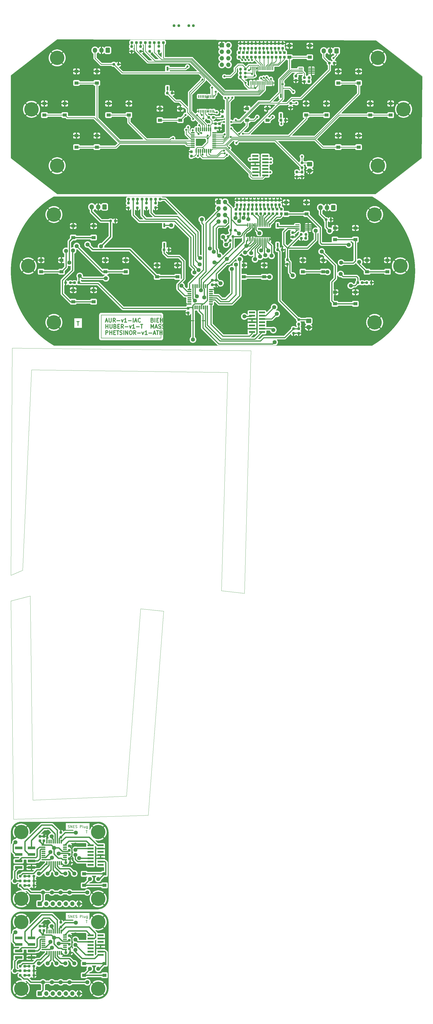
<source format=gbr>
%TF.GenerationSoftware,KiCad,Pcbnew,7.0.6-7.0.6~ubuntu20.04.1*%
%TF.CreationDate,2023-07-11T09:35:53+02:00*%
%TF.ProjectId,output_panel2023-07-11_073542.8350490000,6f757470-7574-45f7-9061-6e656c323032,rev?*%
%TF.SameCoordinates,Original*%
%TF.FileFunction,Copper,L1,Top*%
%TF.FilePolarity,Positive*%
%FSLAX45Y45*%
G04 Gerber Fmt 4.5, Leading zero omitted, Abs format (unit mm)*
G04 Created by KiCad (PCBNEW 7.0.6-7.0.6~ubuntu20.04.1) date 2023-07-11 09:35:53*
%MOMM*%
%LPD*%
G01*
G04 APERTURE LIST*
G04 Aperture macros list*
%AMRoundRect*
0 Rectangle with rounded corners*
0 $1 Rounding radius*
0 $2 $3 $4 $5 $6 $7 $8 $9 X,Y pos of 4 corners*
0 Add a 4 corners polygon primitive as box body*
4,1,4,$2,$3,$4,$5,$6,$7,$8,$9,$2,$3,0*
0 Add four circle primitives for the rounded corners*
1,1,$1+$1,$2,$3*
1,1,$1+$1,$4,$5*
1,1,$1+$1,$6,$7*
1,1,$1+$1,$8,$9*
0 Add four rect primitives between the rounded corners*
20,1,$1+$1,$2,$3,$4,$5,0*
20,1,$1+$1,$4,$5,$6,$7,0*
20,1,$1+$1,$6,$7,$8,$9,0*
20,1,$1+$1,$8,$9,$2,$3,0*%
G04 Aperture macros list end*
%TA.AperFunction,Profile*%
%ADD10C,0.050000*%
%TD*%
%TA.AperFunction,Profile*%
%ADD11C,0.100000*%
%TD*%
%ADD12C,0.150000*%
%TA.AperFunction,NonConductor*%
%ADD13C,0.150000*%
%TD*%
%ADD14C,0.300000*%
%TA.AperFunction,NonConductor*%
%ADD15C,0.300000*%
%TD*%
%TA.AperFunction,NonConductor*%
%ADD16C,0.200000*%
%TD*%
%TA.AperFunction,ComponentPad*%
%ADD17R,1.700000X1.700000*%
%TD*%
%TA.AperFunction,ComponentPad*%
%ADD18O,1.700000X1.700000*%
%TD*%
%TA.AperFunction,SMDPad,CuDef*%
%ADD19RoundRect,0.237500X0.237500X-0.250000X0.237500X0.250000X-0.237500X0.250000X-0.237500X-0.250000X0*%
%TD*%
%TA.AperFunction,SMDPad,CuDef*%
%ADD20RoundRect,0.237500X-0.237500X0.250000X-0.237500X-0.250000X0.237500X-0.250000X0.237500X0.250000X0*%
%TD*%
%TA.AperFunction,ComponentPad*%
%ADD21RoundRect,0.250000X0.600000X0.725000X-0.600000X0.725000X-0.600000X-0.725000X0.600000X-0.725000X0*%
%TD*%
%TA.AperFunction,ComponentPad*%
%ADD22O,1.700000X1.950000*%
%TD*%
%TA.AperFunction,SMDPad,CuDef*%
%ADD23R,1.550000X1.300000*%
%TD*%
%TA.AperFunction,SMDPad,CuDef*%
%ADD24R,0.760000X1.600000*%
%TD*%
%TA.AperFunction,SMDPad,CuDef*%
%ADD25RoundRect,0.237500X-0.237500X0.287500X-0.237500X-0.287500X0.237500X-0.287500X0.237500X0.287500X0*%
%TD*%
%TA.AperFunction,SMDPad,CuDef*%
%ADD26RoundRect,0.100000X0.100000X-0.637500X0.100000X0.637500X-0.100000X0.637500X-0.100000X-0.637500X0*%
%TD*%
%TA.AperFunction,ComponentPad*%
%ADD27C,5.600000*%
%TD*%
%TA.AperFunction,SMDPad,CuDef*%
%ADD28RoundRect,0.237500X0.250000X0.237500X-0.250000X0.237500X-0.250000X-0.237500X0.250000X-0.237500X0*%
%TD*%
%TA.AperFunction,SMDPad,CuDef*%
%ADD29RoundRect,0.237500X-0.287500X-0.237500X0.287500X-0.237500X0.287500X0.237500X-0.287500X0.237500X0*%
%TD*%
%TA.AperFunction,SMDPad,CuDef*%
%ADD30RoundRect,0.237500X-0.300000X-0.237500X0.300000X-0.237500X0.300000X0.237500X-0.300000X0.237500X0*%
%TD*%
%TA.AperFunction,SMDPad,CuDef*%
%ADD31RoundRect,0.237500X0.237500X-0.300000X0.237500X0.300000X-0.237500X0.300000X-0.237500X-0.300000X0*%
%TD*%
%TA.AperFunction,SMDPad,CuDef*%
%ADD32RoundRect,0.237500X0.287500X0.237500X-0.287500X0.237500X-0.287500X-0.237500X0.287500X-0.237500X0*%
%TD*%
%TA.AperFunction,SMDPad,CuDef*%
%ADD33RoundRect,0.237500X-0.250000X-0.237500X0.250000X-0.237500X0.250000X0.237500X-0.250000X0.237500X0*%
%TD*%
%TA.AperFunction,SMDPad,CuDef*%
%ADD34RoundRect,0.237500X-0.237500X0.300000X-0.237500X-0.300000X0.237500X-0.300000X0.237500X0.300000X0*%
%TD*%
%TA.AperFunction,SMDPad,CuDef*%
%ADD35RoundRect,0.125000X0.125000X-0.625000X0.125000X0.625000X-0.125000X0.625000X-0.125000X-0.625000X0*%
%TD*%
%TA.AperFunction,SMDPad,CuDef*%
%ADD36RoundRect,0.125000X0.625000X-0.125000X0.625000X0.125000X-0.625000X0.125000X-0.625000X-0.125000X0*%
%TD*%
%TA.AperFunction,SMDPad,CuDef*%
%ADD37R,2.400000X0.740000*%
%TD*%
%TA.AperFunction,SMDPad,CuDef*%
%ADD38RoundRect,0.125000X0.625000X0.125000X-0.625000X0.125000X-0.625000X-0.125000X0.625000X-0.125000X0*%
%TD*%
%TA.AperFunction,SMDPad,CuDef*%
%ADD39RoundRect,0.125000X0.125000X0.625000X-0.125000X0.625000X-0.125000X-0.625000X0.125000X-0.625000X0*%
%TD*%
%TA.AperFunction,SMDPad,CuDef*%
%ADD40R,3.000000X1.000000*%
%TD*%
%TA.AperFunction,SMDPad,CuDef*%
%ADD41RoundRect,0.100000X-0.712500X-0.100000X0.712500X-0.100000X0.712500X0.100000X-0.712500X0.100000X0*%
%TD*%
%TA.AperFunction,SMDPad,CuDef*%
%ADD42R,0.400000X1.000000*%
%TD*%
%TA.AperFunction,SMDPad,CuDef*%
%ADD43RoundRect,0.237500X0.300000X0.237500X-0.300000X0.237500X-0.300000X-0.237500X0.300000X-0.237500X0*%
%TD*%
%TA.AperFunction,ComponentPad*%
%ADD44RoundRect,0.250000X-0.750000X0.600000X-0.750000X-0.600000X0.750000X-0.600000X0.750000X0.600000X0*%
%TD*%
%TA.AperFunction,ComponentPad*%
%ADD45O,2.000000X1.700000*%
%TD*%
%TA.AperFunction,ViaPad*%
%ADD46C,0.800000*%
%TD*%
%TA.AperFunction,ViaPad*%
%ADD47C,1.600000*%
%TD*%
%TA.AperFunction,Conductor*%
%ADD48C,0.250000*%
%TD*%
%TA.AperFunction,Conductor*%
%ADD49C,0.400000*%
%TD*%
%TA.AperFunction,Conductor*%
%ADD50C,0.500000*%
%TD*%
%TA.AperFunction,Conductor*%
%ADD51C,0.300000*%
%TD*%
G04 APERTURE END LIST*
D10*
X4549997Y-29518003D02*
X899996Y-29668003D01*
D11*
X1723822Y-6170000D02*
X14123822Y-6170000D01*
D10*
X9149999Y-21619997D02*
X8249999Y-21519997D01*
D11*
X3450000Y-33917982D02*
G75*
G03*
X3850000Y-33517982I0J400000D01*
G01*
X50000Y-1450000D02*
X1850000Y-50000D01*
D10*
X8249999Y-21519997D02*
X8499999Y-13019997D01*
X49996Y-21918003D02*
X149997Y-30418003D01*
D11*
X16050000Y-4670000D02*
X14250000Y-6070000D01*
X50000Y-37017982D02*
G75*
G03*
X450000Y-37417982I400000J0D01*
G01*
D10*
X1723822Y-6170000D02*
G75*
G03*
X1723822Y-11970000I1674316J-2900000D01*
G01*
D11*
X3849998Y-34417982D02*
G75*
G03*
X3450000Y-34017982I-399998J2D01*
G01*
D10*
X9399999Y-12169997D02*
X9149999Y-21619997D01*
D11*
X14250000Y-6070000D02*
X1850000Y-6070000D01*
D10*
X5999996Y-22318003D02*
X5099997Y-22218003D01*
D11*
X1850000Y-50000D02*
X14270000Y-90000D01*
X450000Y-30517982D02*
G75*
G03*
X50000Y-30917982I0J-400000D01*
G01*
X3849998Y-30917982D02*
G75*
G03*
X3450000Y-30517982I-399998J2D01*
G01*
X3450000Y-37417982D02*
X450000Y-37417982D01*
X450000Y-34017982D02*
G75*
G03*
X50000Y-34417982I0J-400000D01*
G01*
D10*
X8499999Y-13019997D02*
X849999Y-12919997D01*
D11*
X50000Y-33517982D02*
G75*
G03*
X450000Y-33917982I400000J0D01*
G01*
D10*
X14123822Y-11970000D02*
G75*
G03*
X14123822Y-6170000I-1674316J2900000D01*
G01*
X499999Y-20719997D02*
X49999Y-20919997D01*
D11*
X3450000Y-33917982D02*
X450000Y-33917982D01*
X14270000Y-90000D02*
X16070000Y-1480000D01*
D10*
X49999Y-20919997D02*
X99999Y-12069997D01*
D11*
X3450000Y-37417982D02*
G75*
G03*
X3850000Y-37017982I0J400000D01*
G01*
X450000Y-30517982D02*
X3450000Y-30517982D01*
D10*
X99999Y-12069997D02*
X9399999Y-12169997D01*
X5399997Y-30268003D02*
X5999996Y-22318003D01*
X799996Y-21718003D02*
X49996Y-21918003D01*
X149997Y-30418003D02*
X5399997Y-30268003D01*
D11*
X50000Y-37017982D02*
X50000Y-34417982D01*
X16070000Y-1480000D02*
X16050000Y-4670000D01*
D10*
X899996Y-29668003D02*
X799996Y-21718003D01*
D11*
X1723822Y-11970000D02*
X14123822Y-11970000D01*
D10*
X849999Y-12919997D02*
X499999Y-20719997D01*
D11*
X3850000Y-30917982D02*
X3850000Y-33517982D01*
X3850000Y-34417982D02*
X3850000Y-37017982D01*
X1850000Y-6070000D02*
X50000Y-4670000D01*
D10*
X5099997Y-22218003D02*
X4549997Y-29518003D01*
D11*
X450000Y-34017982D02*
X3450000Y-34017982D01*
X50000Y-4670000D02*
X50000Y-1450000D01*
X50000Y-33517982D02*
X50000Y-30917982D01*
D12*
D13*
X2969392Y-30854964D02*
X3026535Y-30854964D01*
X2997964Y-30954964D02*
X2997964Y-30854964D01*
D12*
D13*
X2278916Y-34250202D02*
X2293202Y-34254964D01*
X2293202Y-34254964D02*
X2317011Y-34254964D01*
X2317011Y-34254964D02*
X2326535Y-34250202D01*
X2326535Y-34250202D02*
X2331297Y-34245440D01*
X2331297Y-34245440D02*
X2336059Y-34235917D01*
X2336059Y-34235917D02*
X2336059Y-34226393D01*
X2336059Y-34226393D02*
X2331297Y-34216869D01*
X2331297Y-34216869D02*
X2326535Y-34212107D01*
X2326535Y-34212107D02*
X2317011Y-34207345D01*
X2317011Y-34207345D02*
X2297964Y-34202583D01*
X2297964Y-34202583D02*
X2288440Y-34197821D01*
X2288440Y-34197821D02*
X2283678Y-34193059D01*
X2283678Y-34193059D02*
X2278916Y-34183536D01*
X2278916Y-34183536D02*
X2278916Y-34174012D01*
X2278916Y-34174012D02*
X2283678Y-34164488D01*
X2283678Y-34164488D02*
X2288440Y-34159726D01*
X2288440Y-34159726D02*
X2297964Y-34154964D01*
X2297964Y-34154964D02*
X2321773Y-34154964D01*
X2321773Y-34154964D02*
X2336059Y-34159726D01*
X2378916Y-34254964D02*
X2378916Y-34154964D01*
X2378916Y-34154964D02*
X2436059Y-34254964D01*
X2436059Y-34254964D02*
X2436059Y-34154964D01*
X2483678Y-34202583D02*
X2517011Y-34202583D01*
X2531297Y-34254964D02*
X2483678Y-34254964D01*
X2483678Y-34254964D02*
X2483678Y-34154964D01*
X2483678Y-34154964D02*
X2531297Y-34154964D01*
X2569392Y-34250202D02*
X2583678Y-34254964D01*
X2583678Y-34254964D02*
X2607487Y-34254964D01*
X2607487Y-34254964D02*
X2617011Y-34250202D01*
X2617011Y-34250202D02*
X2621773Y-34245440D01*
X2621773Y-34245440D02*
X2626535Y-34235917D01*
X2626535Y-34235917D02*
X2626535Y-34226393D01*
X2626535Y-34226393D02*
X2621773Y-34216869D01*
X2621773Y-34216869D02*
X2617011Y-34212107D01*
X2617011Y-34212107D02*
X2607487Y-34207345D01*
X2607487Y-34207345D02*
X2588440Y-34202583D01*
X2588440Y-34202583D02*
X2578916Y-34197821D01*
X2578916Y-34197821D02*
X2574154Y-34193059D01*
X2574154Y-34193059D02*
X2569392Y-34183536D01*
X2569392Y-34183536D02*
X2569392Y-34174012D01*
X2569392Y-34174012D02*
X2574154Y-34164488D01*
X2574154Y-34164488D02*
X2578916Y-34159726D01*
X2578916Y-34159726D02*
X2588440Y-34154964D01*
X2588440Y-34154964D02*
X2612249Y-34154964D01*
X2612249Y-34154964D02*
X2626535Y-34159726D01*
X2745583Y-34254964D02*
X2745583Y-34154964D01*
X2745583Y-34154964D02*
X2783678Y-34154964D01*
X2783678Y-34154964D02*
X2793202Y-34159726D01*
X2793202Y-34159726D02*
X2797964Y-34164488D01*
X2797964Y-34164488D02*
X2802725Y-34174012D01*
X2802725Y-34174012D02*
X2802725Y-34188298D01*
X2802725Y-34188298D02*
X2797964Y-34197821D01*
X2797964Y-34197821D02*
X2793202Y-34202583D01*
X2793202Y-34202583D02*
X2783678Y-34207345D01*
X2783678Y-34207345D02*
X2745583Y-34207345D01*
X2859868Y-34254964D02*
X2850345Y-34250202D01*
X2850345Y-34250202D02*
X2845583Y-34240678D01*
X2845583Y-34240678D02*
X2845583Y-34154964D01*
X2940821Y-34188298D02*
X2940821Y-34254964D01*
X2897964Y-34188298D02*
X2897964Y-34240678D01*
X2897964Y-34240678D02*
X2902726Y-34250202D01*
X2902726Y-34250202D02*
X2912249Y-34254964D01*
X2912249Y-34254964D02*
X2926535Y-34254964D01*
X2926535Y-34254964D02*
X2936059Y-34250202D01*
X2936059Y-34250202D02*
X2940821Y-34245440D01*
X3031297Y-34188298D02*
X3031297Y-34269250D01*
X3031297Y-34269250D02*
X3026535Y-34278774D01*
X3026535Y-34278774D02*
X3021773Y-34283536D01*
X3021773Y-34283536D02*
X3012249Y-34288298D01*
X3012249Y-34288298D02*
X2997964Y-34288298D01*
X2997964Y-34288298D02*
X2988440Y-34283536D01*
X3031297Y-34250202D02*
X3021773Y-34254964D01*
X3021773Y-34254964D02*
X3002726Y-34254964D01*
X3002726Y-34254964D02*
X2993202Y-34250202D01*
X2993202Y-34250202D02*
X2988440Y-34245440D01*
X2988440Y-34245440D02*
X2983678Y-34235917D01*
X2983678Y-34235917D02*
X2983678Y-34207345D01*
X2983678Y-34207345D02*
X2988440Y-34197821D01*
X2988440Y-34197821D02*
X2993202Y-34193059D01*
X2993202Y-34193059D02*
X3002726Y-34188298D01*
X3002726Y-34188298D02*
X3021773Y-34188298D01*
X3021773Y-34188298D02*
X3031297Y-34193059D01*
D12*
D13*
X2969392Y-34354964D02*
X3026535Y-34354964D01*
X2997964Y-34454964D02*
X2997964Y-34354964D01*
D14*
D15*
X2620845Y-11038083D02*
X2706559Y-11038083D01*
X2663702Y-11188082D02*
X2663702Y-11038083D01*
D12*
D13*
X2278916Y-30750202D02*
X2293202Y-30754964D01*
X2293202Y-30754964D02*
X2317011Y-30754964D01*
X2317011Y-30754964D02*
X2326535Y-30750202D01*
X2326535Y-30750202D02*
X2331297Y-30745440D01*
X2331297Y-30745440D02*
X2336059Y-30735916D01*
X2336059Y-30735916D02*
X2336059Y-30726393D01*
X2336059Y-30726393D02*
X2331297Y-30716869D01*
X2331297Y-30716869D02*
X2326535Y-30712107D01*
X2326535Y-30712107D02*
X2317011Y-30707345D01*
X2317011Y-30707345D02*
X2297964Y-30702583D01*
X2297964Y-30702583D02*
X2288440Y-30697821D01*
X2288440Y-30697821D02*
X2283678Y-30693059D01*
X2283678Y-30693059D02*
X2278916Y-30683536D01*
X2278916Y-30683536D02*
X2278916Y-30674012D01*
X2278916Y-30674012D02*
X2283678Y-30664488D01*
X2283678Y-30664488D02*
X2288440Y-30659726D01*
X2288440Y-30659726D02*
X2297964Y-30654964D01*
X2297964Y-30654964D02*
X2321773Y-30654964D01*
X2321773Y-30654964D02*
X2336059Y-30659726D01*
X2378916Y-30754964D02*
X2378916Y-30654964D01*
X2378916Y-30654964D02*
X2436059Y-30754964D01*
X2436059Y-30754964D02*
X2436059Y-30654964D01*
X2483678Y-30702583D02*
X2517011Y-30702583D01*
X2531297Y-30754964D02*
X2483678Y-30754964D01*
X2483678Y-30754964D02*
X2483678Y-30654964D01*
X2483678Y-30654964D02*
X2531297Y-30654964D01*
X2569392Y-30750202D02*
X2583678Y-30754964D01*
X2583678Y-30754964D02*
X2607487Y-30754964D01*
X2607487Y-30754964D02*
X2617011Y-30750202D01*
X2617011Y-30750202D02*
X2621773Y-30745440D01*
X2621773Y-30745440D02*
X2626535Y-30735916D01*
X2626535Y-30735916D02*
X2626535Y-30726393D01*
X2626535Y-30726393D02*
X2621773Y-30716869D01*
X2621773Y-30716869D02*
X2617011Y-30712107D01*
X2617011Y-30712107D02*
X2607487Y-30707345D01*
X2607487Y-30707345D02*
X2588440Y-30702583D01*
X2588440Y-30702583D02*
X2578916Y-30697821D01*
X2578916Y-30697821D02*
X2574154Y-30693059D01*
X2574154Y-30693059D02*
X2569392Y-30683536D01*
X2569392Y-30683536D02*
X2569392Y-30674012D01*
X2569392Y-30674012D02*
X2574154Y-30664488D01*
X2574154Y-30664488D02*
X2578916Y-30659726D01*
X2578916Y-30659726D02*
X2588440Y-30654964D01*
X2588440Y-30654964D02*
X2612249Y-30654964D01*
X2612249Y-30654964D02*
X2626535Y-30659726D01*
X2745583Y-30754964D02*
X2745583Y-30654964D01*
X2745583Y-30654964D02*
X2783678Y-30654964D01*
X2783678Y-30654964D02*
X2793202Y-30659726D01*
X2793202Y-30659726D02*
X2797964Y-30664488D01*
X2797964Y-30664488D02*
X2802725Y-30674012D01*
X2802725Y-30674012D02*
X2802725Y-30688297D01*
X2802725Y-30688297D02*
X2797964Y-30697821D01*
X2797964Y-30697821D02*
X2793202Y-30702583D01*
X2793202Y-30702583D02*
X2783678Y-30707345D01*
X2783678Y-30707345D02*
X2745583Y-30707345D01*
X2859868Y-30754964D02*
X2850345Y-30750202D01*
X2850345Y-30750202D02*
X2845583Y-30740678D01*
X2845583Y-30740678D02*
X2845583Y-30654964D01*
X2940821Y-30688297D02*
X2940821Y-30754964D01*
X2897964Y-30688297D02*
X2897964Y-30740678D01*
X2897964Y-30740678D02*
X2902726Y-30750202D01*
X2902726Y-30750202D02*
X2912249Y-30754964D01*
X2912249Y-30754964D02*
X2926535Y-30754964D01*
X2926535Y-30754964D02*
X2936059Y-30750202D01*
X2936059Y-30750202D02*
X2940821Y-30745440D01*
X3031297Y-30688297D02*
X3031297Y-30769250D01*
X3031297Y-30769250D02*
X3026535Y-30778774D01*
X3026535Y-30778774D02*
X3021773Y-30783536D01*
X3021773Y-30783536D02*
X3012249Y-30788297D01*
X3012249Y-30788297D02*
X2997964Y-30788297D01*
X2997964Y-30788297D02*
X2988440Y-30783536D01*
X3031297Y-30750202D02*
X3021773Y-30754964D01*
X3021773Y-30754964D02*
X3002726Y-30754964D01*
X3002726Y-30754964D02*
X2993202Y-30750202D01*
X2993202Y-30750202D02*
X2988440Y-30745440D01*
X2988440Y-30745440D02*
X2983678Y-30735916D01*
X2983678Y-30735916D02*
X2983678Y-30707345D01*
X2983678Y-30707345D02*
X2988440Y-30697821D01*
X2988440Y-30697821D02*
X2993202Y-30693059D01*
X2993202Y-30693059D02*
X3002726Y-30688297D01*
X3002726Y-30688297D02*
X3021773Y-30688297D01*
X3021773Y-30688297D02*
X3031297Y-30693059D01*
D14*
D15*
X3739630Y-11015225D02*
X3811059Y-11015225D01*
X3725345Y-11058083D02*
X3775345Y-10908083D01*
X3775345Y-10908083D02*
X3825345Y-11058083D01*
X3875345Y-10908083D02*
X3875345Y-11029511D01*
X3875345Y-11029511D02*
X3882487Y-11043797D01*
X3882487Y-11043797D02*
X3889630Y-11050940D01*
X3889630Y-11050940D02*
X3903916Y-11058083D01*
X3903916Y-11058083D02*
X3932487Y-11058083D01*
X3932487Y-11058083D02*
X3946773Y-11050940D01*
X3946773Y-11050940D02*
X3953916Y-11043797D01*
X3953916Y-11043797D02*
X3961059Y-11029511D01*
X3961059Y-11029511D02*
X3961059Y-10908083D01*
X4118202Y-11058083D02*
X4068202Y-10986654D01*
X4032487Y-11058083D02*
X4032487Y-10908083D01*
X4032487Y-10908083D02*
X4089630Y-10908083D01*
X4089630Y-10908083D02*
X4103916Y-10915225D01*
X4103916Y-10915225D02*
X4111059Y-10922368D01*
X4111059Y-10922368D02*
X4118202Y-10936654D01*
X4118202Y-10936654D02*
X4118202Y-10958083D01*
X4118202Y-10958083D02*
X4111059Y-10972368D01*
X4111059Y-10972368D02*
X4103916Y-10979511D01*
X4103916Y-10979511D02*
X4089630Y-10986654D01*
X4089630Y-10986654D02*
X4032487Y-10986654D01*
X4182487Y-11000940D02*
X4296773Y-11000940D01*
X4353916Y-10958083D02*
X4389630Y-11058083D01*
X4389630Y-11058083D02*
X4425345Y-10958083D01*
X4561059Y-11058083D02*
X4475345Y-11058083D01*
X4518202Y-11058083D02*
X4518202Y-10908083D01*
X4518202Y-10908083D02*
X4503916Y-10929511D01*
X4503916Y-10929511D02*
X4489630Y-10943797D01*
X4489630Y-10943797D02*
X4475345Y-10950940D01*
X4625345Y-11000940D02*
X4739630Y-11000940D01*
X4811059Y-11058083D02*
X4811059Y-10908083D01*
X4875345Y-11015225D02*
X4946773Y-11015225D01*
X4861059Y-11058083D02*
X4911059Y-10908083D01*
X4911059Y-10908083D02*
X4961059Y-11058083D01*
X5096773Y-11043797D02*
X5089630Y-11050940D01*
X5089630Y-11050940D02*
X5068202Y-11058083D01*
X5068202Y-11058083D02*
X5053916Y-11058083D01*
X5053916Y-11058083D02*
X5032488Y-11050940D01*
X5032488Y-11050940D02*
X5018202Y-11036654D01*
X5018202Y-11036654D02*
X5011059Y-11022368D01*
X5011059Y-11022368D02*
X5003916Y-10993797D01*
X5003916Y-10993797D02*
X5003916Y-10972368D01*
X5003916Y-10972368D02*
X5011059Y-10943797D01*
X5011059Y-10943797D02*
X5018202Y-10929511D01*
X5018202Y-10929511D02*
X5032488Y-10915225D01*
X5032488Y-10915225D02*
X5053916Y-10908083D01*
X5053916Y-10908083D02*
X5068202Y-10908083D01*
X5068202Y-10908083D02*
X5089630Y-10915225D01*
X5089630Y-10915225D02*
X5096773Y-10922368D01*
X5561059Y-10979511D02*
X5582488Y-10986654D01*
X5582488Y-10986654D02*
X5589630Y-10993797D01*
X5589630Y-10993797D02*
X5596773Y-11008083D01*
X5596773Y-11008083D02*
X5596773Y-11029511D01*
X5596773Y-11029511D02*
X5589630Y-11043797D01*
X5589630Y-11043797D02*
X5582488Y-11050940D01*
X5582488Y-11050940D02*
X5568202Y-11058083D01*
X5568202Y-11058083D02*
X5511059Y-11058083D01*
X5511059Y-11058083D02*
X5511059Y-10908083D01*
X5511059Y-10908083D02*
X5561059Y-10908083D01*
X5561059Y-10908083D02*
X5575345Y-10915225D01*
X5575345Y-10915225D02*
X5582488Y-10922368D01*
X5582488Y-10922368D02*
X5589630Y-10936654D01*
X5589630Y-10936654D02*
X5589630Y-10950940D01*
X5589630Y-10950940D02*
X5582488Y-10965225D01*
X5582488Y-10965225D02*
X5575345Y-10972368D01*
X5575345Y-10972368D02*
X5561059Y-10979511D01*
X5561059Y-10979511D02*
X5511059Y-10979511D01*
X5661059Y-11058083D02*
X5661059Y-10908083D01*
X5732487Y-10979511D02*
X5782487Y-10979511D01*
X5803916Y-11058083D02*
X5732487Y-11058083D01*
X5732487Y-11058083D02*
X5732487Y-10908083D01*
X5732487Y-10908083D02*
X5803916Y-10908083D01*
X5868202Y-11058083D02*
X5868202Y-10908083D01*
X5868202Y-10979511D02*
X5953916Y-10979511D01*
X5953916Y-11058083D02*
X5953916Y-10908083D01*
X6096773Y-11058083D02*
X6025345Y-11058083D01*
X6025345Y-11058083D02*
X6025345Y-10908083D01*
X6146773Y-11000940D02*
X6261059Y-11000940D01*
X6318202Y-10958083D02*
X6353916Y-11058083D01*
X6353916Y-11058083D02*
X6389630Y-10958083D01*
X6525345Y-11058083D02*
X6439630Y-11058083D01*
X6482488Y-11058083D02*
X6482488Y-10908083D01*
X6482488Y-10908083D02*
X6468202Y-10929511D01*
X6468202Y-10929511D02*
X6453916Y-10943797D01*
X6453916Y-10943797D02*
X6439630Y-10950940D01*
X6589630Y-11000940D02*
X6703916Y-11000940D01*
X6775345Y-10979511D02*
X6825345Y-10979511D01*
X6846773Y-11058083D02*
X6775345Y-11058083D01*
X6775345Y-11058083D02*
X6775345Y-10908083D01*
X6775345Y-10908083D02*
X6846773Y-10908083D01*
X6996773Y-11058083D02*
X6946773Y-10986654D01*
X6911059Y-11058083D02*
X6911059Y-10908083D01*
X6911059Y-10908083D02*
X6968202Y-10908083D01*
X6968202Y-10908083D02*
X6982488Y-10915225D01*
X6982488Y-10915225D02*
X6989630Y-10922368D01*
X6989630Y-10922368D02*
X6996773Y-10936654D01*
X6996773Y-10936654D02*
X6996773Y-10958083D01*
X6996773Y-10958083D02*
X6989630Y-10972368D01*
X6989630Y-10972368D02*
X6982488Y-10979511D01*
X6982488Y-10979511D02*
X6968202Y-10986654D01*
X6968202Y-10986654D02*
X6911059Y-10986654D01*
X7061059Y-11000940D02*
X7175345Y-11000940D01*
X7232488Y-10958083D02*
X7268202Y-11058083D01*
X7268202Y-11058083D02*
X7303916Y-10958083D01*
X7439630Y-11058083D02*
X7353916Y-11058083D01*
X7396773Y-11058083D02*
X7396773Y-10908083D01*
X7396773Y-10908083D02*
X7382488Y-10929511D01*
X7382488Y-10929511D02*
X7368202Y-10943797D01*
X7368202Y-10943797D02*
X7353916Y-10950940D01*
X7503916Y-11000940D02*
X7618202Y-11000940D01*
X3746773Y-11299582D02*
X3746773Y-11149583D01*
X3746773Y-11221011D02*
X3832487Y-11221011D01*
X3832487Y-11299582D02*
X3832487Y-11149583D01*
X3903916Y-11149583D02*
X3903916Y-11271011D01*
X3903916Y-11271011D02*
X3911059Y-11285297D01*
X3911059Y-11285297D02*
X3918202Y-11292440D01*
X3918202Y-11292440D02*
X3932488Y-11299582D01*
X3932488Y-11299582D02*
X3961059Y-11299582D01*
X3961059Y-11299582D02*
X3975345Y-11292440D01*
X3975345Y-11292440D02*
X3982488Y-11285297D01*
X3982488Y-11285297D02*
X3989630Y-11271011D01*
X3989630Y-11271011D02*
X3989630Y-11149583D01*
X4111059Y-11221011D02*
X4132488Y-11228154D01*
X4132488Y-11228154D02*
X4139630Y-11235297D01*
X4139630Y-11235297D02*
X4146773Y-11249582D01*
X4146773Y-11249582D02*
X4146773Y-11271011D01*
X4146773Y-11271011D02*
X4139630Y-11285297D01*
X4139630Y-11285297D02*
X4132488Y-11292440D01*
X4132488Y-11292440D02*
X4118202Y-11299582D01*
X4118202Y-11299582D02*
X4061059Y-11299582D01*
X4061059Y-11299582D02*
X4061059Y-11149583D01*
X4061059Y-11149583D02*
X4111059Y-11149583D01*
X4111059Y-11149583D02*
X4125345Y-11156725D01*
X4125345Y-11156725D02*
X4132488Y-11163868D01*
X4132488Y-11163868D02*
X4139630Y-11178154D01*
X4139630Y-11178154D02*
X4139630Y-11192440D01*
X4139630Y-11192440D02*
X4132488Y-11206725D01*
X4132488Y-11206725D02*
X4125345Y-11213868D01*
X4125345Y-11213868D02*
X4111059Y-11221011D01*
X4111059Y-11221011D02*
X4061059Y-11221011D01*
X4211059Y-11221011D02*
X4261059Y-11221011D01*
X4282488Y-11299582D02*
X4211059Y-11299582D01*
X4211059Y-11299582D02*
X4211059Y-11149583D01*
X4211059Y-11149583D02*
X4282488Y-11149583D01*
X4432488Y-11299582D02*
X4382488Y-11228154D01*
X4346773Y-11299582D02*
X4346773Y-11149583D01*
X4346773Y-11149583D02*
X4403916Y-11149583D01*
X4403916Y-11149583D02*
X4418202Y-11156725D01*
X4418202Y-11156725D02*
X4425345Y-11163868D01*
X4425345Y-11163868D02*
X4432488Y-11178154D01*
X4432488Y-11178154D02*
X4432488Y-11199582D01*
X4432488Y-11199582D02*
X4425345Y-11213868D01*
X4425345Y-11213868D02*
X4418202Y-11221011D01*
X4418202Y-11221011D02*
X4403916Y-11228154D01*
X4403916Y-11228154D02*
X4346773Y-11228154D01*
X4496773Y-11242440D02*
X4611059Y-11242440D01*
X4668202Y-11199582D02*
X4703916Y-11299582D01*
X4703916Y-11299582D02*
X4739631Y-11199582D01*
X4875345Y-11299582D02*
X4789631Y-11299582D01*
X4832488Y-11299582D02*
X4832488Y-11149583D01*
X4832488Y-11149583D02*
X4818202Y-11171011D01*
X4818202Y-11171011D02*
X4803916Y-11185297D01*
X4803916Y-11185297D02*
X4789631Y-11192440D01*
X4939630Y-11242440D02*
X5053916Y-11242440D01*
X5103916Y-11149583D02*
X5189631Y-11149583D01*
X5146773Y-11299582D02*
X5146773Y-11149583D01*
X5511059Y-11299582D02*
X5511059Y-11149583D01*
X5511059Y-11149583D02*
X5561059Y-11256725D01*
X5561059Y-11256725D02*
X5611059Y-11149583D01*
X5611059Y-11149583D02*
X5611059Y-11299582D01*
X5675345Y-11256725D02*
X5746773Y-11256725D01*
X5661059Y-11299582D02*
X5711059Y-11149583D01*
X5711059Y-11149583D02*
X5761059Y-11299582D01*
X5803916Y-11292440D02*
X5825345Y-11299582D01*
X5825345Y-11299582D02*
X5861059Y-11299582D01*
X5861059Y-11299582D02*
X5875345Y-11292440D01*
X5875345Y-11292440D02*
X5882487Y-11285297D01*
X5882487Y-11285297D02*
X5889630Y-11271011D01*
X5889630Y-11271011D02*
X5889630Y-11256725D01*
X5889630Y-11256725D02*
X5882487Y-11242440D01*
X5882487Y-11242440D02*
X5875345Y-11235297D01*
X5875345Y-11235297D02*
X5861059Y-11228154D01*
X5861059Y-11228154D02*
X5832487Y-11221011D01*
X5832487Y-11221011D02*
X5818202Y-11213868D01*
X5818202Y-11213868D02*
X5811059Y-11206725D01*
X5811059Y-11206725D02*
X5803916Y-11192440D01*
X5803916Y-11192440D02*
X5803916Y-11178154D01*
X5803916Y-11178154D02*
X5811059Y-11163868D01*
X5811059Y-11163868D02*
X5818202Y-11156725D01*
X5818202Y-11156725D02*
X5832487Y-11149583D01*
X5832487Y-11149583D02*
X5868202Y-11149583D01*
X5868202Y-11149583D02*
X5889630Y-11156725D01*
X5946773Y-11292440D02*
X5968202Y-11299582D01*
X5968202Y-11299582D02*
X6003916Y-11299582D01*
X6003916Y-11299582D02*
X6018202Y-11292440D01*
X6018202Y-11292440D02*
X6025345Y-11285297D01*
X6025345Y-11285297D02*
X6032487Y-11271011D01*
X6032487Y-11271011D02*
X6032487Y-11256725D01*
X6032487Y-11256725D02*
X6025345Y-11242440D01*
X6025345Y-11242440D02*
X6018202Y-11235297D01*
X6018202Y-11235297D02*
X6003916Y-11228154D01*
X6003916Y-11228154D02*
X5975345Y-11221011D01*
X5975345Y-11221011D02*
X5961059Y-11213868D01*
X5961059Y-11213868D02*
X5953916Y-11206725D01*
X5953916Y-11206725D02*
X5946773Y-11192440D01*
X5946773Y-11192440D02*
X5946773Y-11178154D01*
X5946773Y-11178154D02*
X5953916Y-11163868D01*
X5953916Y-11163868D02*
X5961059Y-11156725D01*
X5961059Y-11156725D02*
X5975345Y-11149583D01*
X5975345Y-11149583D02*
X6011059Y-11149583D01*
X6011059Y-11149583D02*
X6032487Y-11156725D01*
X6096773Y-11299582D02*
X6096773Y-11149583D01*
X6168202Y-11299582D02*
X6168202Y-11149583D01*
X6168202Y-11149583D02*
X6253916Y-11299582D01*
X6253916Y-11299582D02*
X6253916Y-11149583D01*
X3746773Y-11541082D02*
X3746773Y-11391082D01*
X3746773Y-11391082D02*
X3803916Y-11391082D01*
X3803916Y-11391082D02*
X3818202Y-11398225D01*
X3818202Y-11398225D02*
X3825345Y-11405368D01*
X3825345Y-11405368D02*
X3832487Y-11419654D01*
X3832487Y-11419654D02*
X3832487Y-11441082D01*
X3832487Y-11441082D02*
X3825345Y-11455368D01*
X3825345Y-11455368D02*
X3818202Y-11462511D01*
X3818202Y-11462511D02*
X3803916Y-11469654D01*
X3803916Y-11469654D02*
X3746773Y-11469654D01*
X3896773Y-11541082D02*
X3896773Y-11391082D01*
X3896773Y-11462511D02*
X3982487Y-11462511D01*
X3982487Y-11541082D02*
X3982487Y-11391082D01*
X4053916Y-11462511D02*
X4103916Y-11462511D01*
X4125345Y-11541082D02*
X4053916Y-11541082D01*
X4053916Y-11541082D02*
X4053916Y-11391082D01*
X4053916Y-11391082D02*
X4125345Y-11391082D01*
X4168202Y-11391082D02*
X4253916Y-11391082D01*
X4211059Y-11541082D02*
X4211059Y-11391082D01*
X4296773Y-11533940D02*
X4318202Y-11541082D01*
X4318202Y-11541082D02*
X4353916Y-11541082D01*
X4353916Y-11541082D02*
X4368202Y-11533940D01*
X4368202Y-11533940D02*
X4375345Y-11526797D01*
X4375345Y-11526797D02*
X4382488Y-11512511D01*
X4382488Y-11512511D02*
X4382488Y-11498225D01*
X4382488Y-11498225D02*
X4375345Y-11483940D01*
X4375345Y-11483940D02*
X4368202Y-11476797D01*
X4368202Y-11476797D02*
X4353916Y-11469654D01*
X4353916Y-11469654D02*
X4325345Y-11462511D01*
X4325345Y-11462511D02*
X4311059Y-11455368D01*
X4311059Y-11455368D02*
X4303916Y-11448225D01*
X4303916Y-11448225D02*
X4296773Y-11433940D01*
X4296773Y-11433940D02*
X4296773Y-11419654D01*
X4296773Y-11419654D02*
X4303916Y-11405368D01*
X4303916Y-11405368D02*
X4311059Y-11398225D01*
X4311059Y-11398225D02*
X4325345Y-11391082D01*
X4325345Y-11391082D02*
X4361059Y-11391082D01*
X4361059Y-11391082D02*
X4382488Y-11398225D01*
X4446773Y-11541082D02*
X4446773Y-11391082D01*
X4518202Y-11541082D02*
X4518202Y-11391082D01*
X4518202Y-11391082D02*
X4603916Y-11541082D01*
X4603916Y-11541082D02*
X4603916Y-11391082D01*
X4703916Y-11391082D02*
X4732488Y-11391082D01*
X4732488Y-11391082D02*
X4746773Y-11398225D01*
X4746773Y-11398225D02*
X4761059Y-11412511D01*
X4761059Y-11412511D02*
X4768202Y-11441082D01*
X4768202Y-11441082D02*
X4768202Y-11491082D01*
X4768202Y-11491082D02*
X4761059Y-11519654D01*
X4761059Y-11519654D02*
X4746773Y-11533940D01*
X4746773Y-11533940D02*
X4732488Y-11541082D01*
X4732488Y-11541082D02*
X4703916Y-11541082D01*
X4703916Y-11541082D02*
X4689631Y-11533940D01*
X4689631Y-11533940D02*
X4675345Y-11519654D01*
X4675345Y-11519654D02*
X4668202Y-11491082D01*
X4668202Y-11491082D02*
X4668202Y-11441082D01*
X4668202Y-11441082D02*
X4675345Y-11412511D01*
X4675345Y-11412511D02*
X4689631Y-11398225D01*
X4689631Y-11398225D02*
X4703916Y-11391082D01*
X4918202Y-11541082D02*
X4868202Y-11469654D01*
X4832488Y-11541082D02*
X4832488Y-11391082D01*
X4832488Y-11391082D02*
X4889631Y-11391082D01*
X4889631Y-11391082D02*
X4903916Y-11398225D01*
X4903916Y-11398225D02*
X4911059Y-11405368D01*
X4911059Y-11405368D02*
X4918202Y-11419654D01*
X4918202Y-11419654D02*
X4918202Y-11441082D01*
X4918202Y-11441082D02*
X4911059Y-11455368D01*
X4911059Y-11455368D02*
X4903916Y-11462511D01*
X4903916Y-11462511D02*
X4889631Y-11469654D01*
X4889631Y-11469654D02*
X4832488Y-11469654D01*
X4982488Y-11483940D02*
X5096773Y-11483940D01*
X5153916Y-11441082D02*
X5189631Y-11541082D01*
X5189631Y-11541082D02*
X5225345Y-11441082D01*
X5361059Y-11541082D02*
X5275345Y-11541082D01*
X5318202Y-11541082D02*
X5318202Y-11391082D01*
X5318202Y-11391082D02*
X5303916Y-11412511D01*
X5303916Y-11412511D02*
X5289631Y-11426797D01*
X5289631Y-11426797D02*
X5275345Y-11433940D01*
X5425345Y-11483940D02*
X5539631Y-11483940D01*
X5603916Y-11498225D02*
X5675345Y-11498225D01*
X5589631Y-11541082D02*
X5639630Y-11391082D01*
X5639630Y-11391082D02*
X5689630Y-11541082D01*
X5718202Y-11391082D02*
X5803916Y-11391082D01*
X5761059Y-11541082D02*
X5761059Y-11391082D01*
X5853916Y-11541082D02*
X5853916Y-11391082D01*
X5853916Y-11462511D02*
X5939630Y-11462511D01*
X5939630Y-11541082D02*
X5939630Y-11391082D01*
D16*
X3568822Y-10780000D02*
X5900822Y-10780000D01*
X5900822Y-11681000D01*
X3568822Y-11681000D01*
X3568822Y-10780000D01*
D17*
X1175000Y-37207982D03*
D18*
X1429000Y-37207982D03*
X1683000Y-37207982D03*
X1937000Y-37207982D03*
X2191000Y-37207982D03*
X2445000Y-37207982D03*
X2699000Y-37207982D03*
D19*
X9140000Y-392500D03*
X9140000Y-210000D03*
D20*
X4976322Y-6428750D03*
X4976322Y-6611250D03*
D21*
X12614222Y-6596200D03*
D22*
X12364222Y-6596200D03*
X12114222Y-6596200D03*
D23*
X3852500Y-2545000D03*
X4647500Y-2545000D03*
X3852500Y-2995000D03*
X4647500Y-2995000D03*
D21*
X3825000Y-472500D03*
D22*
X3575000Y-472500D03*
X3325000Y-472500D03*
D19*
X9890000Y-392500D03*
X9890000Y-210000D03*
D24*
X6023822Y-8051000D03*
X6023822Y-7289000D03*
D25*
X8976222Y-6665000D03*
X8976222Y-6840000D03*
D26*
X9274722Y-7847650D03*
X9339722Y-7847650D03*
X9404722Y-7847650D03*
X9469722Y-7847650D03*
X9534722Y-7847650D03*
X9599722Y-7847650D03*
X9664722Y-7847650D03*
X9729722Y-7847650D03*
X9794722Y-7847650D03*
X9859722Y-7847650D03*
X9924722Y-7847650D03*
X9989722Y-7847650D03*
X10054722Y-7847650D03*
X10119722Y-7847650D03*
X10119722Y-7275150D03*
X10054722Y-7275150D03*
X9989722Y-7275150D03*
X9924722Y-7275150D03*
X9859722Y-7275150D03*
X9794722Y-7275150D03*
X9729722Y-7275150D03*
X9664722Y-7275150D03*
X9599722Y-7275150D03*
X9534722Y-7275150D03*
X9469722Y-7275150D03*
X9404722Y-7275150D03*
X9339722Y-7275150D03*
X9274722Y-7275150D03*
D27*
X14223822Y-6870000D03*
D28*
X8796072Y-7480000D03*
X8613572Y-7480000D03*
D23*
X12802500Y-3795000D03*
X13597500Y-3795000D03*
X12802500Y-4245000D03*
X13597500Y-4245000D03*
D29*
X4986322Y-6270000D03*
X5161322Y-6270000D03*
D30*
X2528370Y-9525000D03*
X2700870Y-9525000D03*
D20*
X5102500Y-328750D03*
X5102500Y-511250D03*
D25*
X10710000Y-562500D03*
X10710000Y-737500D03*
X9136322Y-6665000D03*
X9136322Y-6840000D03*
D19*
X10063822Y-6492500D03*
X10063822Y-6310000D03*
X9160822Y-6492500D03*
X9160822Y-6310000D03*
D31*
X1180000Y-31254232D03*
X1180000Y-31081732D03*
D20*
X11063822Y-11312500D03*
X11063822Y-11495000D03*
D32*
X589375Y-32637982D03*
X414375Y-32637982D03*
D19*
X10363822Y-6492500D03*
X10363822Y-6310000D03*
D23*
X2476322Y-9815000D03*
X3271322Y-9815000D03*
X2476322Y-10265000D03*
X3271322Y-10265000D03*
X2476322Y-7315000D03*
X3271322Y-7315000D03*
X2476322Y-7765000D03*
X3271322Y-7765000D03*
D32*
X589375Y-32817982D03*
X414375Y-32817982D03*
D27*
X450000Y-37017982D03*
D23*
X3697500Y-36492982D03*
X2902500Y-36492982D03*
X3697500Y-36042982D03*
X2902500Y-36042982D03*
D19*
X9590000Y-392500D03*
X9590000Y-210000D03*
D25*
X10387500Y-562500D03*
X10387500Y-737500D03*
D31*
X2326000Y-35129232D03*
X2326000Y-34956732D03*
D27*
X450000Y-30917982D03*
D29*
X4762500Y-170000D03*
X4937500Y-170000D03*
D20*
X5455000Y-326250D03*
X5455000Y-508750D03*
D27*
X15223822Y-8870000D03*
D31*
X2326000Y-31959482D03*
X2326000Y-31786982D03*
D27*
X3450000Y-34417982D03*
D19*
X9013822Y-6492500D03*
X9013822Y-6310000D03*
D27*
X3450000Y-37017982D03*
D23*
X10776322Y-6395000D03*
X11571322Y-6395000D03*
X10776322Y-6845000D03*
X11571322Y-6845000D03*
D27*
X450000Y-33517982D03*
X1723822Y-6870000D03*
D30*
X2189000Y-35611982D03*
X2361500Y-35611982D03*
D33*
X11484750Y-1537600D03*
X11667250Y-1537600D03*
X6407500Y490000D03*
X6590000Y490000D03*
D20*
X11190000Y-5212500D03*
X11190000Y-5395000D03*
D33*
X760625Y-36317982D03*
X943125Y-36317982D03*
D25*
X9456322Y-6665000D03*
X9456322Y-6840000D03*
D19*
X10040000Y-392500D03*
X10040000Y-210000D03*
D34*
X11263822Y-11317500D03*
X11263822Y-11490000D03*
D24*
X6150000Y-1951000D03*
X6150000Y-1189000D03*
D28*
X9178050Y-1359800D03*
X8995550Y-1359800D03*
D31*
X7080200Y-4595650D03*
X7080200Y-4423150D03*
D19*
X9290000Y-392500D03*
X9290000Y-210000D03*
D23*
X14052500Y-2545000D03*
X14847500Y-2545000D03*
X14052500Y-2995000D03*
X14847500Y-2995000D03*
D33*
X4058750Y-1020000D03*
X4241250Y-1020000D03*
D23*
X11552500Y-2545000D03*
X12347500Y-2545000D03*
X11552500Y-2995000D03*
X12347500Y-2995000D03*
D27*
X3450000Y-33517982D03*
D25*
X9619822Y-6663750D03*
X9619822Y-6838750D03*
D19*
X10213822Y-6492500D03*
X10213822Y-6310000D03*
D29*
X5336322Y-6270000D03*
X5511322Y-6270000D03*
D25*
X9907500Y-562500D03*
X9907500Y-737500D03*
D20*
X11390000Y-4858750D03*
X11390000Y-5041250D03*
D34*
X10949500Y-2532000D03*
X10949500Y-2704500D03*
D27*
X3450000Y-30917982D03*
D19*
X10513822Y-6492500D03*
X10513822Y-6310000D03*
D25*
X9422500Y-565000D03*
X9422500Y-740000D03*
D19*
X9463822Y-6492500D03*
X9463822Y-6310000D03*
D25*
X9262500Y-565000D03*
X9262500Y-740000D03*
D34*
X8172400Y-3330950D03*
X8172400Y-3503450D03*
D28*
X9178050Y-1207400D03*
X8995550Y-1207400D03*
D35*
X7270000Y-4387500D03*
X7350000Y-4387500D03*
X7430000Y-4387500D03*
X7510000Y-4387500D03*
X7590000Y-4387500D03*
X7670000Y-4387500D03*
X7750000Y-4387500D03*
X7830000Y-4387500D03*
D36*
X7967500Y-4250000D03*
X7967500Y-4170000D03*
X7967500Y-4090000D03*
X7967500Y-4010000D03*
X7967500Y-3930000D03*
X7967500Y-3850000D03*
X7967500Y-3770000D03*
X7967500Y-3690000D03*
D35*
X7830000Y-3552500D03*
X7750000Y-3552500D03*
X7670000Y-3552500D03*
X7590000Y-3552500D03*
X7510000Y-3552500D03*
X7430000Y-3552500D03*
X7350000Y-3552500D03*
X7270000Y-3552500D03*
D36*
X7132500Y-3690000D03*
X7132500Y-3770000D03*
X7132500Y-3850000D03*
X7132500Y-3930000D03*
X7132500Y-4010000D03*
X7132500Y-4090000D03*
X7132500Y-4170000D03*
X7132500Y-4250000D03*
D25*
X9296322Y-6665000D03*
X9296322Y-6840000D03*
D19*
X9440000Y-392500D03*
X9440000Y-210000D03*
D35*
X7143822Y-10487500D03*
X7223822Y-10487500D03*
X7303822Y-10487500D03*
X7383822Y-10487500D03*
X7463822Y-10487500D03*
X7543822Y-10487500D03*
X7623822Y-10487500D03*
X7703822Y-10487500D03*
D36*
X7841322Y-10350000D03*
X7841322Y-10270000D03*
X7841322Y-10190000D03*
X7841322Y-10110000D03*
X7841322Y-10030000D03*
X7841322Y-9950000D03*
X7841322Y-9870000D03*
X7841322Y-9790000D03*
D35*
X7703822Y-9652500D03*
X7623822Y-9652500D03*
X7543822Y-9652500D03*
X7463822Y-9652500D03*
X7383822Y-9652500D03*
X7303822Y-9652500D03*
X7223822Y-9652500D03*
X7143822Y-9652500D03*
D36*
X7006322Y-9790000D03*
X7006322Y-9870000D03*
X7006322Y-9950000D03*
X7006322Y-10030000D03*
X7006322Y-10110000D03*
X7006322Y-10190000D03*
X7006322Y-10270000D03*
X7006322Y-10350000D03*
D34*
X8046222Y-9430950D03*
X8046222Y-9603450D03*
D27*
X1850000Y-770000D03*
D30*
X2189000Y-32111982D03*
X2361500Y-32111982D03*
D37*
X9567500Y-4583000D03*
X9957500Y-4583000D03*
X9567500Y-4710000D03*
X9957500Y-4710000D03*
X9567500Y-4837000D03*
X9957500Y-4837000D03*
X9567500Y-4964000D03*
X9957500Y-4964000D03*
X9567500Y-5091000D03*
X9957500Y-5091000D03*
X9567500Y-5218000D03*
X9957500Y-5218000D03*
X9567500Y-5345000D03*
X9957500Y-5345000D03*
D27*
X723822Y-8870000D03*
D33*
X760625Y-36497982D03*
X943125Y-36497982D03*
D38*
X2152500Y-31987982D03*
X2152500Y-31907982D03*
X2152500Y-31827982D03*
X2152500Y-31747982D03*
X2152500Y-31667982D03*
X2152500Y-31587982D03*
X2152500Y-31507982D03*
X2152500Y-31427982D03*
D39*
X2015000Y-31290482D03*
X1935000Y-31290482D03*
X1855000Y-31290482D03*
X1775000Y-31290482D03*
X1695000Y-31290482D03*
X1615000Y-31290482D03*
X1535000Y-31290482D03*
X1455000Y-31290482D03*
D38*
X1317500Y-31427982D03*
X1317500Y-31507982D03*
X1317500Y-31587982D03*
X1317500Y-31667982D03*
X1317500Y-31747982D03*
X1317500Y-31827982D03*
X1317500Y-31907982D03*
X1317500Y-31987982D03*
D39*
X1455000Y-32125482D03*
X1535000Y-32125482D03*
X1615000Y-32125482D03*
X1695000Y-32125482D03*
X1775000Y-32125482D03*
X1855000Y-32125482D03*
X1935000Y-32125482D03*
X2015000Y-32125482D03*
D29*
X5112500Y-170000D03*
X5287500Y-170000D03*
D27*
X850000Y-2770000D03*
D40*
X348000Y-35798982D03*
X852000Y-35798982D03*
X348000Y-35544982D03*
X852000Y-35544982D03*
X348000Y-35290982D03*
X852000Y-35290982D03*
X348000Y-35036982D03*
X852000Y-35036982D03*
D21*
X12740400Y-496200D03*
D22*
X12490400Y-496200D03*
X12240400Y-496200D03*
D25*
X10583822Y-6662500D03*
X10583822Y-6837500D03*
D21*
X3698822Y-6572500D03*
D22*
X3448822Y-6572500D03*
X3198822Y-6572500D03*
D41*
X11212572Y-7272500D03*
X11212572Y-7337500D03*
X11212572Y-7402500D03*
X11212572Y-7467500D03*
X11635072Y-7467500D03*
X11635072Y-7402500D03*
X11635072Y-7337500D03*
X11635072Y-7272500D03*
D28*
X2365870Y-9525000D03*
X2183370Y-9525000D03*
D37*
X3545000Y-32198982D03*
X3155000Y-32198982D03*
X3545000Y-32071982D03*
X3155000Y-32071982D03*
X3545000Y-31944982D03*
X3155000Y-31944982D03*
X3545000Y-31817982D03*
X3155000Y-31817982D03*
X3545000Y-31690982D03*
X3155000Y-31690982D03*
X3545000Y-31563982D03*
X3155000Y-31563982D03*
X3545000Y-31436982D03*
X3155000Y-31436982D03*
D32*
X589375Y-32997982D03*
X414375Y-32997982D03*
D34*
X6954022Y-10523150D03*
X6954022Y-10695650D03*
X11155000Y-1473750D03*
X11155000Y-1646250D03*
D23*
X1352500Y-2545000D03*
X2147500Y-2545000D03*
X1352500Y-2995000D03*
X2147500Y-2995000D03*
D19*
X10190000Y-392500D03*
X10190000Y-210000D03*
D32*
X589375Y-36317982D03*
X414375Y-36317982D03*
D25*
X10067500Y-562500D03*
X10067500Y-737500D03*
X9745000Y-563750D03*
X9745000Y-738750D03*
D19*
X9613822Y-6492500D03*
X9613822Y-6310000D03*
D33*
X12458750Y-970000D03*
X12641250Y-970000D03*
X13913775Y-9525000D03*
X14096275Y-9525000D03*
D28*
X8696072Y-7730000D03*
X8513572Y-7730000D03*
D25*
X10227500Y-562500D03*
X10227500Y-737500D03*
D23*
X3697500Y-32992982D03*
X2902500Y-32992982D03*
X3697500Y-32542982D03*
X2902500Y-32542982D03*
D31*
X2326000Y-35459482D03*
X2326000Y-35286982D03*
D26*
X9400900Y-1747650D03*
X9465900Y-1747650D03*
X9530900Y-1747650D03*
X9595900Y-1747650D03*
X9660900Y-1747650D03*
X9725900Y-1747650D03*
X9790900Y-1747650D03*
X9855900Y-1747650D03*
X9920900Y-1747650D03*
X9985900Y-1747650D03*
X10050900Y-1747650D03*
X10115900Y-1747650D03*
X10180900Y-1747650D03*
X10245900Y-1747650D03*
X10245900Y-1175150D03*
X10180900Y-1175150D03*
X10115900Y-1175150D03*
X10050900Y-1175150D03*
X9985900Y-1175150D03*
X9920900Y-1175150D03*
X9855900Y-1175150D03*
X9790900Y-1175150D03*
X9725900Y-1175150D03*
X9660900Y-1175150D03*
X9595900Y-1175150D03*
X9530900Y-1175150D03*
X9465900Y-1175150D03*
X9400900Y-1175150D03*
D27*
X14223822Y-11070000D03*
D25*
X9781322Y-6662500D03*
X9781322Y-6837500D03*
D23*
X12676322Y-7395000D03*
X13471322Y-7395000D03*
X12676322Y-7845000D03*
X13471322Y-7845000D03*
D34*
X11390000Y-5217500D03*
X11390000Y-5390000D03*
D33*
X6978750Y490000D03*
X7161250Y490000D03*
D23*
X1226322Y-8645000D03*
X2021322Y-8645000D03*
X1226322Y-9095000D03*
X2021322Y-9095000D03*
D29*
X11362322Y-7790000D03*
X11537322Y-7790000D03*
D25*
X10261322Y-6662500D03*
X10261322Y-6837500D03*
D20*
X4752500Y-326250D03*
X4752500Y-508750D03*
D33*
X8413572Y-7880000D03*
X8596072Y-7880000D03*
X760625Y-32637982D03*
X943125Y-32637982D03*
D25*
X9582500Y-565000D03*
X9582500Y-740000D03*
D33*
X11358572Y-7637600D03*
X11541072Y-7637600D03*
D38*
X2152500Y-35487982D03*
X2152500Y-35407982D03*
X2152500Y-35327982D03*
X2152500Y-35247982D03*
X2152500Y-35167982D03*
X2152500Y-35087982D03*
X2152500Y-35007982D03*
X2152500Y-34927982D03*
D39*
X2015000Y-34790482D03*
X1935000Y-34790482D03*
X1855000Y-34790482D03*
X1775000Y-34790482D03*
X1695000Y-34790482D03*
X1615000Y-34790482D03*
X1535000Y-34790482D03*
X1455000Y-34790482D03*
D38*
X1317500Y-34927982D03*
X1317500Y-35007982D03*
X1317500Y-35087982D03*
X1317500Y-35167982D03*
X1317500Y-35247982D03*
X1317500Y-35327982D03*
X1317500Y-35407982D03*
X1317500Y-35487982D03*
D39*
X1455000Y-35625482D03*
X1535000Y-35625482D03*
X1615000Y-35625482D03*
X1695000Y-35625482D03*
X1775000Y-35625482D03*
X1855000Y-35625482D03*
X1935000Y-35625482D03*
X2015000Y-35625482D03*
D23*
X12676322Y-9895000D03*
X13471322Y-9895000D03*
X12676322Y-10345000D03*
X13471322Y-10345000D03*
X2602500Y-1295000D03*
X3397500Y-1295000D03*
X2602500Y-1745000D03*
X3397500Y-1745000D03*
D27*
X15350000Y-2770000D03*
X1723822Y-11070000D03*
D23*
X10902500Y-295000D03*
X11697500Y-295000D03*
X10902500Y-745000D03*
X11697500Y-745000D03*
D24*
X10440822Y-8051000D03*
X10440822Y-7289000D03*
D19*
X9763822Y-6492500D03*
X9763822Y-6310000D03*
D17*
X8143822Y-6376000D03*
D18*
X8397822Y-6376000D03*
X8143822Y-6630000D03*
X8397822Y-6630000D03*
X8143822Y-6884000D03*
X8397822Y-6884000D03*
X8143822Y-7138000D03*
X8397822Y-7138000D03*
D37*
X3545000Y-35698982D03*
X3155000Y-35698982D03*
X3545000Y-35571982D03*
X3155000Y-35571982D03*
X3545000Y-35444982D03*
X3155000Y-35444982D03*
X3545000Y-35317982D03*
X3155000Y-35317982D03*
X3545000Y-35190982D03*
X3155000Y-35190982D03*
X3545000Y-35063982D03*
X3155000Y-35063982D03*
X3545000Y-34936982D03*
X3155000Y-34936982D03*
D25*
X10547500Y-562500D03*
X10547500Y-737500D03*
D23*
X11426322Y-8645000D03*
X12221322Y-8645000D03*
X11426322Y-9095000D03*
X12221322Y-9095000D03*
D25*
X8816322Y-6665000D03*
X8816322Y-6840000D03*
X10101322Y-6662500D03*
X10101322Y-6837500D03*
D23*
X2602500Y-3795000D03*
X3397500Y-3795000D03*
X2602500Y-4245000D03*
X3397500Y-4245000D03*
D33*
X6017572Y-8240000D03*
X6200072Y-8240000D03*
D42*
X7365000Y-2850000D03*
X7430000Y-2850000D03*
X7495000Y-2850000D03*
X7560000Y-2850000D03*
X7625000Y-2850000D03*
X7690000Y-2850000D03*
X7755000Y-2850000D03*
X7820000Y-2850000D03*
X7885000Y-2850000D03*
X7950000Y-2850000D03*
X7950000Y-2270000D03*
X7885000Y-2270000D03*
X7820000Y-2270000D03*
X7755000Y-2270000D03*
X7690000Y-2270000D03*
X7625000Y-2270000D03*
X7560000Y-2270000D03*
X7495000Y-2270000D03*
X7430000Y-2270000D03*
X7365000Y-2270000D03*
D33*
X8995550Y-1512200D03*
X9178050Y-1512200D03*
D19*
X9313822Y-6492500D03*
X9313822Y-6310000D03*
D29*
X5812500Y-170000D03*
X5987500Y-170000D03*
X5686322Y-6270000D03*
X5861322Y-6270000D03*
D33*
X760625Y-32817982D03*
X943125Y-32817982D03*
D23*
X13926322Y-8645000D03*
X14721322Y-8645000D03*
X13926322Y-9095000D03*
X14721322Y-9095000D03*
D34*
X11028822Y-7573750D03*
X11028822Y-7746250D03*
D19*
X8863822Y-6492500D03*
X8863822Y-6310000D03*
D29*
X4636322Y-6270000D03*
X4811322Y-6270000D03*
D19*
X10640000Y-392500D03*
X10640000Y-210000D03*
D23*
X5852500Y-2745000D03*
X6647500Y-2745000D03*
X5852500Y-3195000D03*
X6647500Y-3195000D03*
D20*
X11263822Y-10958750D03*
X11263822Y-11141250D03*
D25*
X9102500Y-565000D03*
X9102500Y-740000D03*
X10421322Y-6662500D03*
X10421322Y-6837500D03*
D31*
X1330000Y-34754232D03*
X1330000Y-34581732D03*
X1330000Y-31254232D03*
X1330000Y-31081732D03*
D43*
X7936250Y-3090000D03*
X7763750Y-3090000D03*
D27*
X14350000Y-4970000D03*
D43*
X13741275Y-9525000D03*
X13568775Y-9525000D03*
D34*
X7893822Y-9430950D03*
X7893822Y-9603450D03*
D33*
X760625Y-32997982D03*
X943125Y-32997982D03*
D17*
X8270000Y-276000D03*
D18*
X8524000Y-276000D03*
X8270000Y-530000D03*
X8524000Y-530000D03*
X8270000Y-784000D03*
X8524000Y-784000D03*
X8270000Y-1038000D03*
X8524000Y-1038000D03*
D23*
X9252500Y-2745000D03*
X10047500Y-2745000D03*
X9252500Y-3195000D03*
X10047500Y-3195000D03*
D19*
X9740000Y-392500D03*
X9740000Y-210000D03*
X1992000Y-34616232D03*
X1992000Y-34433732D03*
D23*
X5747322Y-8845000D03*
X6542322Y-8845000D03*
X5747322Y-9295000D03*
X6542322Y-9295000D03*
D19*
X9913822Y-6492500D03*
X9913822Y-6310000D03*
D33*
X760625Y-36137982D03*
X943125Y-36137982D03*
D31*
X1180000Y-34754232D03*
X1180000Y-34581732D03*
D37*
X9441322Y-10683000D03*
X9831322Y-10683000D03*
X9441322Y-10810000D03*
X9831322Y-10810000D03*
X9441322Y-10937000D03*
X9831322Y-10937000D03*
X9441322Y-11064000D03*
X9831322Y-11064000D03*
X9441322Y-11191000D03*
X9831322Y-11191000D03*
X9441322Y-11318000D03*
X9831322Y-11318000D03*
X9441322Y-11445000D03*
X9831322Y-11445000D03*
D29*
X5462500Y-170000D03*
X5637500Y-170000D03*
D27*
X14350000Y-770000D03*
D19*
X8290000Y-3050000D03*
X8290000Y-2867500D03*
X8990000Y-392500D03*
X8990000Y-210000D03*
D31*
X2326000Y-31629232D03*
X2326000Y-31456732D03*
D20*
X5683822Y-6421250D03*
X5683822Y-6603750D03*
D19*
X10490000Y-392500D03*
X10490000Y-210000D03*
D23*
X12802500Y-1295000D03*
X13597500Y-1295000D03*
X12802500Y-1745000D03*
X13597500Y-1745000D03*
D34*
X8020000Y-3330950D03*
X8020000Y-3503450D03*
D19*
X1992000Y-31116232D03*
X1992000Y-30933732D03*
D32*
X589375Y-36497982D03*
X414375Y-36497982D03*
D20*
X5328822Y-6426250D03*
X5328822Y-6608750D03*
D41*
X11338750Y-1172500D03*
X11338750Y-1237500D03*
X11338750Y-1302500D03*
X11338750Y-1367500D03*
X11761250Y-1367500D03*
X11761250Y-1302500D03*
X11761250Y-1237500D03*
X11761250Y-1172500D03*
D40*
X348000Y-32298982D03*
X852000Y-32298982D03*
X348000Y-32044982D03*
X852000Y-32044982D03*
X348000Y-31790982D03*
X852000Y-31790982D03*
X348000Y-31536982D03*
X852000Y-31536982D03*
D33*
X3932572Y-7120000D03*
X4115072Y-7120000D03*
D24*
X10567000Y-3008000D03*
X10567000Y-2246000D03*
D34*
X10823322Y-8632000D03*
X10823322Y-8804500D03*
D33*
X6143750Y-2140000D03*
X6326250Y-2140000D03*
D20*
X4626322Y-6426250D03*
X4626322Y-6608750D03*
D27*
X450000Y-34417982D03*
D23*
X9126322Y-8845000D03*
X9921322Y-8845000D03*
X9126322Y-9295000D03*
X9921322Y-9295000D03*
D29*
X11488500Y-1690000D03*
X11663500Y-1690000D03*
D33*
X12332572Y-7070000D03*
X12515072Y-7070000D03*
D25*
X9941322Y-6662500D03*
X9941322Y-6837500D03*
D19*
X10340000Y-392500D03*
X10340000Y-210000D03*
D30*
X10447072Y-8240000D03*
X10619572Y-8240000D03*
D17*
X1175000Y-33707982D03*
D18*
X1429000Y-33707982D03*
X1683000Y-33707982D03*
X1937000Y-33707982D03*
X2191000Y-33707982D03*
X2445000Y-33707982D03*
X2699000Y-33707982D03*
D30*
X10573250Y-3197000D03*
X10745750Y-3197000D03*
D27*
X1850000Y-4970000D03*
D25*
X8942500Y-565000D03*
X8942500Y-740000D03*
D32*
X589375Y-36137982D03*
X414375Y-36137982D03*
D20*
X5810000Y-321250D03*
X5810000Y-503750D03*
D23*
X3726322Y-8645000D03*
X4521322Y-8645000D03*
X3726322Y-9095000D03*
X4521322Y-9095000D03*
D44*
X11690000Y-4910000D03*
D45*
X11690000Y-5160000D03*
D44*
X11651322Y-11010000D03*
D45*
X11651322Y-11260000D03*
D46*
X7714770Y-3797770D03*
X8832800Y-4077600D03*
X476200Y-3442600D03*
X8807400Y-4433200D03*
X7689800Y-2299600D03*
X4006800Y-4103000D03*
X8147000Y-4814200D03*
X4387800Y-826400D03*
X8310000Y-3410000D03*
X10458400Y-1359800D03*
X704800Y-4357000D03*
X13100000Y-2858400D03*
X7350000Y-4090000D03*
X7283400Y-4788800D03*
X15386000Y-4280800D03*
X3905200Y-5474600D03*
X8045400Y-3163200D03*
X15411400Y-1766200D03*
X8756600Y-978800D03*
X10001200Y-2223400D03*
X11042600Y-4839600D03*
X5073600Y-826400D03*
X8731200Y-2680600D03*
X5429200Y-5525400D03*
X7613600Y-1055000D03*
X7969200Y-877200D03*
X10687000Y-1055000D03*
X8909000Y-2960000D03*
X6165800Y-699400D03*
X8985200Y-1867800D03*
X13277800Y-5627000D03*
X12312600Y-1207400D03*
X3194000Y-3315600D03*
X8147000Y-2325000D03*
X9163000Y-4179200D03*
X654000Y-1918600D03*
X12109400Y-3925200D03*
X10179000Y-1385200D03*
X11982400Y-1055000D03*
X9730000Y-2830000D03*
X6470600Y-4331600D03*
X984200Y-1055000D03*
X7689800Y-1817000D03*
X10410000Y-2390000D03*
X11703000Y-5677800D03*
X9620200Y-3696600D03*
X3194000Y-2934600D03*
X15538400Y-3442600D03*
X5429200Y-801000D03*
X11118800Y-3747400D03*
X4895800Y-3849000D03*
X8299400Y-1740800D03*
X10712400Y-3671200D03*
X8375600Y-5652400D03*
X7770000Y-3250000D03*
X5683200Y-750200D03*
X8324800Y-2680600D03*
X8807400Y-1842400D03*
X15005000Y-1232800D03*
X5870000Y-630000D03*
X14014400Y-369200D03*
X8810000Y-3490000D03*
X10585400Y-3341000D03*
X11390000Y-4610000D03*
X9330000Y-1250000D03*
X9569400Y-1944000D03*
X8350200Y-3264800D03*
X10639450Y-1791600D03*
X8629600Y-3264800D03*
X7715200Y-3899800D03*
X9366200Y-4722150D03*
X12617400Y-775600D03*
X11050000Y-2090000D03*
X9188400Y-1740800D03*
X6927800Y-1105800D03*
X11170000Y-2530000D03*
X9797570Y-1563430D03*
X9061400Y-851800D03*
X9899170Y-1538030D03*
X9188400Y-851800D03*
X10013470Y-1525330D03*
X9315400Y-851800D03*
X10179000Y-1588400D03*
X9442400Y-851800D03*
X7461200Y-3696600D03*
X10179000Y-4712600D03*
X10179000Y-4839600D03*
X7365493Y-3729092D03*
X7512000Y-4534800D03*
X10153600Y-5220600D03*
X7300000Y-3000000D03*
X7150000Y-3150000D03*
X8554260Y-4280800D03*
X8375600Y-4484000D03*
X8324230Y-3848430D03*
X8614250Y-3849000D03*
X8070000Y-2890000D03*
X8629600Y-3518800D03*
X7334200Y-4585600D03*
X6369000Y-3899800D03*
X9442400Y-1388950D03*
X6880750Y-3569600D03*
X8458764Y-4539442D03*
X9090355Y-3722000D03*
X6953200Y-3468000D03*
X9544000Y-1461400D03*
X7890000Y-1930000D03*
X8370000Y-1490000D03*
X8030000Y-2090000D03*
X6850000Y-2990000D03*
X9650000Y-3070000D03*
X8945405Y-3732145D03*
X8379350Y-3747400D03*
X10250000Y-3070000D03*
X8807400Y-3192350D03*
X8350200Y-4382400D03*
X7512000Y-1613800D03*
X8673550Y-2318150D03*
X8528000Y-2325000D03*
X8401000Y-2325000D03*
X7487550Y-2990000D03*
X7757550Y-3398457D03*
X7390000Y-3390000D03*
X7550000Y-3130000D03*
X7130000Y-3590000D03*
D47*
X6294822Y-7288950D03*
X11922822Y-7498000D03*
X12894822Y-9184000D03*
X9145822Y-10837000D03*
X8315772Y-7743580D03*
X9220822Y-8090000D03*
X2730822Y-9261000D03*
X8214822Y-9548000D03*
X11028822Y-9243000D03*
X13292822Y-9638000D03*
X3749822Y-9352000D03*
X7142822Y-11739000D03*
X8344822Y-9990000D03*
X11234822Y-7990000D03*
X5344822Y-6805000D03*
X11454822Y-8000000D03*
X4989822Y-6814000D03*
X5861822Y-6774000D03*
X10884822Y-7890000D03*
X10757822Y-7092000D03*
X8190822Y-7913000D03*
X10854822Y-7640000D03*
X8921822Y-7894000D03*
X8424822Y-9020000D03*
X9282822Y-7666000D03*
X8315822Y-7449000D03*
X7196822Y-9121000D03*
X9761822Y-8509000D03*
X7362822Y-9032000D03*
X9562822Y-8611000D03*
X7402822Y-8812000D03*
X9408822Y-8369000D03*
X7418822Y-8567000D03*
X9171822Y-8345000D03*
X9799772Y-8264018D03*
X8802326Y-7004719D03*
X9959822Y-8454000D03*
X8942822Y-7125000D03*
X10076822Y-8276000D03*
X9110822Y-6996000D03*
X9299822Y-7053000D03*
X10204822Y-8474000D03*
X10309822Y-10475000D03*
X7293822Y-10052000D03*
X7216381Y-10219957D03*
X10409822Y-10734000D03*
X10324822Y-11840000D03*
X10273822Y-11368000D03*
X3561822Y-8106050D03*
X12470822Y-7502000D03*
X8438947Y-8037125D03*
X8459822Y-8602000D03*
X7578822Y-10094000D03*
X7455700Y-9817330D03*
X7977822Y-8731000D03*
X6695542Y-9641720D03*
X8938447Y-7604657D03*
X9732822Y-7596000D03*
X13619822Y-8713000D03*
X12158822Y-8309000D03*
X12917822Y-8743000D03*
X12383822Y-9104000D03*
X2322822Y-8744000D03*
X13214822Y-8045000D03*
X2612822Y-8096000D03*
X2195822Y-8284000D03*
X2470619Y-8271548D03*
X3037351Y-8038265D03*
X10123822Y-9299000D03*
X7800822Y-8190000D03*
X8965822Y-8609000D03*
X8820822Y-8822000D03*
X7950822Y-8317000D03*
X8656822Y-8992000D03*
X8168822Y-8470855D03*
X7486822Y-7060000D03*
X1988750Y-33267982D03*
X1643750Y-33267982D03*
X3025000Y-33267982D03*
X1298750Y-33267982D03*
X2333750Y-33267982D03*
X2564919Y-31407982D03*
X1485000Y-30907982D03*
X2678750Y-32407982D03*
X1125000Y-32192982D03*
X1735000Y-31532982D03*
X200000Y-32817982D03*
X3450000Y-32742982D03*
X225000Y-31317982D03*
X1635000Y-31082982D03*
X1136250Y-32532982D03*
X1481250Y-32532982D03*
X3125000Y-32742982D03*
X2575000Y-30942982D03*
X2564919Y-31807982D03*
X1585000Y-31692982D03*
X2707076Y-31933968D03*
X1650000Y-31917982D03*
X1910000Y-31757982D03*
X2564919Y-31607982D03*
X1826250Y-32532982D03*
X2516250Y-32532982D03*
X2171250Y-32532982D03*
X1298750Y-36767982D03*
X3025000Y-36767982D03*
X1643750Y-36767982D03*
X2333750Y-36767982D03*
X1988750Y-36767982D03*
X2564919Y-34907982D03*
X1485000Y-34407982D03*
X2678750Y-35907982D03*
X1125000Y-35692982D03*
X1735000Y-35032982D03*
X200000Y-36317982D03*
X3450000Y-36242982D03*
X225000Y-34817982D03*
X1635000Y-34582982D03*
X1136250Y-36032982D03*
X1481250Y-36032982D03*
X2575000Y-34442982D03*
X3125000Y-36242982D03*
X1585000Y-35192982D03*
X2564919Y-35307982D03*
X1650000Y-35417982D03*
X2564919Y-35507982D03*
X1910000Y-35257982D03*
X2564919Y-35107982D03*
X1826250Y-36032982D03*
X2516250Y-36032982D03*
X2171250Y-36032982D03*
D48*
X7132500Y-3850000D02*
X7662540Y-3850000D01*
X11385000Y-5212500D02*
X11390000Y-5217500D01*
X11390000Y-5041250D02*
X11390000Y-5217500D01*
X11390000Y-5041250D02*
X10344350Y-3995600D01*
X10344350Y-3995600D02*
X8914800Y-3995600D01*
X11195000Y-5217500D02*
X11190000Y-5212500D01*
X11390000Y-5217500D02*
X11195000Y-5217500D01*
X8914800Y-3995600D02*
X8832800Y-4077600D01*
X7662540Y-3850000D02*
X7714770Y-3797770D01*
X11190000Y-5212500D02*
X11190000Y-5233750D01*
X11460000Y-5390000D02*
X11690000Y-5160000D01*
X10245900Y-1747650D02*
X10245900Y-1883900D01*
X11385000Y-5395000D02*
X11390000Y-5390000D01*
X9569400Y-1588400D02*
X9595900Y-1614900D01*
X9595900Y-1335500D02*
X9620200Y-1359800D01*
X9467800Y-1588400D02*
X9569400Y-1588400D01*
X7987500Y-3670000D02*
X7967500Y-3690000D01*
X9620200Y-1359800D02*
X9660900Y-1319100D01*
X10245900Y-1883900D02*
X10255200Y-1893200D01*
X5455000Y-522000D02*
X5683200Y-750200D01*
X9660900Y-1319100D02*
X9660900Y-1175150D01*
X9465900Y-1747650D02*
X9465900Y-1590300D01*
X8172400Y-3508450D02*
X8190000Y-3526050D01*
X9465900Y-1590300D02*
X9467800Y-1588400D01*
X5455000Y-508750D02*
X5455000Y-522000D01*
X8190000Y-3670000D02*
X7987500Y-3670000D01*
X9595900Y-1175150D02*
X9595900Y-1335500D01*
X11190000Y-5395000D02*
X11385000Y-5395000D01*
X9595900Y-1614900D02*
X9595900Y-1747650D01*
X11390000Y-5390000D02*
X11460000Y-5390000D01*
X8190000Y-3526050D02*
X8190000Y-3670000D01*
X11390000Y-4858750D02*
X11638750Y-4858750D01*
X11390000Y-4610000D02*
X11390000Y-4858750D01*
X10585400Y-3209150D02*
X10573250Y-3197000D01*
X10567000Y-3008000D02*
X10567000Y-3190750D01*
X10567000Y-3190750D02*
X10573250Y-3197000D01*
X11638750Y-4858750D02*
X11690000Y-4910000D01*
X10585400Y-3341000D02*
X10585400Y-3209150D01*
X11155000Y-1425200D02*
X11212700Y-1367500D01*
X11155000Y-1473750D02*
X11155000Y-1425200D01*
X11212700Y-1367500D02*
X11338750Y-1367500D01*
X10639450Y-2356550D02*
X10467800Y-2528200D01*
X10966400Y-1309000D02*
X10639450Y-1635950D01*
X7192150Y-4600650D02*
X7270000Y-4522800D01*
X12740400Y-652600D02*
X12617400Y-775600D01*
X9530900Y-1931700D02*
X9518600Y-1944000D01*
X7625000Y-2850000D02*
X7625000Y-2951250D01*
X9378350Y-4710000D02*
X9366200Y-4722150D01*
X11484750Y-1372146D02*
X11415104Y-1302500D01*
X8995550Y-1207400D02*
X8995550Y-1359800D01*
X12740400Y-496200D02*
X12740400Y-652600D01*
X9567500Y-4710000D02*
X9378350Y-4710000D01*
X10639450Y-1950000D02*
X10639450Y-2030000D01*
X11415104Y-1302500D02*
X11338750Y-1302500D01*
X7763750Y-3090000D02*
X7882650Y-3208900D01*
X9391600Y-1944000D02*
X9518600Y-1944000D01*
X7308800Y-4255400D02*
X7516540Y-4255400D01*
X7516540Y-4255400D02*
X7590000Y-4328860D01*
X7882650Y-3325950D02*
X7830000Y-3378600D01*
X9188400Y-1817000D02*
X9315400Y-1944000D01*
X11326250Y-1290000D02*
X10985400Y-1290000D01*
X11484750Y-1537600D02*
X11484750Y-1372146D01*
X9400900Y-1747650D02*
X9400900Y-1934700D01*
X10639450Y-2030000D02*
X10639450Y-2356550D01*
X7830000Y-3378600D02*
X7830000Y-3552500D01*
X11338750Y-1302500D02*
X11326250Y-1290000D01*
X11168000Y-2532000D02*
X11170000Y-2530000D01*
X10639450Y-1791600D02*
X10639450Y-2030000D01*
X7270000Y-4294200D02*
X7308800Y-4255400D01*
X9315400Y-1944000D02*
X9391600Y-1944000D01*
X9530900Y-1747650D02*
X9530900Y-1931700D01*
X8020000Y-3325950D02*
X8172400Y-3325950D01*
X7715200Y-3899800D02*
X7715200Y-4056739D01*
X8350200Y-3264800D02*
X8233550Y-3264800D01*
X11050000Y-2090000D02*
X10910000Y-1950000D01*
X9569400Y-1944000D02*
X9660900Y-1852500D01*
X7830000Y-3785000D02*
X7830000Y-3552500D01*
X10639450Y-1635950D02*
X10639450Y-1791600D01*
X7625000Y-2951250D02*
X7763750Y-3090000D01*
X8995550Y-1512200D02*
X8995550Y-1359800D01*
X8995550Y-1512200D02*
X8995550Y-1547950D01*
X7270000Y-4522800D02*
X7270000Y-4387500D01*
X6844600Y-1189000D02*
X6927800Y-1105800D01*
X7715200Y-4056739D02*
X7516540Y-4255400D01*
X7715200Y-3899800D02*
X7830000Y-3785000D01*
X7590000Y-4328860D02*
X7590000Y-4387500D01*
X9721800Y-2528200D02*
X8985200Y-3264800D01*
X9330000Y-1246050D02*
X9400900Y-1175150D01*
X10985400Y-1290000D02*
X10966400Y-1309000D01*
X7270000Y-4387500D02*
X7270000Y-4294200D01*
X10949500Y-2532000D02*
X11168000Y-2532000D01*
X9660900Y-1852500D02*
X9660900Y-1747650D01*
X9188400Y-1740800D02*
X9188400Y-1817000D01*
X10467800Y-2528200D02*
X9721800Y-2528200D01*
X7080200Y-4600650D02*
X7192150Y-4600650D01*
X8995550Y-1547950D02*
X9188400Y-1740800D01*
X9518600Y-1944000D02*
X9569400Y-1944000D01*
X8233550Y-3264800D02*
X8172400Y-3325950D01*
X9330000Y-1250000D02*
X9330000Y-1246050D01*
X10910000Y-1950000D02*
X10639450Y-1950000D01*
X6150000Y-1189000D02*
X6844600Y-1189000D01*
X8985200Y-3264800D02*
X8629600Y-3264800D01*
X8020000Y-3325950D02*
X7882650Y-3325950D01*
X9400900Y-1934700D02*
X9391600Y-1944000D01*
X7882650Y-3208900D02*
X7882650Y-3325950D01*
X11663500Y-1541350D02*
X11667250Y-1537600D01*
X11663500Y-1690000D02*
X11663500Y-1541350D01*
X4752500Y-180000D02*
X4762500Y-170000D01*
X4752500Y-326250D02*
X4752500Y-180000D01*
X4937500Y-170000D02*
X4937500Y-474549D01*
X4937500Y-474549D02*
X5390951Y-928000D01*
X9920900Y-2012018D02*
X9920900Y-1747650D01*
X9726919Y-2206000D02*
X9920900Y-2012018D01*
X8319681Y-2206000D02*
X9726919Y-2206000D01*
X5390951Y-928000D02*
X7041681Y-928000D01*
X7041681Y-928000D02*
X8319681Y-2206000D01*
X5102500Y-328750D02*
X5102500Y-180000D01*
X5102500Y-180000D02*
X5112500Y-170000D01*
X8338321Y-2161000D02*
X7060321Y-883000D01*
X5663600Y-883000D02*
X5287500Y-506900D01*
X9855900Y-1747650D02*
X9855900Y-2013379D01*
X7060321Y-883000D02*
X5663600Y-883000D01*
X9855900Y-2013379D02*
X9708279Y-2161000D01*
X5287500Y-506900D02*
X5287500Y-170000D01*
X9708279Y-2161000D02*
X8338321Y-2161000D01*
X5462500Y-170000D02*
X5462500Y-318750D01*
X5462500Y-318750D02*
X5455000Y-326250D01*
X5637500Y-170000D02*
X5637500Y-552100D01*
X5923400Y-838000D02*
X7078960Y-838000D01*
X9689640Y-2116000D02*
X9790900Y-2014739D01*
X9790900Y-2014739D02*
X9790900Y-1747650D01*
X7078960Y-838000D02*
X8356960Y-2116000D01*
X5637500Y-552100D02*
X5923400Y-838000D01*
X8356960Y-2116000D02*
X9689640Y-2116000D01*
X5812500Y-170000D02*
X5812500Y-318750D01*
X5812500Y-318750D02*
X5810000Y-321250D01*
X9725900Y-2016100D02*
X9671000Y-2071000D01*
X8375600Y-2071000D02*
X7097600Y-793000D01*
X9264600Y-2071000D02*
X8375600Y-2071000D01*
X9264600Y-2071000D02*
X9239200Y-2071000D01*
X9671000Y-2071000D02*
X9264600Y-2071000D01*
X9725900Y-1747650D02*
X9725900Y-2016100D01*
X5987500Y-775100D02*
X5987500Y-170000D01*
X7097600Y-793000D02*
X6005400Y-793000D01*
X6005400Y-793000D02*
X5987500Y-775100D01*
X8990000Y-517500D02*
X8942500Y-565000D01*
X8990000Y-392500D02*
X8990000Y-517500D01*
X8949600Y-740000D02*
X9061400Y-851800D01*
X9985900Y-1678796D02*
X9985900Y-1747650D01*
X9797570Y-1563430D02*
X9875540Y-1641400D01*
X9948504Y-1641400D02*
X9985900Y-1678796D01*
X9875540Y-1641400D02*
X9948504Y-1641400D01*
X8942500Y-740000D02*
X8949600Y-740000D01*
X9140000Y-527500D02*
X9102500Y-565000D01*
X9140000Y-392500D02*
X9140000Y-527500D01*
X9910134Y-1538030D02*
X10050900Y-1678796D01*
X9102500Y-740000D02*
X9102500Y-765900D01*
X9899170Y-1538030D02*
X9910134Y-1538030D01*
X9102500Y-765900D02*
X9188400Y-851800D01*
X10050900Y-1678796D02*
X10050900Y-1747650D01*
X9290000Y-537500D02*
X9262500Y-565000D01*
X9290000Y-392500D02*
X9290000Y-537500D01*
X10115900Y-1747650D02*
X10115900Y-1627759D01*
X9262500Y-798900D02*
X9315400Y-851800D01*
X10115900Y-1627759D02*
X10013470Y-1525330D01*
X9262500Y-740000D02*
X9262500Y-798900D01*
X9440000Y-392500D02*
X9440000Y-547500D01*
X9440000Y-547500D02*
X9422500Y-565000D01*
X10179000Y-1588400D02*
X10179000Y-1745750D01*
X9422500Y-831900D02*
X9442400Y-851800D01*
X9422500Y-740000D02*
X9422500Y-831900D01*
X10179000Y-1745750D02*
X10180900Y-1747650D01*
X9590000Y-557500D02*
X9582500Y-565000D01*
X9590000Y-392500D02*
X9590000Y-557500D01*
X9582500Y-740000D02*
X9582500Y-839500D01*
X9790900Y-1047900D02*
X9790900Y-1175150D01*
X9582500Y-839500D02*
X9790900Y-1047900D01*
X9740000Y-392500D02*
X9740000Y-558750D01*
X9740000Y-558750D02*
X9745000Y-563750D01*
X9745000Y-738750D02*
X9745000Y-925800D01*
X9745000Y-925800D02*
X9855900Y-1036700D01*
X9855900Y-1036700D02*
X9855900Y-1175150D01*
X9890000Y-545000D02*
X9907500Y-562500D01*
X9890000Y-392500D02*
X9890000Y-545000D01*
X9920900Y-1175150D02*
X9920900Y-1017600D01*
X9907500Y-1004200D02*
X9907500Y-737500D01*
X9920900Y-1017600D02*
X9907500Y-1004200D01*
X10040000Y-535000D02*
X10067500Y-562500D01*
X10040000Y-392500D02*
X10040000Y-535000D01*
X9985900Y-1175150D02*
X9985900Y-1095141D01*
X9985900Y-1095141D02*
X10067500Y-1013541D01*
X10067500Y-1013541D02*
X10067500Y-737500D01*
X10190000Y-525000D02*
X10227500Y-562500D01*
X10190000Y-392500D02*
X10190000Y-525000D01*
X10050900Y-1175150D02*
X10050900Y-1093781D01*
X10050900Y-1093781D02*
X10227500Y-917181D01*
X10227500Y-917181D02*
X10227500Y-737500D01*
X10340000Y-392500D02*
X10340000Y-515000D01*
X10340000Y-515000D02*
X10387500Y-562500D01*
X10115900Y-1092421D02*
X10243321Y-965000D01*
X10306000Y-965000D02*
X10387500Y-883500D01*
X10387500Y-883500D02*
X10387500Y-737500D01*
X10243321Y-965000D02*
X10306000Y-965000D01*
X10115900Y-1175150D02*
X10115900Y-1092421D01*
X10490000Y-392500D02*
X10490000Y-505000D01*
X10490000Y-505000D02*
X10547500Y-562500D01*
X10261960Y-1010000D02*
X10452600Y-1010000D01*
X10547500Y-915100D02*
X10547500Y-737500D01*
X10452600Y-1010000D02*
X10547500Y-915100D01*
X10180900Y-1175150D02*
X10180900Y-1091060D01*
X10180900Y-1091060D02*
X10261960Y-1010000D01*
X10640000Y-492500D02*
X10710000Y-562500D01*
X10640000Y-392500D02*
X10640000Y-492500D01*
X10245900Y-1175150D02*
X10245900Y-1089700D01*
X10245900Y-1089700D02*
X10280600Y-1055000D01*
X10280600Y-1055000D02*
X10471240Y-1055000D01*
X10471240Y-1055000D02*
X10710000Y-816239D01*
X10710000Y-816239D02*
X10710000Y-737500D01*
X10179000Y-4712600D02*
X9960100Y-4712600D01*
X7350000Y-3552500D02*
X7350000Y-3611139D01*
X7435460Y-3696600D02*
X7461200Y-3696600D01*
X9960100Y-4712600D02*
X9957500Y-4710000D01*
X7350000Y-3611139D02*
X7435460Y-3696600D01*
X7270000Y-3552500D02*
X7270000Y-3633599D01*
X10179000Y-4839600D02*
X9960100Y-4839600D01*
X7270000Y-3633599D02*
X7365493Y-3729092D01*
X9960100Y-4839600D02*
X9957500Y-4837000D01*
X10153600Y-5220600D02*
X9960100Y-5220600D01*
X9960100Y-5220600D02*
X9957500Y-5218000D01*
X7510000Y-4387500D02*
X7510000Y-4532800D01*
X7510000Y-4532800D02*
X7512000Y-4534800D01*
X9472500Y-5345000D02*
X9567500Y-5345000D01*
X9415000Y-5244000D02*
X9415000Y-5287500D01*
X8421000Y-4250000D02*
X9415000Y-5244000D01*
X9415000Y-5287500D02*
X9472500Y-5345000D01*
X7967500Y-4250000D02*
X8421000Y-4250000D01*
X8061140Y-4295000D02*
X8402360Y-4295000D01*
X8402360Y-4295000D02*
X9370000Y-5262639D01*
X9449700Y-5449200D02*
X9853300Y-5449200D01*
X9370000Y-5262639D02*
X9370000Y-5369500D01*
X7830000Y-4387500D02*
X7910000Y-4307500D01*
X9853300Y-5449200D02*
X9957500Y-5345000D01*
X8048640Y-4307500D02*
X8061140Y-4295000D01*
X7910000Y-4307500D02*
X8048640Y-4307500D01*
X9370000Y-5369500D02*
X9449700Y-5449200D01*
X7664400Y-3546900D02*
X7670000Y-3552500D01*
X7150000Y-3150000D02*
X7150000Y-3110000D01*
X6929800Y-2749800D02*
X6632000Y-2452000D01*
X6632000Y-2452000D02*
X6455750Y-2452000D01*
X6929800Y-2889800D02*
X6929800Y-2749800D01*
X7150000Y-3110000D02*
X6929800Y-2889800D01*
X7300000Y-3000000D02*
X7664400Y-3364400D01*
X6455750Y-2452000D02*
X6143750Y-2140000D01*
X6143750Y-1957250D02*
X6150000Y-1951000D01*
X7664400Y-3364400D02*
X7664400Y-3546900D01*
X6143750Y-2140000D02*
X6143750Y-1957250D01*
X7590000Y-3393320D02*
X7055000Y-2858320D01*
X3325000Y-779600D02*
X3325000Y-472500D01*
X7584500Y-1534458D02*
X7400042Y-1350000D01*
X7055000Y-2173330D02*
X7584500Y-1643830D01*
X7590000Y-3552500D02*
X7590000Y-3393320D01*
X4388750Y-1350000D02*
X4058750Y-1020000D01*
X4058750Y-1020000D02*
X3565400Y-1020000D01*
X3565400Y-1020000D02*
X3325000Y-779600D01*
X7055000Y-2858320D02*
X7055000Y-2173330D01*
X7584500Y-1643830D02*
X7584500Y-1534458D01*
X7400042Y-1350000D02*
X4388750Y-1350000D01*
X12836400Y-2995000D02*
X11925320Y-3906080D01*
X14052500Y-2995000D02*
X14847500Y-2995000D01*
X7976700Y-4179200D02*
X7967500Y-4170000D01*
X11925320Y-3906080D02*
X11924840Y-3905600D01*
X8660181Y-3905600D02*
X8395781Y-4170000D01*
X11924840Y-3905600D02*
X8660181Y-3905600D01*
X14052500Y-2995000D02*
X12836400Y-2995000D01*
X8395781Y-4170000D02*
X7967500Y-4170000D01*
X8554260Y-4280800D02*
X8452660Y-4179200D01*
X8678820Y-3950600D02*
X9086800Y-3950600D01*
X11906200Y-3950600D02*
X9086800Y-3950600D01*
X8375600Y-4484000D02*
X8223200Y-4484000D01*
X12200600Y-4245000D02*
X11906200Y-3950600D01*
X7715200Y-4611000D02*
X7670000Y-4565800D01*
X7670000Y-4565800D02*
X7670000Y-4387500D01*
X12802500Y-4245000D02*
X12200600Y-4245000D01*
X8452660Y-4179200D02*
X8451800Y-4179200D01*
X8451800Y-4177620D02*
X8678820Y-3950600D01*
X12802500Y-4245000D02*
X13597500Y-4245000D01*
X8223200Y-4484000D02*
X8096200Y-4611000D01*
X8451800Y-4179200D02*
X8451800Y-4177620D01*
X8096200Y-4611000D02*
X7715200Y-4611000D01*
X9086800Y-3950600D02*
X9068160Y-3950600D01*
X8322661Y-3850000D02*
X8324230Y-3848430D01*
X13597500Y-2157700D02*
X13597500Y-1745000D01*
X11894600Y-3860600D02*
X13597500Y-2157700D01*
X8625850Y-3860600D02*
X11894600Y-3860600D01*
X8614250Y-3849000D02*
X8625850Y-3860600D01*
X7967500Y-3850000D02*
X8322661Y-3850000D01*
X12802500Y-1745000D02*
X13597500Y-1745000D01*
X8926400Y-3815600D02*
X8629600Y-3518800D01*
X8070000Y-2890000D02*
X7990000Y-2890000D01*
X9239200Y-3815600D02*
X8926400Y-3815600D01*
X11552500Y-3147500D02*
X10884400Y-3815600D01*
X11552500Y-2995000D02*
X12347500Y-2995000D01*
X10884400Y-3815600D02*
X9239200Y-3815600D01*
X11552500Y-2995000D02*
X11552500Y-3147500D01*
X7990000Y-2890000D02*
X7950000Y-2850000D01*
X3397500Y-1745000D02*
X2602500Y-1745000D01*
X7123900Y-4001400D02*
X7132500Y-4010000D01*
X6260640Y-4007200D02*
X6266440Y-4001400D01*
X3397500Y-1745000D02*
X3397500Y-3125260D01*
X4279440Y-4007200D02*
X6260640Y-4007200D01*
X6266440Y-4001400D02*
X7123900Y-4001400D01*
X3397500Y-3125260D02*
X4279440Y-4007200D01*
X6304400Y-3899800D02*
X6242000Y-3962200D01*
X4647500Y-3282100D02*
X5327600Y-3962200D01*
X5327600Y-3962200D02*
X6242000Y-3962200D01*
X4647500Y-2995000D02*
X4647500Y-3282100D01*
X7350000Y-4569800D02*
X7334200Y-4585600D01*
X6369000Y-3899800D02*
X6304400Y-3899800D01*
X4647500Y-2995000D02*
X3852500Y-2995000D01*
X7350000Y-4387500D02*
X7350000Y-4569800D01*
X7132500Y-3930000D02*
X7073860Y-3930000D01*
X6880750Y-3736889D02*
X6880750Y-3569600D01*
X9465900Y-1365450D02*
X9465900Y-1175150D01*
X7073860Y-3930000D02*
X6880750Y-3736889D01*
X9178050Y-1359800D02*
X9413250Y-1359800D01*
X9413250Y-1359800D02*
X9442400Y-1388950D01*
X9442400Y-1388950D02*
X9465900Y-1365450D01*
X1352500Y-2995000D02*
X2147500Y-2995000D01*
X6864440Y-4052200D02*
X6902240Y-4090000D01*
X2147500Y-2995000D02*
X2245000Y-3092500D01*
X4260800Y-4052200D02*
X6864440Y-4052200D01*
X3301100Y-3092500D02*
X4260800Y-4052200D01*
X2245000Y-3092500D02*
X3301100Y-3092500D01*
X6902240Y-4090000D02*
X7132500Y-4090000D01*
X9090355Y-3722000D02*
X9315400Y-3722000D01*
X12458750Y-970000D02*
X12240400Y-751650D01*
X7430000Y-4387500D02*
X7430000Y-4555330D01*
X10486440Y-2573200D02*
X10512800Y-2546839D01*
X12240400Y-751650D02*
X12240400Y-496200D01*
X11347400Y-2350400D02*
X12458750Y-1239050D01*
X7430000Y-4555330D02*
X7530669Y-4656000D01*
X8342206Y-4656000D02*
X8458764Y-4539442D01*
X10512800Y-2546839D02*
X10801361Y-2546839D01*
X10464200Y-2573200D02*
X10486440Y-2573200D01*
X10801361Y-2546839D02*
X10997801Y-2350400D01*
X12458750Y-1239050D02*
X12458750Y-970000D01*
X10997801Y-2350400D02*
X11347400Y-2350400D01*
X7530669Y-4656000D02*
X8342206Y-4656000D01*
X9315400Y-3722000D02*
X10464200Y-2573200D01*
X9493200Y-1512200D02*
X9544000Y-1461400D01*
X9544000Y-1461400D02*
X9530900Y-1448300D01*
X6953200Y-3649339D02*
X6953200Y-3468000D01*
X7073860Y-3770000D02*
X6953200Y-3649339D01*
X9178050Y-1512200D02*
X9493200Y-1512200D01*
X7132500Y-3770000D02*
X7073860Y-3770000D01*
X9530900Y-1448300D02*
X9530900Y-1175150D01*
X2602500Y-4245000D02*
X3397500Y-4245000D01*
X6845800Y-4097200D02*
X6918600Y-4170000D01*
X4286200Y-4097200D02*
X6845800Y-4097200D01*
X3397500Y-4245000D02*
X4138400Y-4245000D01*
X4138400Y-4245000D02*
X4286200Y-4097200D01*
X6918600Y-4170000D02*
X7132500Y-4170000D01*
X8910000Y-1050000D02*
X9070000Y-1050000D01*
X9070000Y-1050000D02*
X9178050Y-1158050D01*
X7885000Y-1935000D02*
X7890000Y-1930000D01*
X7885000Y-2270000D02*
X7885000Y-1935000D01*
X9725900Y-1175150D02*
X9725900Y-1084500D01*
X9725900Y-1084500D02*
X9696400Y-1055000D01*
X9330450Y-1055000D02*
X9178050Y-1207400D01*
X8610000Y-1490000D02*
X8790000Y-1310000D01*
X9696400Y-1055000D02*
X9330450Y-1055000D01*
X8790000Y-1170000D02*
X8910000Y-1050000D01*
X8370000Y-1490000D02*
X8610000Y-1490000D01*
X9178050Y-1158050D02*
X9178050Y-1207400D01*
X8790000Y-1310000D02*
X8790000Y-1170000D01*
X8030000Y-2090000D02*
X8030000Y-2190000D01*
X5852500Y-3195000D02*
X6647500Y-3195000D01*
X6647500Y-3195000D02*
X6647500Y-3192500D01*
X8030000Y-2190000D02*
X7950000Y-2270000D01*
X6647500Y-3192500D02*
X6850000Y-2990000D01*
X9252500Y-3195000D02*
X9525000Y-3195000D01*
X8945405Y-3732145D02*
X9252500Y-3425050D01*
X8356750Y-3770000D02*
X8379350Y-3747400D01*
X10125000Y-3195000D02*
X10047500Y-3195000D01*
X9525000Y-3195000D02*
X9650000Y-3070000D01*
X9252500Y-3425050D02*
X9252500Y-3195000D01*
X10250000Y-3070000D02*
X10125000Y-3195000D01*
X7967500Y-3770000D02*
X8356750Y-3770000D01*
X10902500Y-745000D02*
X11697500Y-745000D01*
X10522000Y-2109000D02*
X10147800Y-2483200D01*
X8083360Y-4560200D02*
X8261160Y-4382400D01*
X7750000Y-4387500D02*
X7750000Y-4493400D01*
X10147800Y-2483200D02*
X9703160Y-2483200D01*
X7750000Y-4493400D02*
X7816800Y-4560200D01*
X9703160Y-2483200D02*
X8966560Y-3219800D01*
X8807400Y-3219800D02*
X8807400Y-3192350D01*
X10522000Y-1613560D02*
X10522000Y-2109000D01*
X10902500Y-745000D02*
X10902500Y-1233060D01*
X8966560Y-3219800D02*
X8807400Y-3219800D01*
X10902500Y-1233060D02*
X10522000Y-1613560D01*
X8261160Y-4382400D02*
X8350200Y-4382400D01*
X7816800Y-4560200D02*
X8083360Y-4560200D01*
X7510000Y-3552500D02*
X7510000Y-3376960D01*
X7510000Y-3376960D02*
X7010000Y-2876960D01*
X7010000Y-2876960D02*
X7010000Y-2115800D01*
X7010000Y-2115800D02*
X7512000Y-1613800D01*
X8250000Y-3090000D02*
X8290000Y-3050000D01*
X7936250Y-3090000D02*
X8250000Y-3090000D01*
X7967500Y-4090000D02*
X8312400Y-4090000D01*
X8541800Y-3860600D02*
X8541800Y-2476750D01*
X8312400Y-4090000D02*
X8541800Y-3860600D01*
X8541800Y-2476750D02*
X8673550Y-2344999D01*
X8673550Y-2344999D02*
X8673550Y-2318150D01*
X8496800Y-3841960D02*
X8328760Y-4010000D01*
X8528000Y-2325000D02*
X8496800Y-2356200D01*
X8328760Y-4010000D02*
X7967500Y-4010000D01*
X8496800Y-2356200D02*
X8496800Y-3841960D01*
X8345121Y-3930000D02*
X7967500Y-3930000D01*
X8451800Y-2375800D02*
X8451800Y-3823320D01*
X8401000Y-2325000D02*
X8451800Y-2375800D01*
X8451800Y-3823320D02*
X8345121Y-3930000D01*
X7750000Y-3406007D02*
X7750000Y-3552500D01*
X7430000Y-2932450D02*
X7487550Y-2990000D01*
X7757550Y-3398457D02*
X7750000Y-3406007D01*
X7430000Y-2850000D02*
X7430000Y-2932450D01*
X7766000Y-3536500D02*
X7750000Y-3552500D01*
X7390000Y-3390000D02*
X7430000Y-3430000D01*
X7430000Y-3430000D02*
X7430000Y-3552500D01*
X7560000Y-3120000D02*
X7550000Y-3130000D01*
X7560000Y-2850000D02*
X7560000Y-3120000D01*
X10966400Y-1232800D02*
X10971100Y-1237500D01*
X10971100Y-1237500D02*
X11338750Y-1237500D01*
X10567000Y-2246000D02*
X10567000Y-1632200D01*
X10567000Y-1632200D02*
X10966400Y-1232800D01*
X7132500Y-3690000D02*
X7132500Y-3592500D01*
X7132500Y-3592500D02*
X7130000Y-3590000D01*
D49*
X9145822Y-10837000D02*
X9414322Y-10837000D01*
X9220822Y-7901550D02*
X9274722Y-7847650D01*
X9274722Y-7275150D02*
X8855972Y-7275150D01*
X7143822Y-10487500D02*
X6989672Y-10487500D01*
X9414322Y-10837000D02*
X9441322Y-10810000D01*
X8315772Y-7782200D02*
X8315772Y-7743580D01*
X8046222Y-9430950D02*
X8097772Y-9430950D01*
X9404722Y-7934181D02*
X9404722Y-7847650D01*
X8454322Y-8767500D02*
X8543322Y-8767500D01*
X2730822Y-9262000D02*
X2730822Y-9261000D01*
X3445822Y-9555000D02*
X2730870Y-9555000D01*
X8513572Y-7730000D02*
X8513572Y-7780000D01*
X13513822Y-9285000D02*
X13568775Y-9339952D01*
X10915822Y-9130000D02*
X11028822Y-9243000D01*
X13568775Y-9339952D02*
X13568775Y-9525000D01*
X2730870Y-9555000D02*
X2700870Y-9525000D01*
X8543322Y-8767500D02*
X9220822Y-8090000D01*
X8046222Y-9430950D02*
X8046222Y-9175600D01*
X6954022Y-10523150D02*
X4413972Y-10523150D01*
X9248904Y-8090000D02*
X9404722Y-7934181D01*
X10823322Y-8632000D02*
X10823322Y-8172850D01*
X8630822Y-6609000D02*
X8630822Y-6792000D01*
X2700870Y-9525000D02*
X2700870Y-9290952D01*
X8046222Y-9175600D02*
X8454322Y-8767500D01*
X7210005Y-10345000D02*
X7530005Y-10345000D01*
X7703822Y-9620950D02*
X7703822Y-9652500D01*
X6294772Y-7289000D02*
X6294822Y-7288950D01*
X12894822Y-9184000D02*
X12995822Y-9285000D01*
X13292822Y-9638000D02*
X13455775Y-9638000D01*
X8630822Y-7050000D02*
X8630822Y-6792000D01*
X2700870Y-9290952D02*
X2730822Y-9261000D01*
X9220822Y-8090000D02*
X9248904Y-8090000D01*
X6023822Y-7289000D02*
X6294772Y-7289000D01*
X11601972Y-8172850D02*
X11922822Y-7852000D01*
X7143822Y-11738000D02*
X7142822Y-11739000D01*
X10684822Y-8034350D02*
X10684822Y-7550000D01*
X6989672Y-10487500D02*
X6954022Y-10523150D01*
X10823322Y-8172850D02*
X11358572Y-7637600D01*
X10832322Y-7402500D02*
X11212572Y-7402500D01*
X7893822Y-9430950D02*
X7703822Y-9620950D01*
X9220822Y-8090000D02*
X9378904Y-8090000D01*
X11922822Y-7852000D02*
X11922822Y-7498000D01*
X2820822Y-9352000D02*
X2730822Y-9262000D01*
X10915822Y-8959000D02*
X10915822Y-9130000D01*
X8397822Y-6376000D02*
X8630822Y-6609000D01*
X10915822Y-8724500D02*
X10915822Y-8959000D01*
X8613572Y-7480000D02*
X8613572Y-7630000D01*
X10823322Y-8632000D02*
X10915822Y-8724500D01*
X7703822Y-10203000D02*
X7561822Y-10345000D01*
X7143822Y-10411182D02*
X7210005Y-10345000D01*
X7561822Y-10345000D02*
X7530005Y-10345000D01*
X3749822Y-9352000D02*
X2820822Y-9352000D01*
X8097772Y-9430950D02*
X8214822Y-9548000D01*
X8630822Y-7462750D02*
X8613572Y-7480000D01*
X8413572Y-7880000D02*
X8315772Y-7782200D01*
X7530005Y-10345000D02*
X7463822Y-10411182D01*
X10823322Y-8172850D02*
X10684822Y-8034350D01*
X8630822Y-7050000D02*
X8630822Y-7462750D01*
X7143822Y-10487500D02*
X7143822Y-11162000D01*
X13455775Y-9638000D02*
X13568775Y-9525000D01*
X8513572Y-7780000D02*
X8413572Y-7880000D01*
X10823322Y-8172850D02*
X11601972Y-8172850D01*
X8046222Y-9430950D02*
X7893822Y-9430950D01*
X7463822Y-10411182D02*
X7463822Y-10487500D01*
X12995822Y-9285000D02*
X13513822Y-9285000D01*
X7703822Y-9652500D02*
X7703822Y-10203000D01*
X8855972Y-7275150D02*
X8630822Y-7050000D01*
X7143822Y-11162000D02*
X7143822Y-11738000D01*
X10684822Y-7550000D02*
X10832322Y-7402500D01*
X7143822Y-10487500D02*
X7143822Y-10411182D01*
X4413972Y-10523150D02*
X3445822Y-9555000D01*
X8613572Y-7630000D02*
X8513572Y-7730000D01*
X9378904Y-8090000D02*
X9534722Y-7934181D01*
X9220822Y-8090000D02*
X9220822Y-7901550D01*
X9534722Y-7934181D02*
X9534722Y-7847650D01*
X10178822Y-7788550D02*
X10119722Y-7847650D01*
X8424822Y-9020000D02*
X8443822Y-9039000D01*
X8190822Y-7913000D02*
X8190822Y-7574000D01*
X9559722Y-7725000D02*
X10129822Y-7725000D01*
X10129822Y-7725000D02*
X10178822Y-7725000D01*
X10379822Y-7092000D02*
X10757822Y-7092000D01*
X10129822Y-7725000D02*
X10330822Y-7524000D01*
X9509772Y-7675050D02*
X9559722Y-7725000D01*
X9469722Y-7635000D02*
X9509772Y-7675050D01*
X8169822Y-9697000D02*
X8076272Y-9603450D01*
X9469722Y-7631118D02*
X9339722Y-7761118D01*
X9313822Y-7635000D02*
X9282822Y-7666000D01*
X8046222Y-9603450D02*
X7893822Y-9603450D01*
X9469722Y-7631118D02*
X9469722Y-7635000D01*
X8443822Y-9039000D02*
X8443822Y-9525000D01*
X8443822Y-9525000D02*
X8271822Y-9697000D01*
X10330822Y-7141000D02*
X10379822Y-7092000D01*
X9534722Y-7425000D02*
X9469722Y-7490000D01*
X9469722Y-7635000D02*
X9469722Y-7847650D01*
X9534722Y-7275150D02*
X9534722Y-7425000D01*
X8271822Y-9697000D02*
X8169822Y-9697000D01*
X8190822Y-7574000D02*
X8315822Y-7449000D01*
X9469722Y-7635000D02*
X9313822Y-7635000D01*
X9534722Y-7650100D02*
X9509772Y-7675050D01*
X9534722Y-7275150D02*
X9534722Y-7650100D01*
X10178822Y-7725000D02*
X10178822Y-7788550D01*
X8076272Y-9603450D02*
X8046222Y-9603450D01*
X9469722Y-7275150D02*
X9469722Y-7490000D01*
X10330822Y-7524000D02*
X10330822Y-7141000D01*
X9469722Y-7275150D02*
X9534722Y-7275150D01*
X9339722Y-7761118D02*
X9339722Y-7847650D01*
X9469722Y-7490000D02*
X9469722Y-7631118D01*
X11263822Y-11317500D02*
X11263822Y-11141250D01*
X9904822Y-11660000D02*
X10716322Y-11660000D01*
X8187822Y-11788000D02*
X9776822Y-11788000D01*
X9776822Y-11788000D02*
X9904822Y-11660000D01*
X11258822Y-11312500D02*
X11263822Y-11317500D01*
X11063822Y-11312500D02*
X11258822Y-11312500D01*
X10716322Y-11660000D02*
X11063822Y-11312500D01*
X7623822Y-11224000D02*
X8187822Y-11788000D01*
X7623822Y-10487500D02*
X7623822Y-11224000D01*
X10440822Y-8223750D02*
X10447072Y-8230000D01*
X11263822Y-10958750D02*
X11600072Y-10958750D01*
X10525822Y-10220750D02*
X10525822Y-9375750D01*
X11600072Y-10958750D02*
X11651322Y-11010000D01*
X10525822Y-8308750D02*
X10447072Y-8230000D01*
X10525822Y-9375750D02*
X10525822Y-8308750D01*
X11263822Y-10958750D02*
X10525822Y-10220750D01*
X10440822Y-8051000D02*
X10440822Y-8223750D01*
X13913775Y-9525000D02*
X13741275Y-9525000D01*
X2528370Y-9525000D02*
X2365870Y-9525000D01*
X11028822Y-7573750D02*
X11106322Y-7573750D01*
X11106322Y-7573750D02*
X11212572Y-7467500D01*
X11541072Y-7637600D02*
X11541072Y-7786250D01*
X11541072Y-7786250D02*
X11537322Y-7790000D01*
X4626322Y-6280000D02*
X4636322Y-6270000D01*
X4626322Y-6426250D02*
X4626322Y-6280000D01*
X9794722Y-8077100D02*
X9794722Y-7847650D01*
X4811322Y-6270000D02*
X4811322Y-6888500D01*
X9658822Y-8329000D02*
X9658822Y-8213000D01*
X4811322Y-6888500D02*
X5051822Y-7129000D01*
X7196822Y-8994000D02*
X7196822Y-9121000D01*
X7053322Y-7762500D02*
X7053322Y-8850500D01*
X9761822Y-8509000D02*
X9761822Y-8432000D01*
X9761822Y-8432000D02*
X9658822Y-8329000D01*
X7053322Y-8850500D02*
X7196822Y-8994000D01*
X6419822Y-7129000D02*
X7053322Y-7762500D01*
X9658822Y-8213000D02*
X9794722Y-8077100D01*
X5051822Y-7129000D02*
X6419822Y-7129000D01*
X4976322Y-6280000D02*
X4986322Y-6270000D01*
X4976322Y-6428750D02*
X4976322Y-6280000D01*
X5307822Y-7045000D02*
X6498822Y-7045000D01*
X7155822Y-8825000D02*
X7362822Y-9032000D01*
X7155822Y-7702000D02*
X7155822Y-8825000D01*
X5161322Y-6898500D02*
X5307822Y-7045000D01*
X6498822Y-7045000D02*
X7155822Y-7702000D01*
X9729722Y-8030100D02*
X9729722Y-7847650D01*
X9562822Y-8197000D02*
X9729722Y-8030100D01*
X5161322Y-6270000D02*
X5161322Y-6898500D01*
X9562822Y-8611000D02*
X9562822Y-8197000D01*
X5328822Y-6277500D02*
X5336322Y-6270000D01*
X5328822Y-6426250D02*
X5328822Y-6277500D01*
X9664722Y-8003100D02*
X9664722Y-7847650D01*
X9408822Y-8369000D02*
X9408822Y-8259000D01*
X6541822Y-6940000D02*
X5652822Y-6940000D01*
X5511322Y-6798500D02*
X5511322Y-6270000D01*
X9408822Y-8259000D02*
X9664722Y-8003100D01*
X5652822Y-6940000D02*
X5511322Y-6798500D01*
X7241822Y-8651000D02*
X7241822Y-7640000D01*
X7402822Y-8812000D02*
X7241822Y-8651000D01*
X7241822Y-7640000D02*
X6541822Y-6940000D01*
X5683822Y-6272500D02*
X5686322Y-6270000D01*
X5683822Y-6421250D02*
X5683822Y-6272500D01*
X9599722Y-7961035D02*
X9599722Y-7847650D01*
X7338822Y-7551000D02*
X7338822Y-8487000D01*
X5861322Y-6270000D02*
X6057822Y-6270000D01*
X9171822Y-8345000D02*
X9215757Y-8345000D01*
X6057822Y-6270000D02*
X7338822Y-7551000D01*
X9215757Y-8345000D02*
X9599722Y-7961035D01*
X7338822Y-8487000D02*
X7418822Y-8567000D01*
D50*
X8863822Y-6492500D02*
X8863822Y-6617500D01*
X8863822Y-6617500D02*
X8816322Y-6665000D01*
D49*
X9859722Y-8204068D02*
X9799772Y-8264018D01*
X8816322Y-6840000D02*
X8816322Y-6990723D01*
X8816322Y-6990723D02*
X8802326Y-7004719D01*
X9859722Y-7847650D02*
X9859722Y-8204068D01*
D50*
X9013822Y-6627400D02*
X8976222Y-6665000D01*
X9013822Y-6492500D02*
X9013822Y-6627400D01*
D49*
X9924722Y-8418900D02*
X9959822Y-8454000D01*
X8976222Y-6840000D02*
X8976222Y-7091600D01*
X9924722Y-7847650D02*
X9924722Y-8418900D01*
X8976222Y-7091600D02*
X8942822Y-7125000D01*
D50*
X9160822Y-6492500D02*
X9160822Y-6640500D01*
X9160822Y-6640500D02*
X9136322Y-6665000D01*
D49*
X9989722Y-8144046D02*
X10076822Y-8231146D01*
X9136322Y-6970500D02*
X9110822Y-6996000D01*
X10076822Y-8231146D02*
X10076822Y-8276000D01*
X9989722Y-7847650D02*
X9989722Y-8144046D01*
X9136322Y-6840000D02*
X9136322Y-6970500D01*
D50*
X9313822Y-6492500D02*
X9313822Y-6647500D01*
X9313822Y-6647500D02*
X9296322Y-6665000D01*
D49*
X10054722Y-7934181D02*
X10204822Y-8084281D01*
X10204822Y-8084281D02*
X10204822Y-8474000D01*
X9296322Y-7049500D02*
X9299822Y-7053000D01*
X10054722Y-7847650D02*
X10054722Y-7934181D01*
X9296322Y-6840000D02*
X9296322Y-7049500D01*
D50*
X9463822Y-6492500D02*
X9463822Y-6657500D01*
X9463822Y-6657500D02*
X9456322Y-6665000D01*
D49*
X9664722Y-7048400D02*
X9664722Y-7275150D01*
X9456322Y-6840000D02*
X9664722Y-7048400D01*
D50*
X9613822Y-6657750D02*
X9619822Y-6663750D01*
X9613822Y-6492500D02*
X9613822Y-6657750D01*
D49*
X9729722Y-6948650D02*
X9619822Y-6838750D01*
X9729722Y-7275150D02*
X9729722Y-6948650D01*
D50*
X9763822Y-6492500D02*
X9763822Y-6645000D01*
X9763822Y-6645000D02*
X9781322Y-6662500D01*
D49*
X9794772Y-7176350D02*
X9794722Y-7176400D01*
X9781322Y-6837500D02*
X9794772Y-6850950D01*
X9794722Y-7176400D02*
X9794722Y-7275150D01*
X9794772Y-6850950D02*
X9794772Y-7176350D01*
D50*
X9913822Y-6492500D02*
X9913822Y-6635000D01*
X9913822Y-6635000D02*
X9941322Y-6662500D01*
D49*
X9859722Y-6919100D02*
X9941322Y-6837500D01*
X9859722Y-7275150D02*
X9859722Y-6919100D01*
D50*
X10063822Y-6625000D02*
X10101322Y-6662500D01*
X10063822Y-6492500D02*
X10063822Y-6625000D01*
D49*
X9924722Y-7014100D02*
X10101322Y-6837500D01*
X9924722Y-7275150D02*
X9924722Y-7014100D01*
D50*
X10213822Y-6492500D02*
X10213822Y-6615000D01*
X10213822Y-6615000D02*
X10261322Y-6662500D01*
D49*
X9989722Y-7109100D02*
X10261322Y-6837500D01*
X9989722Y-7275150D02*
X9989722Y-7109100D01*
D50*
X10363822Y-6605000D02*
X10421322Y-6662500D01*
X10363822Y-6492500D02*
X10363822Y-6605000D01*
D49*
X10421322Y-6837500D02*
X10411049Y-6837500D01*
X10092149Y-7156400D02*
X10085822Y-7156400D01*
X10085822Y-7156400D02*
X10054722Y-7187500D01*
X10054722Y-7187500D02*
X10054722Y-7241155D01*
X10411049Y-6837500D02*
X10092149Y-7156400D01*
D50*
X10513822Y-6492500D02*
X10513822Y-6592500D01*
X10513822Y-6592500D02*
X10583822Y-6662500D01*
D49*
X10534822Y-6970000D02*
X10583822Y-6921000D01*
X10119722Y-7275150D02*
X10119722Y-7260246D01*
X10409969Y-6970000D02*
X10534822Y-6970000D01*
X10119722Y-7260246D02*
X10409969Y-6970000D01*
X10583822Y-6921000D02*
X10583822Y-6837500D01*
X7223822Y-9652500D02*
X7223822Y-9982000D01*
X9974822Y-10810000D02*
X9831322Y-10810000D01*
X10309822Y-10475000D02*
X9974822Y-10810000D01*
X7223822Y-9982000D02*
X7293822Y-10052000D01*
X7143822Y-9652500D02*
X7143822Y-10147398D01*
X7143822Y-10147398D02*
X7216381Y-10219957D01*
X10206822Y-10937000D02*
X9831322Y-10937000D01*
X10409822Y-10734000D02*
X10206822Y-10937000D01*
X10273822Y-11368000D02*
X10223822Y-11318000D01*
X7383822Y-10622000D02*
X7383822Y-10487500D01*
X10223822Y-11318000D02*
X9831322Y-11318000D01*
X10324822Y-11840000D02*
X10255822Y-11909000D01*
X7527822Y-11284000D02*
X7527822Y-10766000D01*
X7527822Y-10766000D02*
X7383822Y-10622000D01*
X10255822Y-11909000D02*
X8152822Y-11909000D01*
X8152822Y-11909000D02*
X7527822Y-11284000D01*
X8300822Y-11604000D02*
X9343822Y-11604000D01*
X9441322Y-11506500D02*
X9441322Y-11445000D01*
X7841322Y-11144500D02*
X8300822Y-11604000D01*
X7841322Y-10350000D02*
X7841322Y-11144500D01*
X9343822Y-11604000D02*
X9441322Y-11506500D01*
X7703822Y-11172000D02*
X8254822Y-11723000D01*
X7703822Y-10487500D02*
X7703822Y-11172000D01*
X8254822Y-11723000D02*
X9553322Y-11723000D01*
X9553322Y-11723000D02*
X9831322Y-11445000D01*
D50*
X3198822Y-6764000D02*
X3554822Y-7120000D01*
X3198822Y-6572500D02*
X3198822Y-6764000D01*
X3554822Y-7120000D02*
X3932572Y-7120000D01*
X3562772Y-8106050D02*
X3561822Y-8106050D01*
X3932572Y-7120000D02*
X3932572Y-7736250D01*
X3932572Y-7736250D02*
X3562772Y-8106050D01*
D49*
X12332572Y-7363750D02*
X12470822Y-7502000D01*
X12114222Y-6851650D02*
X12114222Y-6596200D01*
X12332572Y-7070000D02*
X12332572Y-7363750D01*
X12332572Y-7070000D02*
X12114222Y-6851650D01*
X6782822Y-8682000D02*
X6782822Y-9377734D01*
D50*
X6023822Y-8051000D02*
X6023822Y-8233750D01*
D49*
X6563822Y-9767000D02*
X6826822Y-10030000D01*
D50*
X6023822Y-8233750D02*
X6017572Y-8240000D01*
D49*
X6607822Y-8507000D02*
X6782822Y-8682000D01*
X6570592Y-9593964D02*
X6563822Y-9600734D01*
X6155822Y-8507000D02*
X6607822Y-8507000D01*
X6563822Y-9600734D02*
X6563822Y-9767000D01*
X6017572Y-8240000D02*
X6017572Y-8368750D01*
X6017572Y-8368750D02*
X6155822Y-8507000D01*
X6826822Y-10030000D02*
X7006322Y-10030000D01*
X6782822Y-9377734D02*
X6570592Y-9589964D01*
X6570592Y-9589964D02*
X6570592Y-9593964D01*
X7543822Y-9652500D02*
X7543822Y-9728746D01*
X9127822Y-7934000D02*
X8459822Y-8602000D01*
X7580663Y-9765588D02*
X7580663Y-10092159D01*
X9286822Y-7484070D02*
X9127822Y-7643070D01*
X9404722Y-7275150D02*
X9404722Y-7388605D01*
X8596072Y-7880000D02*
X8438947Y-8037125D01*
X9404722Y-7388605D02*
X9309257Y-7484070D01*
X7580663Y-10092159D02*
X7578822Y-10094000D01*
X7543822Y-9652500D02*
X7543822Y-9518000D01*
X7543822Y-9518000D02*
X8459822Y-8602000D01*
X9309257Y-7484070D02*
X9286822Y-7484070D01*
X9127822Y-7643070D02*
X9127822Y-7934000D01*
X7543822Y-9728746D02*
X7580663Y-9765588D01*
X9307504Y-7393900D02*
X9339722Y-7361681D01*
X8277322Y-8585500D02*
X8696072Y-8166750D01*
X9221822Y-7457146D02*
X9221822Y-7452000D01*
X9339722Y-7361681D02*
X9339722Y-7275150D01*
X8131822Y-8731000D02*
X7977822Y-8731000D01*
X8696072Y-7730000D02*
X8992969Y-7730000D01*
X9279922Y-7393900D02*
X9307504Y-7393900D01*
X9221822Y-7452000D02*
X9216822Y-7457000D01*
X8992969Y-7730000D02*
X9062872Y-7660096D01*
X7463822Y-9399000D02*
X8277322Y-8585500D01*
X7463822Y-9652500D02*
X7463822Y-9809207D01*
X7463822Y-9652500D02*
X7463822Y-9399000D01*
X7463822Y-9809207D02*
X7455700Y-9817330D01*
X9062872Y-7660096D02*
X9062872Y-7616096D01*
X9221822Y-7452000D02*
X9279922Y-7393900D01*
X8696072Y-8166750D02*
X8696072Y-8082000D01*
X8696072Y-8082000D02*
X8696072Y-7730000D01*
X9062872Y-7616096D02*
X9221822Y-7457146D01*
X8277322Y-8585500D02*
X8131822Y-8731000D01*
X8796072Y-7480000D02*
X8813790Y-7480000D01*
X9599722Y-7275150D02*
X9599722Y-7462900D01*
X6923822Y-9870000D02*
X6695542Y-9641720D01*
X8813790Y-7480000D02*
X8938447Y-7604657D01*
X9599722Y-7462900D02*
X9732822Y-7596000D01*
X7006322Y-9870000D02*
X6923822Y-9870000D01*
X10489322Y-7337500D02*
X10440822Y-7289000D01*
X11212572Y-7337500D02*
X10489322Y-7337500D01*
X13926322Y-9095000D02*
X13913822Y-9095000D01*
X14721322Y-9095000D02*
X13926322Y-9095000D01*
X13619822Y-8801000D02*
X13619822Y-8713000D01*
X13913822Y-9095000D02*
X13619822Y-8801000D01*
X12676322Y-10345000D02*
X12553822Y-10222500D01*
X12553822Y-10222500D02*
X12553822Y-9498000D01*
X12676322Y-10345000D02*
X13471322Y-10345000D01*
X12553822Y-9498000D02*
X12690822Y-9361000D01*
X12690822Y-9361000D02*
X12690822Y-8841000D01*
X12690822Y-8841000D02*
X12158822Y-8309000D01*
X13471322Y-8674500D02*
X13386822Y-8759000D01*
X13471322Y-7845000D02*
X12676322Y-7845000D01*
X13471322Y-7845000D02*
X13471322Y-8674500D01*
X12933822Y-8759000D02*
X12917822Y-8743000D01*
X13386822Y-8759000D02*
X12933822Y-8759000D01*
X12221322Y-9095000D02*
X11426322Y-9095000D01*
X12374822Y-9095000D02*
X12383822Y-9104000D01*
X12221322Y-9095000D02*
X12374822Y-9095000D01*
D50*
X2407572Y-7833750D02*
X2345669Y-7895653D01*
D49*
X2322822Y-7918500D02*
X2407572Y-7833750D01*
X2322822Y-8744000D02*
X2322822Y-7918500D01*
D50*
X3271322Y-7765000D02*
X2476322Y-7765000D01*
X2476322Y-7765000D02*
X2407572Y-7833750D01*
D49*
X10776322Y-6845000D02*
X11571322Y-6845000D01*
X12153822Y-8019000D02*
X13188822Y-8019000D01*
X12103822Y-7377500D02*
X12103822Y-7965000D01*
X11571322Y-6845000D02*
X12103822Y-7377500D01*
X12153822Y-8015000D02*
X12103822Y-7965000D01*
X13188822Y-8019000D02*
X13214822Y-8045000D01*
X12153822Y-8019000D02*
X12153822Y-8015000D01*
X3611822Y-9095000D02*
X2612822Y-8096000D01*
X3726322Y-9095000D02*
X3611822Y-9095000D01*
X4521322Y-9095000D02*
X3726322Y-9095000D01*
X1226322Y-9095000D02*
X2021322Y-9095000D01*
X2195822Y-8284000D02*
X2195822Y-8920500D01*
X2195822Y-8920500D02*
X2021322Y-9095000D01*
X2369822Y-10265000D02*
X2055822Y-9951000D01*
X2476322Y-10265000D02*
X3271322Y-10265000D01*
X2476322Y-10265000D02*
X2369822Y-10265000D01*
X2055822Y-9433000D02*
X2448822Y-9040000D01*
X2448822Y-8293344D02*
X2470619Y-8271548D01*
X2055822Y-9951000D02*
X2055822Y-9433000D01*
X2448822Y-9040000D02*
X2448822Y-8293344D01*
D50*
X6542322Y-9295000D02*
X5747322Y-9295000D01*
X3235085Y-8236000D02*
X3037351Y-8038265D01*
X5747322Y-9295000D02*
X4688322Y-8236000D01*
X4688322Y-8236000D02*
X3235085Y-8236000D01*
D49*
X9921322Y-9295000D02*
X10119822Y-9295000D01*
X9126322Y-9295000D02*
X9921322Y-9295000D01*
X10119822Y-9295000D02*
X10123822Y-9299000D01*
X7800822Y-8190000D02*
X7800822Y-7227000D01*
X7800822Y-7227000D02*
X8143822Y-6884000D01*
X8965822Y-10029000D02*
X8965822Y-8609000D01*
X8654822Y-10340000D02*
X8965822Y-10029000D01*
X7841322Y-10190000D02*
X8004822Y-10190000D01*
X8154822Y-10340000D02*
X8654822Y-10340000D01*
X8004822Y-10190000D02*
X8154822Y-10340000D01*
X8544822Y-10260000D02*
X8820822Y-9984000D01*
X7932822Y-7349000D02*
X8143822Y-7138000D01*
X7841322Y-10110000D02*
X8064822Y-10110000D01*
X8064822Y-10110000D02*
X8214822Y-10260000D01*
X7950822Y-8317000D02*
X7932822Y-8299000D01*
X8820822Y-9984000D02*
X8820822Y-8822000D01*
X8214822Y-10260000D02*
X8544822Y-10260000D01*
X7932822Y-8299000D02*
X7932822Y-7349000D01*
X8402746Y-7316924D02*
X8527822Y-7191847D01*
X8527822Y-7191847D02*
X8527822Y-7014000D01*
X8402746Y-7316924D02*
X8131898Y-7316924D01*
X8124822Y-10030000D02*
X8264822Y-10170000D01*
X8093822Y-8395855D02*
X8093822Y-8248000D01*
X8420975Y-10170000D02*
X8656822Y-9934152D01*
X8527822Y-7014000D02*
X8397822Y-6884000D01*
X8131898Y-7316924D02*
X8046822Y-7402000D01*
X8046822Y-8201000D02*
X8093822Y-8248000D01*
X8656822Y-9934152D02*
X8656822Y-8992000D01*
X8168822Y-8470855D02*
X8093822Y-8395855D01*
X8264822Y-10170000D02*
X8420975Y-10170000D01*
X7841322Y-10030000D02*
X8124822Y-10030000D01*
X8046822Y-7402000D02*
X8046822Y-8201000D01*
X7651322Y-9091500D02*
X7383822Y-9359000D01*
X8089974Y-6754000D02*
X8095822Y-6754000D01*
X8095822Y-6754000D02*
X8143822Y-6706000D01*
X7651322Y-7198500D02*
X7651322Y-9091500D01*
X7651322Y-7198500D02*
X8013822Y-6836000D01*
X8013822Y-6836000D02*
X8013822Y-6830152D01*
X8143822Y-6706000D02*
X8143822Y-6630000D01*
X8013822Y-6830152D02*
X8089974Y-6754000D01*
X7383822Y-9652500D02*
X7383822Y-9359000D01*
X7486822Y-7200000D02*
X7546822Y-7260000D01*
X7546822Y-7260000D02*
X7546822Y-9025000D01*
X7546822Y-9025000D02*
X7006322Y-9565500D01*
X7006322Y-9565500D02*
X7006322Y-9790000D01*
X7486822Y-7060000D02*
X7486822Y-7200000D01*
D50*
X2333750Y-33267982D02*
X3025000Y-33267982D01*
D51*
X1298750Y-33267982D02*
X1643750Y-33267982D01*
D50*
X825000Y-33267982D02*
X1298750Y-33267982D01*
X414375Y-32997982D02*
X414375Y-33001438D01*
X555919Y-33142982D02*
X700000Y-33142982D01*
X1988750Y-33267982D02*
X2333750Y-33267982D01*
X1298750Y-33267982D02*
X1298750Y-33584232D01*
X1988750Y-33267982D02*
X1643750Y-33267982D01*
X700000Y-33142982D02*
X825000Y-33267982D01*
X1298750Y-33584232D02*
X1175000Y-33707982D01*
X414375Y-33001438D02*
X555919Y-33142982D01*
X2361500Y-32111982D02*
X2361500Y-31994982D01*
X2428500Y-31849602D02*
X2428500Y-31559232D01*
X1180000Y-31081732D02*
X1330000Y-31081732D01*
X2361500Y-31994982D02*
X2326000Y-31959482D01*
X2259000Y-32214482D02*
X2361500Y-32111982D01*
X1485000Y-30907982D02*
X1455000Y-30937982D01*
X1330000Y-31062982D02*
X1485000Y-30907982D01*
X1455000Y-30937982D02*
X1455000Y-31290482D01*
X1330000Y-31081732D02*
X1330000Y-31062982D01*
X2516169Y-31456732D02*
X2326000Y-31456732D01*
X2428500Y-31559232D02*
X2326000Y-31456732D01*
X1019000Y-32298982D02*
X852000Y-32298982D01*
X2015000Y-32125482D02*
X2104000Y-32214482D01*
X2104000Y-32214482D02*
X2259000Y-32214482D01*
X2326000Y-31952102D02*
X2428500Y-31849602D01*
X2564919Y-31407982D02*
X2516169Y-31456732D01*
X1125000Y-32192982D02*
X1019000Y-32298982D01*
X2326000Y-31959482D02*
X2326000Y-31952102D01*
X2017041Y-31942982D02*
X1904081Y-31942982D01*
X2189000Y-32024482D02*
X2152500Y-31987982D01*
X1317500Y-31427982D02*
X1317500Y-31266732D01*
X3697500Y-32542982D02*
X3750000Y-32490482D01*
X2050000Y-31667982D02*
X1915000Y-31532982D01*
X2189000Y-32111982D02*
X2189000Y-32024482D01*
X1317500Y-31266732D02*
X1330000Y-31254232D01*
X1735000Y-31773901D02*
X1735000Y-31532982D01*
X2152500Y-31667982D02*
X2050000Y-31667982D01*
X2287250Y-31667982D02*
X2152500Y-31667982D01*
X2062041Y-31987982D02*
X2017041Y-31942982D01*
X1180000Y-31254232D02*
X1180000Y-31290482D01*
X3750000Y-32490482D02*
X3750000Y-32106982D01*
X200000Y-32446982D02*
X348000Y-32298982D01*
X3715000Y-32071982D02*
X3750000Y-32106982D01*
X200000Y-32817982D02*
X200000Y-32446982D01*
X2326000Y-31629232D02*
X2287250Y-31667982D01*
X1630000Y-31427982D02*
X1317500Y-31427982D01*
X1904081Y-31942982D02*
X1735000Y-31773901D01*
X1735000Y-31532982D02*
X1630000Y-31427982D01*
X414375Y-32817982D02*
X200000Y-32817982D01*
X2152500Y-31987982D02*
X2062041Y-31987982D01*
X1915000Y-31532982D02*
X1735000Y-31532982D01*
X1180000Y-31290482D02*
X1317500Y-31427982D01*
X2902500Y-32542982D02*
X3697500Y-32542982D01*
X3450000Y-32742982D02*
X3497500Y-32742982D01*
X3545000Y-32071982D02*
X3715000Y-32071982D01*
X3497500Y-32742982D02*
X3697500Y-32542982D01*
X760625Y-32637982D02*
X589375Y-32637982D01*
X760625Y-32817982D02*
X589375Y-32817982D01*
X414375Y-32637982D02*
X516875Y-32535482D01*
X932500Y-32535482D02*
X1075000Y-32392982D01*
X1187500Y-32392982D02*
X1455000Y-32125482D01*
X1075000Y-32392982D02*
X1187500Y-32392982D01*
X516875Y-32535482D02*
X932500Y-32535482D01*
X589375Y-32997982D02*
X760625Y-32997982D01*
X475000Y-31917982D02*
X348000Y-32044982D01*
X1075000Y-31592982D02*
X1075000Y-31867982D01*
X1317500Y-31507982D02*
X1160000Y-31507982D01*
X1025000Y-31917982D02*
X475000Y-31917982D01*
X1075000Y-31867982D02*
X1025000Y-31917982D01*
X1160000Y-31507982D02*
X1075000Y-31592982D01*
X852000Y-32044982D02*
X1098000Y-32044982D01*
X1098000Y-32044982D02*
X1187500Y-31955482D01*
X1187500Y-31955482D02*
X1187500Y-31627523D01*
X1187500Y-31627523D02*
X1227041Y-31587982D01*
X1227041Y-31587982D02*
X1317500Y-31587982D01*
X852000Y-31536982D02*
X852000Y-31244613D01*
X1323631Y-30772982D02*
X1555000Y-30772982D01*
X1775000Y-30992982D02*
X1775000Y-31290482D01*
X1555000Y-30772982D02*
X1775000Y-30992982D01*
X852000Y-31244613D02*
X1323631Y-30772982D01*
X1855000Y-30847982D02*
X1855000Y-31290482D01*
X1650000Y-30642982D02*
X1855000Y-30847982D01*
X600000Y-31292982D02*
X1250000Y-30642982D01*
X752000Y-31790982D02*
X600000Y-31638982D01*
X600000Y-31638982D02*
X600000Y-31292982D01*
X1250000Y-30642982D02*
X1650000Y-30642982D01*
X852000Y-31790982D02*
X752000Y-31790982D01*
X1635000Y-31082982D02*
X1635000Y-31140023D01*
X348000Y-31790982D02*
X248000Y-31790982D01*
X1635000Y-31140023D02*
X1695000Y-31200023D01*
X1695000Y-31200023D02*
X1695000Y-31290482D01*
X143000Y-31399982D02*
X225000Y-31317982D01*
X143000Y-31685982D02*
X143000Y-31399982D01*
X248000Y-31790982D02*
X143000Y-31685982D01*
X1217959Y-32532982D02*
X1535000Y-32215942D01*
X1535000Y-32215942D02*
X1535000Y-32125482D01*
X1136250Y-32532982D02*
X1217959Y-32532982D01*
X1481250Y-32532982D02*
X1615000Y-32399232D01*
X1615000Y-32399232D02*
X1615000Y-32125482D01*
X2902500Y-32990482D02*
X2902500Y-32992982D01*
X3125000Y-32742982D02*
X3125000Y-32767982D01*
X2575000Y-30942982D02*
X2165250Y-30942982D01*
X1935000Y-31290482D02*
X1935000Y-31173232D01*
X3125000Y-32767982D02*
X2902500Y-32990482D01*
X1935000Y-31173232D02*
X1992000Y-31116232D01*
X3697500Y-32992982D02*
X2902500Y-32992982D01*
X2165250Y-30942982D02*
X1992000Y-31116232D01*
X1407959Y-31907982D02*
X1585000Y-31730942D01*
X2654000Y-32071982D02*
X3155000Y-32071982D01*
X2564919Y-31982901D02*
X2654000Y-32071982D01*
X1585000Y-31730942D02*
X1585000Y-31692982D01*
X2564919Y-31807982D02*
X2564919Y-31982901D01*
X1317500Y-31907982D02*
X1407959Y-31907982D01*
X2718090Y-31944982D02*
X2707076Y-31933968D01*
X1650000Y-31917982D02*
X1580000Y-31987982D01*
X1580000Y-31987982D02*
X1317500Y-31987982D01*
X3155000Y-31944982D02*
X2718090Y-31944982D01*
X2326000Y-31786982D02*
X2287000Y-31747982D01*
X2152500Y-31747982D02*
X1920000Y-31747982D01*
X1920000Y-31747982D02*
X1910000Y-31757982D01*
X3155000Y-31563982D02*
X2608919Y-31563982D01*
X2287000Y-31747982D02*
X2152500Y-31747982D01*
X2608919Y-31563982D02*
X2564919Y-31607982D01*
X3422000Y-31436982D02*
X3545000Y-31436982D01*
X2187500Y-31117982D02*
X3103000Y-31117982D01*
X3103000Y-31117982D02*
X3422000Y-31436982D01*
X2015000Y-31290482D02*
X2187500Y-31117982D01*
X3155000Y-31436982D02*
X2991000Y-31272982D01*
X2307500Y-31272982D02*
X2152500Y-31427982D01*
X2991000Y-31272982D02*
X2307500Y-31272982D01*
X1695000Y-32401732D02*
X1826250Y-32532982D01*
X1695000Y-32125482D02*
X1695000Y-32401732D01*
X1855000Y-32249079D02*
X1855000Y-32125482D01*
X2516250Y-32532982D02*
X2331250Y-32347982D01*
X1953904Y-32347982D02*
X1855000Y-32249079D01*
X2331250Y-32347982D02*
X1953904Y-32347982D01*
X2171250Y-32532982D02*
X2017169Y-32532982D01*
X2017169Y-32532982D02*
X1775000Y-32290813D01*
X1775000Y-32290813D02*
X1775000Y-32125482D01*
X414375Y-36501438D02*
X555919Y-36642982D01*
X825000Y-36767982D02*
X1298750Y-36767982D01*
X1988750Y-36767982D02*
X2333750Y-36767982D01*
X700000Y-36642982D02*
X825000Y-36767982D01*
X1988750Y-36767982D02*
X1643750Y-36767982D01*
X1298750Y-37084232D02*
X1175000Y-37207982D01*
X414375Y-36497982D02*
X414375Y-36501438D01*
X2333750Y-36767982D02*
X3025000Y-36767982D01*
X1298750Y-36767982D02*
X1298750Y-37084232D01*
D51*
X1298750Y-36767982D02*
X1643750Y-36767982D01*
D50*
X555919Y-36642982D02*
X700000Y-36642982D01*
X1330000Y-34562982D02*
X1485000Y-34407982D01*
X1125000Y-35692982D02*
X1019000Y-35798982D01*
X2326000Y-35452102D02*
X2428500Y-35349602D01*
X1180000Y-34581732D02*
X1330000Y-34581732D01*
X2564919Y-34907982D02*
X2516169Y-34956732D01*
X1455000Y-34437982D02*
X1455000Y-34790482D01*
X1330000Y-34581732D02*
X1330000Y-34562982D01*
X1485000Y-34407982D02*
X1455000Y-34437982D01*
X2326000Y-35459482D02*
X2326000Y-35452102D01*
X2259000Y-35714482D02*
X2361500Y-35611982D01*
X2104000Y-35714482D02*
X2259000Y-35714482D01*
X1019000Y-35798982D02*
X852000Y-35798982D01*
X2361500Y-35494982D02*
X2326000Y-35459482D01*
X2516169Y-34956732D02*
X2326000Y-34956732D01*
X2361500Y-35611982D02*
X2361500Y-35494982D01*
X2428500Y-35349602D02*
X2428500Y-35059232D01*
X2015000Y-35625482D02*
X2104000Y-35714482D01*
X2428500Y-35059232D02*
X2326000Y-34956732D01*
X1317500Y-34766732D02*
X1330000Y-34754232D01*
X2902500Y-36042982D02*
X3697500Y-36042982D01*
X3715000Y-35571982D02*
X3750000Y-35606982D01*
X1317500Y-34927982D02*
X1317500Y-34766732D01*
X2017041Y-35442982D02*
X1904081Y-35442982D01*
X414375Y-36317982D02*
X200000Y-36317982D01*
X2326000Y-35129232D02*
X2287250Y-35167982D01*
X200000Y-35946982D02*
X348000Y-35798982D01*
X3750000Y-35990482D02*
X3750000Y-35606982D01*
X1915000Y-35032982D02*
X1735000Y-35032982D01*
X3545000Y-35571982D02*
X3715000Y-35571982D01*
X2050000Y-35167982D02*
X1915000Y-35032982D01*
X2062041Y-35487982D02*
X2017041Y-35442982D01*
X2152500Y-35167982D02*
X2050000Y-35167982D01*
X1630000Y-34927982D02*
X1317500Y-34927982D01*
X2189000Y-35611982D02*
X2189000Y-35524482D01*
X3697500Y-36042982D02*
X3750000Y-35990482D01*
X1180000Y-34754232D02*
X1180000Y-34790482D01*
X1735000Y-35032982D02*
X1630000Y-34927982D01*
X2152500Y-35487982D02*
X2062041Y-35487982D01*
X2287250Y-35167982D02*
X2152500Y-35167982D01*
X3450000Y-36242982D02*
X3497500Y-36242982D01*
X2189000Y-35524482D02*
X2152500Y-35487982D01*
X1180000Y-34790482D02*
X1317500Y-34927982D01*
X1735000Y-35273901D02*
X1735000Y-35032982D01*
X1904081Y-35442982D02*
X1735000Y-35273901D01*
X200000Y-36317982D02*
X200000Y-35946982D01*
X3497500Y-36242982D02*
X3697500Y-36042982D01*
X760625Y-36137982D02*
X589375Y-36137982D01*
X760625Y-36317982D02*
X589375Y-36317982D01*
X516875Y-36035482D02*
X932500Y-36035482D01*
X1187500Y-35892982D02*
X1455000Y-35625482D01*
X1075000Y-35892982D02*
X1187500Y-35892982D01*
X414375Y-36137982D02*
X516875Y-36035482D01*
X932500Y-36035482D02*
X1075000Y-35892982D01*
X589375Y-36497982D02*
X760625Y-36497982D01*
X1317500Y-35007982D02*
X1160000Y-35007982D01*
X1025000Y-35417982D02*
X475000Y-35417982D01*
X475000Y-35417982D02*
X348000Y-35544982D01*
X1160000Y-35007982D02*
X1075000Y-35092982D01*
X1075000Y-35092982D02*
X1075000Y-35367982D01*
X1075000Y-35367982D02*
X1025000Y-35417982D01*
X1187500Y-35127523D02*
X1227041Y-35087982D01*
X1187500Y-35455482D02*
X1187500Y-35127523D01*
X1098000Y-35544982D02*
X1187500Y-35455482D01*
X1227041Y-35087982D02*
X1317500Y-35087982D01*
X852000Y-35544982D02*
X1098000Y-35544982D01*
X1775000Y-34492982D02*
X1775000Y-34790482D01*
X1323631Y-34272982D02*
X1555000Y-34272982D01*
X1555000Y-34272982D02*
X1775000Y-34492982D01*
X852000Y-34744613D02*
X1323631Y-34272982D01*
X852000Y-35036982D02*
X852000Y-34744613D01*
X600000Y-35138982D02*
X600000Y-34792982D01*
X1650000Y-34142982D02*
X1855000Y-34347982D01*
X752000Y-35290982D02*
X600000Y-35138982D01*
X1250000Y-34142982D02*
X1650000Y-34142982D01*
X1855000Y-34347982D02*
X1855000Y-34790482D01*
X852000Y-35290982D02*
X752000Y-35290982D01*
X600000Y-34792982D02*
X1250000Y-34142982D01*
X143000Y-34899982D02*
X225000Y-34817982D01*
X143000Y-35185982D02*
X143000Y-34899982D01*
X248000Y-35290982D02*
X143000Y-35185982D01*
X1635000Y-34640023D02*
X1695000Y-34700023D01*
X348000Y-35290982D02*
X248000Y-35290982D01*
X1695000Y-34700023D02*
X1695000Y-34790482D01*
X1635000Y-34582982D02*
X1635000Y-34640023D01*
X1217959Y-36032982D02*
X1535000Y-35715942D01*
X1535000Y-35715942D02*
X1535000Y-35625482D01*
X1136250Y-36032982D02*
X1217959Y-36032982D01*
X1615000Y-35899232D02*
X1615000Y-35625482D01*
X1481250Y-36032982D02*
X1615000Y-35899232D01*
X1935000Y-34673232D02*
X1992000Y-34616232D01*
X2902500Y-36490482D02*
X2902500Y-36492982D01*
X3697500Y-36492982D02*
X2902500Y-36492982D01*
X3125000Y-36267982D02*
X2902500Y-36490482D01*
X2575000Y-34442982D02*
X2165250Y-34442982D01*
X1935000Y-34790482D02*
X1935000Y-34673232D01*
X2165250Y-34442982D02*
X1992000Y-34616232D01*
X3125000Y-36242982D02*
X3125000Y-36267982D01*
X1585000Y-35230942D02*
X1585000Y-35192982D01*
X2955919Y-35698982D02*
X2564919Y-35307982D01*
X3155000Y-35698982D02*
X2955919Y-35698982D01*
X1407959Y-35407982D02*
X1585000Y-35230942D01*
X1317500Y-35407982D02*
X1407959Y-35407982D01*
X2825000Y-35842982D02*
X2564919Y-35582901D01*
X3462000Y-35698982D02*
X3318000Y-35842982D01*
X3318000Y-35842982D02*
X2825000Y-35842982D01*
X2564919Y-35582901D02*
X2564919Y-35507982D01*
X1650000Y-35417982D02*
X1580000Y-35487982D01*
X1580000Y-35487982D02*
X1317500Y-35487982D01*
X3545000Y-35698982D02*
X3462000Y-35698982D01*
X2326000Y-35286982D02*
X2287000Y-35247982D01*
X2287000Y-35247982D02*
X2152500Y-35247982D01*
X2152500Y-35247982D02*
X1920000Y-35247982D01*
X2647919Y-35190982D02*
X2564919Y-35107982D01*
X1920000Y-35247982D02*
X1910000Y-35257982D01*
X3155000Y-35190982D02*
X2647919Y-35190982D01*
X3103000Y-34617982D02*
X3350000Y-34864982D01*
X3304000Y-35063982D02*
X3155000Y-35063982D01*
X2187500Y-34617982D02*
X3103000Y-34617982D01*
X3350000Y-35017982D02*
X3304000Y-35063982D01*
X3350000Y-34864982D02*
X3350000Y-35017982D01*
X2015000Y-34790482D02*
X2187500Y-34617982D01*
X2991000Y-34772982D02*
X2307500Y-34772982D01*
X2307500Y-34772982D02*
X2152500Y-34927982D01*
X3155000Y-34936982D02*
X2991000Y-34772982D01*
X1695000Y-35625482D02*
X1695000Y-35901732D01*
X1695000Y-35901732D02*
X1826250Y-36032982D01*
X1953904Y-35847982D02*
X1855000Y-35749079D01*
X2516250Y-36032982D02*
X2331250Y-35847982D01*
X1855000Y-35749079D02*
X1855000Y-35625482D01*
X2331250Y-35847982D02*
X1953904Y-35847982D01*
X2017169Y-36032982D02*
X1775000Y-35790813D01*
X1775000Y-35790813D02*
X1775000Y-35625482D01*
X2171250Y-36032982D02*
X2017169Y-36032982D01*
%TA.AperFunction,Conductor*%
G36*
X3450285Y-34018046D02*
G01*
X3451881Y-34018119D01*
X3467309Y-34018833D01*
X3486979Y-34019799D01*
X3488079Y-34019902D01*
X3506288Y-34022442D01*
X3506378Y-34022456D01*
X3524726Y-34025177D01*
X3525741Y-34025372D01*
X3543861Y-34029633D01*
X3544002Y-34029668D01*
X3561787Y-34034122D01*
X3562709Y-34034392D01*
X3580448Y-34040337D01*
X3580662Y-34040412D01*
X3597822Y-34046552D01*
X3598652Y-34046883D01*
X3615798Y-34054454D01*
X3616091Y-34054587D01*
X3624726Y-34058672D01*
X3632512Y-34062354D01*
X3633241Y-34062729D01*
X3649390Y-34071724D01*
X3649643Y-34071865D01*
X3649981Y-34072060D01*
X3665537Y-34081384D01*
X3666167Y-34081788D01*
X3681670Y-34092408D01*
X3682046Y-34092676D01*
X3696601Y-34103471D01*
X3697130Y-34103886D01*
X3711601Y-34115902D01*
X3711995Y-34116244D01*
X3725421Y-34128413D01*
X3725859Y-34128830D01*
X3739152Y-34142123D01*
X3739570Y-34142562D01*
X3751737Y-34155987D01*
X3752080Y-34156382D01*
X3764095Y-34170851D01*
X3764512Y-34171382D01*
X3775304Y-34185933D01*
X3775574Y-34186312D01*
X3786194Y-34201815D01*
X3786599Y-34202447D01*
X3794751Y-34216047D01*
X3795920Y-34217998D01*
X3796117Y-34218339D01*
X3805252Y-34234740D01*
X3805629Y-34235472D01*
X3813395Y-34251891D01*
X3813529Y-34252184D01*
X3821099Y-34269330D01*
X3821431Y-34270161D01*
X3827567Y-34287309D01*
X3827649Y-34287546D01*
X3833589Y-34305270D01*
X3833861Y-34306198D01*
X3838310Y-34323963D01*
X3838353Y-34324137D01*
X3842610Y-34342239D01*
X3842805Y-34343258D01*
X3845526Y-34361598D01*
X3845541Y-34361704D01*
X3848079Y-34379901D01*
X3848183Y-34381006D01*
X3849151Y-34400706D01*
X3849153Y-34400742D01*
X3849937Y-34417697D01*
X3849950Y-34418270D01*
X3849950Y-35604308D01*
X3848873Y-35608447D01*
X3849950Y-35612670D01*
X3849950Y-35992648D01*
X3849239Y-35995326D01*
X3849950Y-35998057D01*
X3849950Y-37017695D01*
X3849937Y-37018268D01*
X3849153Y-37035223D01*
X3849151Y-37035258D01*
X3848183Y-37054959D01*
X3848079Y-37056064D01*
X3845541Y-37074260D01*
X3845526Y-37074367D01*
X3842805Y-37092706D01*
X3842610Y-37093726D01*
X3838353Y-37111828D01*
X3838310Y-37112002D01*
X3833861Y-37129766D01*
X3833589Y-37130694D01*
X3827649Y-37148419D01*
X3827567Y-37148656D01*
X3821431Y-37165803D01*
X3821099Y-37166634D01*
X3813529Y-37183780D01*
X3813395Y-37184073D01*
X3805629Y-37200493D01*
X3805252Y-37201225D01*
X3796117Y-37217626D01*
X3795920Y-37217967D01*
X3786600Y-37233517D01*
X3786194Y-37234149D01*
X3775574Y-37249652D01*
X3775304Y-37250031D01*
X3764513Y-37264581D01*
X3764093Y-37265116D01*
X3757812Y-37272680D01*
X3754621Y-37276523D01*
X3752085Y-37279577D01*
X3751733Y-37279983D01*
X3739572Y-37293401D01*
X3739152Y-37293841D01*
X3725859Y-37307134D01*
X3725418Y-37307554D01*
X3712000Y-37319715D01*
X3711595Y-37320067D01*
X3697133Y-37332076D01*
X3696598Y-37332496D01*
X3682049Y-37343286D01*
X3681670Y-37343557D01*
X3666167Y-37354176D01*
X3665534Y-37354582D01*
X3649984Y-37363902D01*
X3649643Y-37364099D01*
X3633242Y-37373235D01*
X3632510Y-37373611D01*
X3616091Y-37381377D01*
X3615798Y-37381511D01*
X3598652Y-37389082D01*
X3597821Y-37389413D01*
X3580673Y-37395549D01*
X3580436Y-37395631D01*
X3562712Y-37401572D01*
X3561784Y-37401843D01*
X3544019Y-37406293D01*
X3543845Y-37406335D01*
X3525744Y-37410592D01*
X3524724Y-37410788D01*
X3506384Y-37413508D01*
X3506278Y-37413523D01*
X3488081Y-37416062D01*
X3486977Y-37416166D01*
X3467293Y-37417133D01*
X3467257Y-37417134D01*
X3450739Y-37417898D01*
X3450285Y-37417919D01*
X3449713Y-37417932D01*
X450287Y-37417932D01*
X449714Y-37417919D01*
X449230Y-37417897D01*
X432742Y-37417134D01*
X432707Y-37417133D01*
X413023Y-37416166D01*
X411918Y-37416062D01*
X393722Y-37413523D01*
X393616Y-37413508D01*
X375276Y-37410788D01*
X374256Y-37410592D01*
X356154Y-37406335D01*
X355980Y-37406293D01*
X338216Y-37401843D01*
X337288Y-37401572D01*
X319563Y-37395631D01*
X319327Y-37395549D01*
X302179Y-37389413D01*
X301348Y-37389082D01*
X284202Y-37381511D01*
X283909Y-37381377D01*
X267490Y-37373611D01*
X266757Y-37373235D01*
X250356Y-37364099D01*
X250015Y-37363902D01*
X248065Y-37362733D01*
X234464Y-37354582D01*
X233833Y-37354176D01*
X218330Y-37343557D01*
X217951Y-37343286D01*
X203400Y-37332495D01*
X202868Y-37332077D01*
X188400Y-37320063D01*
X188004Y-37319720D01*
X174580Y-37307552D01*
X174141Y-37307134D01*
X160848Y-37293841D01*
X160430Y-37293403D01*
X148262Y-37279977D01*
X147920Y-37279583D01*
X138804Y-37268605D01*
X235233Y-37268605D01*
X235916Y-37269729D01*
X236316Y-37270068D01*
X264269Y-37291318D01*
X264824Y-37291694D01*
X294910Y-37309796D01*
X295504Y-37310111D01*
X327370Y-37324854D01*
X327994Y-37325102D01*
X361268Y-37336314D01*
X361913Y-37336493D01*
X396205Y-37344041D01*
X396868Y-37344150D01*
X431774Y-37347946D01*
X432444Y-37347982D01*
X467556Y-37347982D01*
X468226Y-37347946D01*
X503132Y-37344150D01*
X503795Y-37344041D01*
X538087Y-37336493D01*
X538732Y-37336314D01*
X572006Y-37325102D01*
X572630Y-37324854D01*
X604496Y-37310111D01*
X605090Y-37309796D01*
X635176Y-37291694D01*
X635731Y-37291318D01*
X663685Y-37270068D01*
X664084Y-37269729D01*
X664767Y-37268605D01*
X664100Y-37267437D01*
X451154Y-37054492D01*
X450000Y-37053825D01*
X448846Y-37054492D01*
X235900Y-37267437D01*
X235233Y-37268605D01*
X138804Y-37268605D01*
X135904Y-37265113D01*
X135488Y-37264583D01*
X124693Y-37250028D01*
X124426Y-37249652D01*
X115868Y-37237159D01*
X113805Y-37234149D01*
X113402Y-37233519D01*
X104078Y-37217963D01*
X103883Y-37217626D01*
X101226Y-37212856D01*
X94746Y-37201223D01*
X94371Y-37200494D01*
X90689Y-37192709D01*
X86605Y-37184073D01*
X86471Y-37183780D01*
X78900Y-37166634D01*
X78569Y-37165804D01*
X72429Y-37148644D01*
X72355Y-37148430D01*
X66410Y-37130691D01*
X66140Y-37129770D01*
X61685Y-37111985D01*
X61651Y-37111844D01*
X57389Y-37093724D01*
X57195Y-37092708D01*
X54473Y-37074360D01*
X54459Y-37074260D01*
X54351Y-37073490D01*
X51920Y-37056061D01*
X51817Y-37054962D01*
X50848Y-37035243D01*
X50065Y-37018318D01*
X119533Y-37018318D01*
X121434Y-37053378D01*
X121507Y-37054045D01*
X127187Y-37088695D01*
X127332Y-37089351D01*
X136725Y-37123182D01*
X136940Y-37123819D01*
X149936Y-37156438D01*
X150217Y-37157045D01*
X166665Y-37188069D01*
X167010Y-37188643D01*
X186715Y-37217705D01*
X187121Y-37218239D01*
X198532Y-37231673D01*
X199666Y-37232435D01*
X200859Y-37231768D01*
X413490Y-37019137D01*
X414157Y-37017982D01*
X485843Y-37017982D01*
X486509Y-37019137D01*
X699141Y-37231768D01*
X700333Y-37232435D01*
X701468Y-37231673D01*
X712879Y-37218239D01*
X713285Y-37217705D01*
X732990Y-37188643D01*
X733335Y-37188069D01*
X749783Y-37157045D01*
X750064Y-37156438D01*
X763060Y-37123819D01*
X763275Y-37123182D01*
X772668Y-37089351D01*
X772812Y-37088695D01*
X778493Y-37054045D01*
X778566Y-37053378D01*
X780466Y-37018318D01*
X780466Y-37017647D01*
X778566Y-36982586D01*
X778493Y-36981919D01*
X772812Y-36947269D01*
X772668Y-36946614D01*
X763275Y-36912782D01*
X763060Y-36912145D01*
X750064Y-36879527D01*
X749783Y-36878920D01*
X733335Y-36847895D01*
X732990Y-36847322D01*
X713285Y-36818260D01*
X712879Y-36817726D01*
X701468Y-36804291D01*
X700333Y-36803529D01*
X699141Y-36804197D01*
X486509Y-37016828D01*
X485843Y-37017982D01*
X414157Y-37017982D01*
X413490Y-37016828D01*
X200859Y-36804197D01*
X199666Y-36803529D01*
X198532Y-36804291D01*
X187121Y-36817726D01*
X186715Y-36818260D01*
X167010Y-36847322D01*
X166665Y-36847895D01*
X150217Y-36878920D01*
X149936Y-36879527D01*
X136940Y-36912145D01*
X136725Y-36912782D01*
X127332Y-36946614D01*
X127187Y-36947269D01*
X121507Y-36981919D01*
X121434Y-36982586D01*
X119533Y-37017647D01*
X119533Y-37018318D01*
X50065Y-37018318D01*
X50063Y-37018268D01*
X50050Y-37017695D01*
X50050Y-36355023D01*
X51451Y-36349298D01*
X55338Y-36344866D01*
X60831Y-36342730D01*
X66691Y-36343371D01*
X71592Y-36346646D01*
X74428Y-36351814D01*
X77186Y-36362109D01*
X77186Y-36362109D01*
X77326Y-36362632D01*
X86943Y-36383256D01*
X87254Y-36383699D01*
X87254Y-36383700D01*
X89608Y-36387062D01*
X99995Y-36401896D01*
X116086Y-36417987D01*
X134727Y-36431039D01*
X155350Y-36440656D01*
X155873Y-36440796D01*
X155874Y-36440796D01*
X163466Y-36442831D01*
X177331Y-36446546D01*
X200000Y-36448529D01*
X222669Y-36446546D01*
X244650Y-36440656D01*
X265273Y-36431039D01*
X283914Y-36417987D01*
X300005Y-36401896D01*
X302509Y-36398320D01*
X306941Y-36394433D01*
X312666Y-36393032D01*
X327420Y-36393032D01*
X332165Y-36393976D01*
X336188Y-36396664D01*
X338738Y-36399214D01*
X341947Y-36404773D01*
X341947Y-36411192D01*
X338738Y-36416750D01*
X327852Y-36427636D01*
X327852Y-36427637D01*
X327341Y-36428147D01*
X326962Y-36428762D01*
X326962Y-36428762D01*
X319539Y-36440796D01*
X318284Y-36442831D01*
X318057Y-36443516D01*
X318057Y-36443516D01*
X316396Y-36448529D01*
X312858Y-36459207D01*
X312789Y-36459880D01*
X312789Y-36459881D01*
X311857Y-36469001D01*
X311857Y-36469003D01*
X311825Y-36469315D01*
X311825Y-36469629D01*
X311825Y-36469629D01*
X311825Y-36526335D01*
X311825Y-36526337D01*
X311825Y-36526650D01*
X311857Y-36526963D01*
X311857Y-36526963D01*
X312789Y-36536084D01*
X312789Y-36536085D01*
X312858Y-36536758D01*
X313070Y-36537400D01*
X313071Y-36537400D01*
X318050Y-36552427D01*
X318284Y-36553134D01*
X327341Y-36567817D01*
X339540Y-36580016D01*
X354223Y-36589073D01*
X370600Y-36594500D01*
X380707Y-36595532D01*
X397196Y-36595532D01*
X401941Y-36596476D01*
X405964Y-36599164D01*
X473614Y-36666814D01*
X476639Y-36671751D01*
X477093Y-36677522D01*
X474878Y-36682871D01*
X470475Y-36686631D01*
X464846Y-36687982D01*
X432444Y-36687982D01*
X431774Y-36688019D01*
X396868Y-36691815D01*
X396205Y-36691923D01*
X361913Y-36699472D01*
X361268Y-36699651D01*
X327994Y-36710862D01*
X327370Y-36711111D01*
X295504Y-36725854D01*
X294910Y-36726169D01*
X264824Y-36744271D01*
X264269Y-36744647D01*
X236315Y-36765897D01*
X235916Y-36766236D01*
X235233Y-36767359D01*
X235900Y-36768527D01*
X448846Y-36981473D01*
X450000Y-36982139D01*
X451154Y-36981473D01*
X664100Y-36768527D01*
X664767Y-36767360D01*
X664084Y-36766236D01*
X663684Y-36765896D01*
X635731Y-36744647D01*
X635177Y-36744271D01*
X629836Y-36741057D01*
X625401Y-36736477D01*
X623829Y-36730298D01*
X625535Y-36724155D01*
X630067Y-36719671D01*
X636228Y-36718032D01*
X663777Y-36718032D01*
X668522Y-36718976D01*
X672545Y-36721664D01*
X767427Y-36816546D01*
X768605Y-36817909D01*
X770039Y-36819835D01*
X770592Y-36820299D01*
X770592Y-36820300D01*
X773834Y-36823020D01*
X774631Y-36823750D01*
X775022Y-36824141D01*
X777456Y-36826065D01*
X777731Y-36826290D01*
X783479Y-36831113D01*
X784124Y-36831437D01*
X784413Y-36831627D01*
X784441Y-36831647D01*
X784471Y-36831664D01*
X784765Y-36831845D01*
X785332Y-36832293D01*
X792132Y-36835464D01*
X792453Y-36835620D01*
X799157Y-36838986D01*
X799859Y-36839153D01*
X800183Y-36839271D01*
X800216Y-36839284D01*
X800250Y-36839294D01*
X800578Y-36839403D01*
X801233Y-36839708D01*
X808589Y-36841227D01*
X808926Y-36841302D01*
X816228Y-36843032D01*
X816951Y-36843032D01*
X817293Y-36843072D01*
X817328Y-36843078D01*
X817363Y-36843080D01*
X817707Y-36843110D01*
X818414Y-36843256D01*
X825913Y-36843038D01*
X826274Y-36843032D01*
X1186084Y-36843032D01*
X1191809Y-36844433D01*
X1196241Y-36848320D01*
X1198745Y-36851896D01*
X1214836Y-36867987D01*
X1218412Y-36870491D01*
X1222299Y-36874923D01*
X1223700Y-36880649D01*
X1223700Y-37048009D01*
X1222756Y-37052755D01*
X1220068Y-37056777D01*
X1207545Y-37069301D01*
X1203522Y-37071988D01*
X1198777Y-37072932D01*
X1085544Y-37072932D01*
X1085542Y-37072932D01*
X1085213Y-37072932D01*
X1084885Y-37072968D01*
X1084884Y-37072968D01*
X1080023Y-37073490D01*
X1080023Y-37073490D01*
X1079252Y-37073573D01*
X1078525Y-37073844D01*
X1078525Y-37073844D01*
X1066598Y-37078293D01*
X1066598Y-37078293D01*
X1065767Y-37078603D01*
X1065057Y-37079134D01*
X1065057Y-37079134D01*
X1054955Y-37086696D01*
X1054955Y-37086697D01*
X1054245Y-37087228D01*
X1053714Y-37087937D01*
X1053714Y-37087937D01*
X1046152Y-37098039D01*
X1046152Y-37098040D01*
X1045620Y-37098749D01*
X1045310Y-37099580D01*
X1045310Y-37099580D01*
X1040862Y-37111507D01*
X1040862Y-37111507D01*
X1040591Y-37112234D01*
X1040508Y-37113005D01*
X1040508Y-37113006D01*
X1039985Y-37117864D01*
X1039985Y-37117865D01*
X1039950Y-37118195D01*
X1039950Y-37118527D01*
X1039950Y-37118527D01*
X1039950Y-37297438D01*
X1039950Y-37297440D01*
X1039950Y-37297770D01*
X1039985Y-37298097D01*
X1039985Y-37298098D01*
X1040508Y-37302959D01*
X1040508Y-37302960D01*
X1040591Y-37303731D01*
X1040862Y-37304457D01*
X1040862Y-37304458D01*
X1043455Y-37311410D01*
X1045620Y-37317215D01*
X1046152Y-37317925D01*
X1046152Y-37317925D01*
X1052259Y-37326083D01*
X1054245Y-37328737D01*
X1065767Y-37337362D01*
X1079252Y-37342391D01*
X1085213Y-37343032D01*
X1264787Y-37343032D01*
X1270748Y-37342391D01*
X1284233Y-37337362D01*
X1295755Y-37328737D01*
X1304380Y-37317215D01*
X1309281Y-37304074D01*
X1312779Y-37299036D01*
X1318263Y-37296291D01*
X1324393Y-37296510D01*
X1329667Y-37299639D01*
X1341860Y-37311832D01*
X1342303Y-37312142D01*
X1342303Y-37312142D01*
X1353119Y-37319715D01*
X1361217Y-37325386D01*
X1361707Y-37325614D01*
X1361707Y-37325614D01*
X1366882Y-37328027D01*
X1382634Y-37335373D01*
X1405459Y-37341489D01*
X1429000Y-37343548D01*
X1452541Y-37341489D01*
X1475366Y-37335373D01*
X1496783Y-37325386D01*
X1516140Y-37311832D01*
X1532849Y-37295122D01*
X1545842Y-37276567D01*
X1550274Y-37272680D01*
X1556000Y-37271279D01*
X1561726Y-37272680D01*
X1566157Y-37276567D01*
X1578839Y-37294678D01*
X1578840Y-37294679D01*
X1579150Y-37295122D01*
X1595860Y-37311832D01*
X1596303Y-37312142D01*
X1596303Y-37312142D01*
X1607119Y-37319715D01*
X1615217Y-37325386D01*
X1615707Y-37325614D01*
X1615707Y-37325614D01*
X1620881Y-37328027D01*
X1636634Y-37335373D01*
X1659459Y-37341489D01*
X1683000Y-37343548D01*
X1706541Y-37341489D01*
X1729366Y-37335373D01*
X1750783Y-37325386D01*
X1770140Y-37311832D01*
X1786849Y-37295122D01*
X1799842Y-37276567D01*
X1804274Y-37272680D01*
X1810000Y-37271279D01*
X1815726Y-37272680D01*
X1820157Y-37276567D01*
X1832839Y-37294678D01*
X1832840Y-37294679D01*
X1833150Y-37295122D01*
X1849860Y-37311832D01*
X1850303Y-37312142D01*
X1850303Y-37312142D01*
X1861119Y-37319715D01*
X1869217Y-37325386D01*
X1869707Y-37325614D01*
X1869707Y-37325614D01*
X1874881Y-37328027D01*
X1890634Y-37335373D01*
X1913459Y-37341489D01*
X1937000Y-37343548D01*
X1960541Y-37341489D01*
X1983366Y-37335373D01*
X2004783Y-37325386D01*
X2024140Y-37311832D01*
X2040849Y-37295122D01*
X2053842Y-37276567D01*
X2058274Y-37272680D01*
X2064000Y-37271279D01*
X2069726Y-37272680D01*
X2074157Y-37276567D01*
X2086839Y-37294678D01*
X2086840Y-37294679D01*
X2087150Y-37295122D01*
X2103860Y-37311832D01*
X2104303Y-37312142D01*
X2104303Y-37312142D01*
X2115119Y-37319715D01*
X2123217Y-37325386D01*
X2123707Y-37325614D01*
X2123707Y-37325614D01*
X2128882Y-37328027D01*
X2144634Y-37335373D01*
X2167459Y-37341489D01*
X2191000Y-37343548D01*
X2214541Y-37341489D01*
X2237366Y-37335373D01*
X2258783Y-37325386D01*
X2278140Y-37311832D01*
X2294850Y-37295122D01*
X2307842Y-37276567D01*
X2312274Y-37272680D01*
X2318000Y-37271279D01*
X2323726Y-37272680D01*
X2328158Y-37276567D01*
X2340840Y-37294678D01*
X2340840Y-37294679D01*
X2341151Y-37295122D01*
X2357860Y-37311832D01*
X2358303Y-37312142D01*
X2358303Y-37312142D01*
X2369119Y-37319715D01*
X2377217Y-37325386D01*
X2377707Y-37325614D01*
X2377707Y-37325614D01*
X2382882Y-37328027D01*
X2398634Y-37335373D01*
X2421459Y-37341489D01*
X2445000Y-37343548D01*
X2468541Y-37341489D01*
X2491366Y-37335373D01*
X2512783Y-37325386D01*
X2532140Y-37311832D01*
X2548850Y-37295122D01*
X2561873Y-37276523D01*
X2566305Y-37272636D01*
X2572031Y-37271235D01*
X2577756Y-37272636D01*
X2582188Y-37276523D01*
X2594878Y-37294647D01*
X2595572Y-37295473D01*
X2611509Y-37311410D01*
X2612336Y-37312104D01*
X2630799Y-37325032D01*
X2631732Y-37325571D01*
X2652160Y-37335097D01*
X2653174Y-37335465D01*
X2672622Y-37340677D01*
X2673745Y-37340713D01*
X2674000Y-37339619D01*
X2724000Y-37339619D01*
X2724255Y-37340713D01*
X2725378Y-37340677D01*
X2744826Y-37335465D01*
X2745840Y-37335097D01*
X2766268Y-37325571D01*
X2767201Y-37325032D01*
X2785664Y-37312104D01*
X2786491Y-37311410D01*
X2802428Y-37295473D01*
X2803121Y-37294647D01*
X2816050Y-37276183D01*
X2816589Y-37275250D01*
X2819687Y-37268605D01*
X3235233Y-37268605D01*
X3235916Y-37269729D01*
X3236316Y-37270068D01*
X3264269Y-37291318D01*
X3264824Y-37291694D01*
X3294910Y-37309796D01*
X3295504Y-37310111D01*
X3327369Y-37324854D01*
X3327994Y-37325102D01*
X3361268Y-37336314D01*
X3361913Y-37336493D01*
X3396205Y-37344041D01*
X3396868Y-37344150D01*
X3431774Y-37347946D01*
X3432444Y-37347982D01*
X3467556Y-37347982D01*
X3468226Y-37347946D01*
X3503132Y-37344150D01*
X3503795Y-37344041D01*
X3538087Y-37336493D01*
X3538731Y-37336314D01*
X3572006Y-37325102D01*
X3572630Y-37324854D01*
X3604496Y-37310111D01*
X3605090Y-37309796D01*
X3635176Y-37291694D01*
X3635730Y-37291318D01*
X3663685Y-37270068D01*
X3664084Y-37269729D01*
X3664767Y-37268605D01*
X3664100Y-37267437D01*
X3451154Y-37054492D01*
X3450000Y-37053825D01*
X3448846Y-37054492D01*
X3235900Y-37267437D01*
X3235233Y-37268605D01*
X2819687Y-37268605D01*
X2826114Y-37254822D01*
X2826483Y-37253809D01*
X2831694Y-37234360D01*
X2831731Y-37233237D01*
X2830637Y-37232982D01*
X2725633Y-37232982D01*
X2724345Y-37233327D01*
X2724000Y-37234615D01*
X2724000Y-37339619D01*
X2674000Y-37339619D01*
X2674000Y-37181350D01*
X2724000Y-37181350D01*
X2724345Y-37182637D01*
X2725633Y-37182982D01*
X2830637Y-37182982D01*
X2831731Y-37182727D01*
X2831694Y-37181604D01*
X2826483Y-37162156D01*
X2826114Y-37161143D01*
X2816589Y-37140716D01*
X2816049Y-37139781D01*
X2803121Y-37121318D01*
X2802428Y-37120492D01*
X2786491Y-37104554D01*
X2785664Y-37103861D01*
X2767201Y-37090932D01*
X2766268Y-37090394D01*
X2745840Y-37080868D01*
X2744826Y-37080499D01*
X2725378Y-37075288D01*
X2724255Y-37075251D01*
X2724000Y-37076345D01*
X2724000Y-37181350D01*
X2674000Y-37181350D01*
X2674000Y-37076345D01*
X2673745Y-37075251D01*
X2672622Y-37075288D01*
X2653174Y-37080499D01*
X2652160Y-37080868D01*
X2631733Y-37090393D01*
X2630798Y-37090933D01*
X2612336Y-37103861D01*
X2611509Y-37104554D01*
X2595572Y-37120492D01*
X2594879Y-37121318D01*
X2582188Y-37139442D01*
X2577756Y-37143328D01*
X2572031Y-37144730D01*
X2566305Y-37143328D01*
X2561873Y-37139442D01*
X2548850Y-37120842D01*
X2532140Y-37104133D01*
X2531697Y-37103823D01*
X2531697Y-37103822D01*
X2513226Y-37090889D01*
X2513226Y-37090889D01*
X2512783Y-37090579D01*
X2512293Y-37090350D01*
X2512293Y-37090350D01*
X2491857Y-37080821D01*
X2491857Y-37080821D01*
X2491366Y-37080592D01*
X2490844Y-37080452D01*
X2490843Y-37080452D01*
X2469063Y-37074616D01*
X2469063Y-37074616D01*
X2468541Y-37074476D01*
X2468002Y-37074429D01*
X2468002Y-37074429D01*
X2445540Y-37072464D01*
X2445000Y-37072416D01*
X2444461Y-37072464D01*
X2421998Y-37074429D01*
X2421998Y-37074429D01*
X2421459Y-37074476D01*
X2420937Y-37074616D01*
X2420937Y-37074616D01*
X2399157Y-37080452D01*
X2399156Y-37080452D01*
X2398634Y-37080592D01*
X2398143Y-37080821D01*
X2398143Y-37080821D01*
X2377708Y-37090350D01*
X2377708Y-37090350D01*
X2377217Y-37090579D01*
X2376774Y-37090889D01*
X2376773Y-37090890D01*
X2358303Y-37103822D01*
X2358303Y-37103823D01*
X2357860Y-37104133D01*
X2357478Y-37104515D01*
X2357477Y-37104516D01*
X2341533Y-37120459D01*
X2341533Y-37120460D01*
X2341151Y-37120842D01*
X2340840Y-37121285D01*
X2340840Y-37121285D01*
X2328157Y-37139398D01*
X2323726Y-37143285D01*
X2318000Y-37144686D01*
X2312274Y-37143285D01*
X2307843Y-37139398D01*
X2294850Y-37120842D01*
X2278140Y-37104133D01*
X2277697Y-37103823D01*
X2277697Y-37103822D01*
X2259226Y-37090889D01*
X2259226Y-37090889D01*
X2258783Y-37090579D01*
X2258293Y-37090350D01*
X2258293Y-37090350D01*
X2237857Y-37080821D01*
X2237857Y-37080821D01*
X2237366Y-37080592D01*
X2236844Y-37080452D01*
X2236843Y-37080452D01*
X2215063Y-37074616D01*
X2215063Y-37074616D01*
X2214541Y-37074476D01*
X2214002Y-37074429D01*
X2214002Y-37074429D01*
X2191540Y-37072464D01*
X2191000Y-37072416D01*
X2190461Y-37072464D01*
X2167998Y-37074429D01*
X2167998Y-37074429D01*
X2167459Y-37074476D01*
X2166937Y-37074616D01*
X2166937Y-37074616D01*
X2145157Y-37080452D01*
X2145156Y-37080452D01*
X2144634Y-37080592D01*
X2144143Y-37080821D01*
X2144143Y-37080821D01*
X2123708Y-37090350D01*
X2123708Y-37090350D01*
X2123217Y-37090579D01*
X2122774Y-37090889D01*
X2122773Y-37090890D01*
X2104303Y-37103822D01*
X2104303Y-37103823D01*
X2103860Y-37104133D01*
X2103478Y-37104515D01*
X2103477Y-37104516D01*
X2087533Y-37120459D01*
X2087533Y-37120460D01*
X2087150Y-37120842D01*
X2086840Y-37121285D01*
X2086840Y-37121285D01*
X2074157Y-37139398D01*
X2069726Y-37143285D01*
X2064000Y-37144686D01*
X2058274Y-37143285D01*
X2053843Y-37139398D01*
X2040849Y-37120842D01*
X2024140Y-37104133D01*
X2023697Y-37103823D01*
X2023697Y-37103822D01*
X2005226Y-37090889D01*
X2005226Y-37090889D01*
X2004783Y-37090579D01*
X2004293Y-37090350D01*
X2004293Y-37090350D01*
X1983857Y-37080821D01*
X1983857Y-37080821D01*
X1983366Y-37080592D01*
X1982844Y-37080452D01*
X1982843Y-37080452D01*
X1961063Y-37074616D01*
X1961063Y-37074616D01*
X1960541Y-37074476D01*
X1960002Y-37074429D01*
X1960002Y-37074429D01*
X1937539Y-37072464D01*
X1937000Y-37072416D01*
X1936460Y-37072464D01*
X1913998Y-37074429D01*
X1913998Y-37074429D01*
X1913459Y-37074476D01*
X1912937Y-37074616D01*
X1912936Y-37074616D01*
X1891157Y-37080452D01*
X1891156Y-37080452D01*
X1890634Y-37080592D01*
X1890143Y-37080821D01*
X1890143Y-37080821D01*
X1869708Y-37090350D01*
X1869708Y-37090350D01*
X1869217Y-37090579D01*
X1868774Y-37090889D01*
X1868773Y-37090890D01*
X1850303Y-37103822D01*
X1850303Y-37103823D01*
X1849860Y-37104133D01*
X1849477Y-37104515D01*
X1849477Y-37104516D01*
X1833533Y-37120459D01*
X1833533Y-37120460D01*
X1833150Y-37120842D01*
X1832840Y-37121285D01*
X1832840Y-37121285D01*
X1820157Y-37139398D01*
X1815726Y-37143285D01*
X1810000Y-37144686D01*
X1804274Y-37143285D01*
X1799843Y-37139398D01*
X1786849Y-37120842D01*
X1770140Y-37104133D01*
X1769697Y-37103823D01*
X1769697Y-37103822D01*
X1751226Y-37090889D01*
X1751226Y-37090889D01*
X1750783Y-37090579D01*
X1750293Y-37090350D01*
X1750293Y-37090350D01*
X1729857Y-37080821D01*
X1729857Y-37080821D01*
X1729366Y-37080592D01*
X1728844Y-37080452D01*
X1728843Y-37080452D01*
X1707063Y-37074616D01*
X1707063Y-37074616D01*
X1706541Y-37074476D01*
X1706002Y-37074429D01*
X1706002Y-37074429D01*
X1683539Y-37072464D01*
X1683000Y-37072416D01*
X1682460Y-37072464D01*
X1659998Y-37074429D01*
X1659998Y-37074429D01*
X1659459Y-37074476D01*
X1658937Y-37074616D01*
X1658936Y-37074616D01*
X1637157Y-37080452D01*
X1637156Y-37080452D01*
X1636634Y-37080592D01*
X1636143Y-37080821D01*
X1636143Y-37080821D01*
X1615708Y-37090350D01*
X1615708Y-37090350D01*
X1615217Y-37090579D01*
X1614774Y-37090889D01*
X1614773Y-37090890D01*
X1596303Y-37103822D01*
X1596303Y-37103823D01*
X1595860Y-37104133D01*
X1595477Y-37104515D01*
X1595477Y-37104516D01*
X1579533Y-37120459D01*
X1579533Y-37120460D01*
X1579150Y-37120842D01*
X1578840Y-37121285D01*
X1578840Y-37121285D01*
X1566157Y-37139398D01*
X1561726Y-37143285D01*
X1556000Y-37144686D01*
X1550274Y-37143285D01*
X1545843Y-37139398D01*
X1532849Y-37120842D01*
X1516140Y-37104133D01*
X1515697Y-37103823D01*
X1515697Y-37103822D01*
X1497226Y-37090889D01*
X1497226Y-37090889D01*
X1496783Y-37090579D01*
X1496293Y-37090350D01*
X1496293Y-37090350D01*
X1475857Y-37080821D01*
X1475857Y-37080821D01*
X1475366Y-37080592D01*
X1474844Y-37080452D01*
X1474843Y-37080452D01*
X1453063Y-37074616D01*
X1453063Y-37074616D01*
X1452541Y-37074476D01*
X1452002Y-37074429D01*
X1452002Y-37074429D01*
X1429539Y-37072464D01*
X1429000Y-37072416D01*
X1428460Y-37072464D01*
X1405998Y-37074429D01*
X1405998Y-37074429D01*
X1405459Y-37074476D01*
X1404937Y-37074616D01*
X1404936Y-37074616D01*
X1389409Y-37078777D01*
X1383781Y-37078961D01*
X1378651Y-37076637D01*
X1375079Y-37072283D01*
X1373800Y-37066799D01*
X1373800Y-37018318D01*
X3119533Y-37018318D01*
X3121434Y-37053378D01*
X3121507Y-37054045D01*
X3127187Y-37088695D01*
X3127332Y-37089351D01*
X3136725Y-37123182D01*
X3136940Y-37123819D01*
X3149936Y-37156438D01*
X3150217Y-37157045D01*
X3166665Y-37188069D01*
X3167010Y-37188643D01*
X3186715Y-37217705D01*
X3187121Y-37218239D01*
X3198532Y-37231673D01*
X3199666Y-37232435D01*
X3200859Y-37231768D01*
X3413490Y-37019137D01*
X3414157Y-37017982D01*
X3485843Y-37017982D01*
X3486509Y-37019137D01*
X3699141Y-37231768D01*
X3700333Y-37232435D01*
X3701468Y-37231673D01*
X3712879Y-37218239D01*
X3713285Y-37217705D01*
X3732990Y-37188643D01*
X3733335Y-37188069D01*
X3749783Y-37157045D01*
X3750064Y-37156438D01*
X3763060Y-37123819D01*
X3763275Y-37123182D01*
X3772668Y-37089351D01*
X3772812Y-37088695D01*
X3778493Y-37054045D01*
X3778566Y-37053378D01*
X3780466Y-37018318D01*
X3780466Y-37017647D01*
X3778566Y-36982586D01*
X3778493Y-36981919D01*
X3772812Y-36947269D01*
X3772668Y-36946614D01*
X3763275Y-36912782D01*
X3763060Y-36912145D01*
X3750064Y-36879527D01*
X3749783Y-36878920D01*
X3733335Y-36847895D01*
X3732990Y-36847322D01*
X3713285Y-36818260D01*
X3712879Y-36817726D01*
X3701468Y-36804291D01*
X3700333Y-36803529D01*
X3699141Y-36804197D01*
X3486509Y-37016828D01*
X3485843Y-37017982D01*
X3414157Y-37017982D01*
X3413490Y-37016828D01*
X3200859Y-36804197D01*
X3199666Y-36803529D01*
X3198532Y-36804291D01*
X3187121Y-36817726D01*
X3186715Y-36818260D01*
X3167010Y-36847322D01*
X3166665Y-36847895D01*
X3150217Y-36878920D01*
X3149936Y-36879527D01*
X3136940Y-36912145D01*
X3136725Y-36912782D01*
X3127332Y-36946614D01*
X3127187Y-36947269D01*
X3121507Y-36981919D01*
X3121434Y-36982586D01*
X3119533Y-37017647D01*
X3119533Y-37018318D01*
X1373800Y-37018318D01*
X1373800Y-36880649D01*
X1375201Y-36874923D01*
X1379088Y-36870491D01*
X1382664Y-36867987D01*
X1398755Y-36851896D01*
X1407289Y-36839708D01*
X1408261Y-36838320D01*
X1412693Y-36834433D01*
X1418418Y-36833032D01*
X1524082Y-36833032D01*
X1529807Y-36834433D01*
X1534239Y-36838320D01*
X1537539Y-36843032D01*
X1543745Y-36851896D01*
X1559836Y-36867987D01*
X1578477Y-36881039D01*
X1599100Y-36890656D01*
X1621081Y-36896546D01*
X1643750Y-36898529D01*
X1666419Y-36896546D01*
X1688400Y-36890656D01*
X1709023Y-36881039D01*
X1727664Y-36867987D01*
X1743755Y-36851896D01*
X1746259Y-36848320D01*
X1750691Y-36844433D01*
X1756416Y-36843032D01*
X1876084Y-36843032D01*
X1881809Y-36844433D01*
X1886241Y-36848320D01*
X1888745Y-36851896D01*
X1904836Y-36867987D01*
X1923477Y-36881039D01*
X1944100Y-36890656D01*
X1966081Y-36896546D01*
X1988750Y-36898529D01*
X2011419Y-36896546D01*
X2033400Y-36890656D01*
X2054023Y-36881039D01*
X2072664Y-36867987D01*
X2088755Y-36851896D01*
X2091259Y-36848320D01*
X2095691Y-36844433D01*
X2101416Y-36843032D01*
X2221084Y-36843032D01*
X2226809Y-36844433D01*
X2231241Y-36848320D01*
X2233745Y-36851896D01*
X2249836Y-36867987D01*
X2268477Y-36881039D01*
X2289100Y-36890656D01*
X2311081Y-36896546D01*
X2333750Y-36898529D01*
X2356419Y-36896546D01*
X2378400Y-36890656D01*
X2399023Y-36881039D01*
X2417664Y-36867987D01*
X2433755Y-36851896D01*
X2436259Y-36848320D01*
X2440691Y-36844433D01*
X2446416Y-36843032D01*
X2912334Y-36843032D01*
X2918059Y-36844433D01*
X2922491Y-36848320D01*
X2924995Y-36851896D01*
X2941086Y-36867987D01*
X2959727Y-36881039D01*
X2980350Y-36890656D01*
X3002331Y-36896546D01*
X3025000Y-36898529D01*
X3047669Y-36896546D01*
X3069650Y-36890656D01*
X3090273Y-36881039D01*
X3108914Y-36867987D01*
X3125005Y-36851896D01*
X3138057Y-36833256D01*
X3147674Y-36812632D01*
X3153563Y-36790652D01*
X3155547Y-36767982D01*
X3155492Y-36767359D01*
X3235233Y-36767359D01*
X3235900Y-36768527D01*
X3448846Y-36981473D01*
X3450000Y-36982139D01*
X3451154Y-36981473D01*
X3664100Y-36768527D01*
X3664767Y-36767360D01*
X3664084Y-36766236D01*
X3663684Y-36765896D01*
X3635730Y-36744647D01*
X3635176Y-36744271D01*
X3605090Y-36726169D01*
X3604496Y-36725854D01*
X3572630Y-36711111D01*
X3572006Y-36710862D01*
X3538731Y-36699651D01*
X3538087Y-36699472D01*
X3503795Y-36691923D01*
X3503132Y-36691815D01*
X3468226Y-36688019D01*
X3467556Y-36687982D01*
X3432444Y-36687982D01*
X3431774Y-36688019D01*
X3396868Y-36691815D01*
X3396205Y-36691923D01*
X3361913Y-36699472D01*
X3361268Y-36699651D01*
X3327994Y-36710862D01*
X3327369Y-36711111D01*
X3295504Y-36725854D01*
X3294910Y-36726169D01*
X3264824Y-36744271D01*
X3264269Y-36744647D01*
X3236315Y-36765897D01*
X3235916Y-36766236D01*
X3235233Y-36767359D01*
X3155492Y-36767359D01*
X3153563Y-36745313D01*
X3149540Y-36730298D01*
X3147814Y-36723856D01*
X3147814Y-36723856D01*
X3147674Y-36723333D01*
X3138057Y-36702709D01*
X3125005Y-36684068D01*
X3108914Y-36667978D01*
X3090273Y-36654926D01*
X3069650Y-36645308D01*
X3069127Y-36645168D01*
X3069126Y-36645168D01*
X3048192Y-36639559D01*
X3048191Y-36639559D01*
X3047669Y-36639419D01*
X3047130Y-36639372D01*
X3047130Y-36639372D01*
X3025539Y-36637483D01*
X3025000Y-36637436D01*
X3024460Y-36637483D01*
X3002870Y-36639372D01*
X3002869Y-36639372D01*
X3002331Y-36639419D01*
X3001809Y-36639559D01*
X3001808Y-36639559D01*
X2980874Y-36645168D01*
X2980872Y-36645169D01*
X2980350Y-36645308D01*
X2979860Y-36645537D01*
X2979859Y-36645537D01*
X2960218Y-36654697D01*
X2960217Y-36654697D01*
X2959727Y-36654926D01*
X2959283Y-36655236D01*
X2959283Y-36655236D01*
X2941530Y-36667667D01*
X2941529Y-36667667D01*
X2941086Y-36667978D01*
X2940704Y-36668360D01*
X2940703Y-36668361D01*
X2925378Y-36683685D01*
X2925378Y-36683686D01*
X2924995Y-36684068D01*
X2924685Y-36684511D01*
X2924685Y-36684511D01*
X2922491Y-36687645D01*
X2918059Y-36691531D01*
X2912334Y-36692932D01*
X2446416Y-36692932D01*
X2440691Y-36691531D01*
X2436259Y-36687645D01*
X2433755Y-36684068D01*
X2417664Y-36667978D01*
X2399023Y-36654926D01*
X2378400Y-36645308D01*
X2377877Y-36645168D01*
X2377876Y-36645168D01*
X2356942Y-36639559D01*
X2356941Y-36639559D01*
X2356419Y-36639419D01*
X2355880Y-36639372D01*
X2355880Y-36639372D01*
X2334290Y-36637483D01*
X2333750Y-36637436D01*
X2333211Y-36637483D01*
X2311620Y-36639372D01*
X2311619Y-36639372D01*
X2311081Y-36639419D01*
X2310559Y-36639559D01*
X2310558Y-36639559D01*
X2289624Y-36645168D01*
X2289622Y-36645169D01*
X2289100Y-36645308D01*
X2288610Y-36645537D01*
X2288609Y-36645537D01*
X2268968Y-36654697D01*
X2268967Y-36654697D01*
X2268477Y-36654926D01*
X2268033Y-36655236D01*
X2268033Y-36655236D01*
X2250280Y-36667667D01*
X2250279Y-36667667D01*
X2249836Y-36667978D01*
X2249454Y-36668360D01*
X2249453Y-36668361D01*
X2234128Y-36683685D01*
X2234128Y-36683686D01*
X2233745Y-36684068D01*
X2233435Y-36684511D01*
X2233435Y-36684511D01*
X2231241Y-36687645D01*
X2226809Y-36691531D01*
X2221084Y-36692932D01*
X2101416Y-36692932D01*
X2095691Y-36691531D01*
X2091259Y-36687645D01*
X2088755Y-36684068D01*
X2072664Y-36667978D01*
X2054023Y-36654926D01*
X2033400Y-36645308D01*
X2032877Y-36645168D01*
X2032876Y-36645168D01*
X2011942Y-36639559D01*
X2011941Y-36639559D01*
X2011419Y-36639419D01*
X2010880Y-36639372D01*
X2010880Y-36639372D01*
X1989289Y-36637483D01*
X1988750Y-36637436D01*
X1988210Y-36637483D01*
X1966620Y-36639372D01*
X1966619Y-36639372D01*
X1966081Y-36639419D01*
X1965559Y-36639559D01*
X1965558Y-36639559D01*
X1944624Y-36645168D01*
X1944622Y-36645169D01*
X1944100Y-36645308D01*
X1943610Y-36645537D01*
X1943609Y-36645537D01*
X1923968Y-36654697D01*
X1923967Y-36654697D01*
X1923477Y-36654926D01*
X1923033Y-36655236D01*
X1923033Y-36655236D01*
X1905280Y-36667667D01*
X1905279Y-36667667D01*
X1904836Y-36667978D01*
X1904454Y-36668360D01*
X1904453Y-36668361D01*
X1889128Y-36683685D01*
X1889128Y-36683686D01*
X1888745Y-36684068D01*
X1888435Y-36684511D01*
X1888435Y-36684511D01*
X1886241Y-36687645D01*
X1881809Y-36691531D01*
X1876084Y-36692932D01*
X1756416Y-36692932D01*
X1750691Y-36691531D01*
X1746259Y-36687645D01*
X1743755Y-36684068D01*
X1727664Y-36667978D01*
X1709023Y-36654926D01*
X1688400Y-36645308D01*
X1687877Y-36645168D01*
X1687876Y-36645168D01*
X1666942Y-36639559D01*
X1666941Y-36639559D01*
X1666419Y-36639419D01*
X1665880Y-36639372D01*
X1665880Y-36639372D01*
X1644289Y-36637483D01*
X1643750Y-36637436D01*
X1643210Y-36637483D01*
X1621620Y-36639372D01*
X1621619Y-36639372D01*
X1621081Y-36639419D01*
X1620559Y-36639559D01*
X1620558Y-36639559D01*
X1599624Y-36645168D01*
X1599622Y-36645169D01*
X1599100Y-36645308D01*
X1598610Y-36645537D01*
X1598609Y-36645537D01*
X1578968Y-36654697D01*
X1578967Y-36654697D01*
X1578477Y-36654926D01*
X1578033Y-36655236D01*
X1578033Y-36655236D01*
X1560280Y-36667667D01*
X1560279Y-36667667D01*
X1559836Y-36667978D01*
X1559454Y-36668360D01*
X1559453Y-36668361D01*
X1544128Y-36683685D01*
X1544128Y-36683686D01*
X1543745Y-36684068D01*
X1543435Y-36684511D01*
X1543435Y-36684512D01*
X1534239Y-36697645D01*
X1529807Y-36701531D01*
X1524082Y-36702932D01*
X1418418Y-36702932D01*
X1412693Y-36701531D01*
X1408261Y-36697645D01*
X1403980Y-36691531D01*
X1398755Y-36684068D01*
X1382664Y-36667978D01*
X1364023Y-36654926D01*
X1343400Y-36645308D01*
X1342877Y-36645168D01*
X1342876Y-36645168D01*
X1321942Y-36639559D01*
X1321941Y-36639559D01*
X1321419Y-36639419D01*
X1320880Y-36639372D01*
X1320880Y-36639372D01*
X1299290Y-36637483D01*
X1298750Y-36637436D01*
X1298211Y-36637483D01*
X1276620Y-36639372D01*
X1276619Y-36639372D01*
X1276081Y-36639419D01*
X1275559Y-36639559D01*
X1275558Y-36639559D01*
X1254624Y-36645168D01*
X1254622Y-36645169D01*
X1254100Y-36645308D01*
X1253610Y-36645537D01*
X1253609Y-36645537D01*
X1233968Y-36654697D01*
X1233967Y-36654697D01*
X1233477Y-36654926D01*
X1233033Y-36655236D01*
X1233033Y-36655236D01*
X1215280Y-36667667D01*
X1215279Y-36667667D01*
X1214836Y-36667978D01*
X1214454Y-36668360D01*
X1214453Y-36668361D01*
X1199128Y-36683685D01*
X1199128Y-36683686D01*
X1198745Y-36684068D01*
X1198435Y-36684511D01*
X1198435Y-36684511D01*
X1196241Y-36687645D01*
X1191809Y-36691531D01*
X1186084Y-36692932D01*
X861223Y-36692932D01*
X856478Y-36691988D01*
X852455Y-36689300D01*
X779855Y-36616700D01*
X776830Y-36611764D01*
X776376Y-36605992D01*
X778591Y-36600644D01*
X782993Y-36596884D01*
X788623Y-36595532D01*
X790228Y-36595532D01*
X790543Y-36595532D01*
X800650Y-36594500D01*
X817027Y-36589073D01*
X831710Y-36580016D01*
X843142Y-36568584D01*
X848701Y-36565375D01*
X855120Y-36565375D01*
X860678Y-36568584D01*
X871560Y-36579466D01*
X872686Y-36580356D01*
X886130Y-36588648D01*
X887430Y-36589255D01*
X902467Y-36594238D01*
X903783Y-36594519D01*
X912897Y-36595450D01*
X913525Y-36595482D01*
X916492Y-36595482D01*
X917780Y-36595137D01*
X918125Y-36593850D01*
X918125Y-36593850D01*
X968125Y-36593850D01*
X968470Y-36595137D01*
X969758Y-36595482D01*
X972725Y-36595482D01*
X973353Y-36595450D01*
X982466Y-36594519D01*
X983783Y-36594237D01*
X998819Y-36589255D01*
X1000120Y-36588648D01*
X1013564Y-36580356D01*
X1014690Y-36579466D01*
X1025858Y-36568297D01*
X1026749Y-36567171D01*
X1035041Y-36553728D01*
X1035647Y-36552427D01*
X1040630Y-36537390D01*
X1040912Y-36536074D01*
X1041843Y-36526960D01*
X1041875Y-36526332D01*
X1041875Y-36524615D01*
X1041530Y-36523327D01*
X1040242Y-36522982D01*
X969758Y-36522982D01*
X968470Y-36523327D01*
X968125Y-36524615D01*
X968125Y-36593850D01*
X918125Y-36593850D01*
X918125Y-36471350D01*
X968125Y-36471350D01*
X968470Y-36472637D01*
X969758Y-36472982D01*
X1040242Y-36472982D01*
X1041530Y-36472637D01*
X1041875Y-36471350D01*
X1041875Y-36469633D01*
X1041843Y-36469004D01*
X1040912Y-36459891D01*
X1040630Y-36458574D01*
X1035647Y-36443538D01*
X1035041Y-36442237D01*
X1026749Y-36428794D01*
X1025858Y-36427667D01*
X1014941Y-36416750D01*
X1011732Y-36411192D01*
X1011732Y-36404773D01*
X1014941Y-36399214D01*
X1025858Y-36388297D01*
X1026749Y-36387171D01*
X1035041Y-36373728D01*
X1035647Y-36372427D01*
X1040630Y-36357390D01*
X1040912Y-36356074D01*
X1041843Y-36346960D01*
X1041875Y-36346332D01*
X1041875Y-36344615D01*
X1041530Y-36343327D01*
X1040242Y-36342982D01*
X969758Y-36342982D01*
X968470Y-36343327D01*
X968125Y-36344615D01*
X968125Y-36471350D01*
X918125Y-36471350D01*
X918125Y-36125382D01*
X919786Y-36119182D01*
X924325Y-36114644D01*
X930525Y-36112982D01*
X955725Y-36112982D01*
X961925Y-36114644D01*
X966464Y-36119182D01*
X968125Y-36125382D01*
X968125Y-36291350D01*
X968470Y-36292637D01*
X969758Y-36292982D01*
X1040242Y-36292982D01*
X1041530Y-36292637D01*
X1041875Y-36291350D01*
X1041875Y-36289633D01*
X1041843Y-36289004D01*
X1040912Y-36279891D01*
X1040630Y-36278574D01*
X1035647Y-36263538D01*
X1035041Y-36262237D01*
X1026749Y-36248794D01*
X1025858Y-36247667D01*
X1014941Y-36236750D01*
X1011732Y-36231192D01*
X1011732Y-36224773D01*
X1014941Y-36219214D01*
X1025858Y-36208297D01*
X1026749Y-36207171D01*
X1035041Y-36193728D01*
X1035647Y-36192427D01*
X1040630Y-36177390D01*
X1040912Y-36176074D01*
X1041843Y-36166960D01*
X1041875Y-36166332D01*
X1041875Y-36149482D01*
X1043674Y-36143049D01*
X1048549Y-36138483D01*
X1055086Y-36137109D01*
X1061387Y-36139325D01*
X1070977Y-36146039D01*
X1091600Y-36155656D01*
X1092123Y-36155796D01*
X1092124Y-36155796D01*
X1113058Y-36161406D01*
X1113581Y-36161546D01*
X1136250Y-36163529D01*
X1158919Y-36161546D01*
X1180900Y-36155656D01*
X1201523Y-36146039D01*
X1220164Y-36132987D01*
X1236255Y-36116896D01*
X1242458Y-36108038D01*
X1243878Y-36106009D01*
X1248795Y-36101883D01*
X1249207Y-36101691D01*
X1249893Y-36101464D01*
X1250508Y-36101084D01*
X1250820Y-36100939D01*
X1250853Y-36100925D01*
X1250883Y-36100908D01*
X1251191Y-36100754D01*
X1251871Y-36100506D01*
X1258143Y-36096381D01*
X1258433Y-36096196D01*
X1264825Y-36092254D01*
X1265336Y-36091743D01*
X1265607Y-36091528D01*
X1265635Y-36091508D01*
X1265662Y-36091483D01*
X1265925Y-36091262D01*
X1266529Y-36090865D01*
X1271678Y-36085408D01*
X1271923Y-36085156D01*
X1329760Y-36027319D01*
X1335844Y-36023981D01*
X1342768Y-36024435D01*
X1348365Y-36028538D01*
X1350880Y-36035006D01*
X1352639Y-36055112D01*
X1352687Y-36055652D01*
X1352826Y-36056173D01*
X1352826Y-36056174D01*
X1358436Y-36077109D01*
X1358436Y-36077109D01*
X1358576Y-36077632D01*
X1358805Y-36078123D01*
X1358805Y-36078123D01*
X1361320Y-36083516D01*
X1368193Y-36098256D01*
X1368504Y-36098699D01*
X1368504Y-36098700D01*
X1375721Y-36109006D01*
X1381245Y-36116896D01*
X1397336Y-36132987D01*
X1415977Y-36146039D01*
X1436600Y-36155656D01*
X1437123Y-36155796D01*
X1437124Y-36155796D01*
X1458058Y-36161406D01*
X1458581Y-36161546D01*
X1481250Y-36163529D01*
X1503919Y-36161546D01*
X1525900Y-36155656D01*
X1546523Y-36146039D01*
X1565164Y-36132987D01*
X1581255Y-36116896D01*
X1594307Y-36098256D01*
X1603924Y-36077632D01*
X1609813Y-36055652D01*
X1611797Y-36032982D01*
X1610337Y-36016296D01*
X1611037Y-36010974D01*
X1613921Y-36006448D01*
X1644982Y-35975387D01*
X1650540Y-35972178D01*
X1656959Y-35972178D01*
X1662518Y-35975387D01*
X1693578Y-36006447D01*
X1696462Y-36010974D01*
X1697163Y-36016296D01*
X1695750Y-36032443D01*
X1695703Y-36032982D01*
X1695750Y-36033522D01*
X1696953Y-36047271D01*
X1697686Y-36055652D01*
X1697826Y-36056173D01*
X1697826Y-36056174D01*
X1703436Y-36077109D01*
X1703436Y-36077109D01*
X1703576Y-36077632D01*
X1703805Y-36078123D01*
X1703805Y-36078123D01*
X1706320Y-36083516D01*
X1713193Y-36098256D01*
X1713504Y-36098699D01*
X1713504Y-36098700D01*
X1720721Y-36109006D01*
X1726245Y-36116896D01*
X1742336Y-36132987D01*
X1760977Y-36146039D01*
X1781600Y-36155656D01*
X1782123Y-36155796D01*
X1782124Y-36155796D01*
X1803058Y-36161406D01*
X1803581Y-36161546D01*
X1826250Y-36163529D01*
X1848919Y-36161546D01*
X1870900Y-36155656D01*
X1891523Y-36146039D01*
X1910164Y-36132987D01*
X1926255Y-36116896D01*
X1939307Y-36098256D01*
X1943416Y-36089443D01*
X1946893Y-36085013D01*
X1951970Y-36082578D01*
X1957601Y-36082639D01*
X1962625Y-36085185D01*
X1965718Y-36087780D01*
X1966003Y-36088020D01*
X1966800Y-36088750D01*
X1967191Y-36089141D01*
X1967474Y-36089365D01*
X1967475Y-36089366D01*
X1969623Y-36091064D01*
X1969901Y-36091291D01*
X1975647Y-36096113D01*
X1976293Y-36096437D01*
X1976582Y-36096627D01*
X1976611Y-36096647D01*
X1976643Y-36096665D01*
X1976935Y-36096845D01*
X1977501Y-36097293D01*
X1983050Y-36099881D01*
X1984298Y-36100463D01*
X1984622Y-36100620D01*
X1985196Y-36100908D01*
X1990680Y-36103662D01*
X1990680Y-36103662D01*
X1991326Y-36103986D01*
X1992028Y-36104153D01*
X1992352Y-36104271D01*
X1992385Y-36104284D01*
X1992418Y-36104294D01*
X1992747Y-36104403D01*
X1993402Y-36104708D01*
X2000755Y-36106226D01*
X2001091Y-36106301D01*
X2008397Y-36108032D01*
X2009120Y-36108032D01*
X2009464Y-36108073D01*
X2009497Y-36108078D01*
X2009533Y-36108080D01*
X2009875Y-36108109D01*
X2010583Y-36108256D01*
X2018080Y-36108038D01*
X2018441Y-36108032D01*
X2058584Y-36108032D01*
X2064309Y-36109433D01*
X2068741Y-36113320D01*
X2071245Y-36116896D01*
X2087336Y-36132987D01*
X2105977Y-36146039D01*
X2126600Y-36155656D01*
X2127123Y-36155796D01*
X2127124Y-36155796D01*
X2148058Y-36161406D01*
X2148581Y-36161546D01*
X2171250Y-36163529D01*
X2193919Y-36161546D01*
X2215900Y-36155656D01*
X2236523Y-36146039D01*
X2255164Y-36132987D01*
X2271255Y-36116896D01*
X2284307Y-36098256D01*
X2293924Y-36077632D01*
X2299814Y-36055652D01*
X2301797Y-36032982D01*
X2299814Y-36010313D01*
X2296850Y-35999255D01*
X2294064Y-35988856D01*
X2294064Y-35988856D01*
X2293924Y-35988333D01*
X2284307Y-35967709D01*
X2271255Y-35949068D01*
X2266387Y-35944200D01*
X2263362Y-35939264D01*
X2262908Y-35933493D01*
X2265123Y-35928144D01*
X2269525Y-35924384D01*
X2275155Y-35923032D01*
X2295027Y-35923032D01*
X2299772Y-35923976D01*
X2303795Y-35926664D01*
X2383578Y-36006447D01*
X2386462Y-36010974D01*
X2387163Y-36016296D01*
X2385750Y-36032443D01*
X2385703Y-36032982D01*
X2385750Y-36033522D01*
X2386953Y-36047271D01*
X2387687Y-36055652D01*
X2387826Y-36056173D01*
X2387826Y-36056174D01*
X2393436Y-36077109D01*
X2393436Y-36077109D01*
X2393576Y-36077632D01*
X2393805Y-36078123D01*
X2393805Y-36078123D01*
X2396320Y-36083516D01*
X2403193Y-36098256D01*
X2403504Y-36098699D01*
X2403504Y-36098700D01*
X2410721Y-36109006D01*
X2416245Y-36116896D01*
X2432336Y-36132987D01*
X2450977Y-36146039D01*
X2471600Y-36155656D01*
X2472123Y-36155796D01*
X2472124Y-36155796D01*
X2493058Y-36161406D01*
X2493581Y-36161546D01*
X2516250Y-36163529D01*
X2538919Y-36161546D01*
X2560900Y-36155656D01*
X2581523Y-36146039D01*
X2600164Y-36132987D01*
X2616255Y-36116896D01*
X2629307Y-36098256D01*
X2638924Y-36077632D01*
X2644814Y-36055652D01*
X2646797Y-36032982D01*
X2644814Y-36010313D01*
X2641850Y-35999255D01*
X2639064Y-35988856D01*
X2639064Y-35988856D01*
X2638924Y-35988333D01*
X2629307Y-35967709D01*
X2616255Y-35949068D01*
X2600164Y-35932978D01*
X2592958Y-35927932D01*
X2581967Y-35920236D01*
X2581967Y-35920236D01*
X2581523Y-35919926D01*
X2569333Y-35914241D01*
X2561391Y-35910537D01*
X2561390Y-35910537D01*
X2560900Y-35910308D01*
X2560377Y-35910168D01*
X2560376Y-35910168D01*
X2539442Y-35904559D01*
X2539441Y-35904559D01*
X2538919Y-35904419D01*
X2538380Y-35904372D01*
X2538380Y-35904372D01*
X2516790Y-35902483D01*
X2516250Y-35902436D01*
X2515711Y-35902483D01*
X2515710Y-35902483D01*
X2499564Y-35903895D01*
X2494242Y-35903195D01*
X2489715Y-35900311D01*
X2388823Y-35799418D01*
X2387645Y-35798055D01*
X2386643Y-35796709D01*
X2386642Y-35796708D01*
X2386211Y-35796129D01*
X2382417Y-35792945D01*
X2381619Y-35792215D01*
X2381483Y-35792078D01*
X2381483Y-35792078D01*
X2381228Y-35791823D01*
X2380945Y-35791600D01*
X2380944Y-35791599D01*
X2378795Y-35789899D01*
X2378517Y-35789674D01*
X2372771Y-35784852D01*
X2372126Y-35784528D01*
X2371836Y-35784337D01*
X2371809Y-35784318D01*
X2371779Y-35784301D01*
X2371484Y-35784119D01*
X2370918Y-35783671D01*
X2370263Y-35783366D01*
X2370263Y-35783366D01*
X2364119Y-35780501D01*
X2363795Y-35780344D01*
X2357738Y-35777302D01*
X2357739Y-35777302D01*
X2357093Y-35776978D01*
X2356391Y-35776812D01*
X2356065Y-35776693D01*
X2356033Y-35776680D01*
X2356000Y-35776671D01*
X2355672Y-35776562D01*
X2355017Y-35776257D01*
X2354310Y-35776111D01*
X2354310Y-35776111D01*
X2347671Y-35774740D01*
X2347319Y-35774662D01*
X2340724Y-35773099D01*
X2340723Y-35773099D01*
X2340022Y-35772932D01*
X2339301Y-35772932D01*
X2338956Y-35772892D01*
X2338923Y-35772887D01*
X2338887Y-35772885D01*
X2338543Y-35772855D01*
X2337836Y-35772709D01*
X2337114Y-35772730D01*
X2330337Y-35772927D01*
X2329976Y-35772932D01*
X2046248Y-35772932D01*
X2040561Y-35771551D01*
X2036141Y-35767715D01*
X2033972Y-35762280D01*
X2034538Y-35756454D01*
X2037713Y-35751538D01*
X2042789Y-35748625D01*
X2051770Y-35746015D01*
X2053190Y-35745401D01*
X2065439Y-35738157D01*
X2066663Y-35737208D01*
X2076725Y-35727145D01*
X2077674Y-35725922D01*
X2084918Y-35713673D01*
X2085533Y-35712252D01*
X2089544Y-35698446D01*
X2089589Y-35698198D01*
X2089656Y-35698061D01*
X2089721Y-35697837D01*
X2089759Y-35697848D01*
X2092502Y-35692207D01*
X2098095Y-35688588D01*
X2104753Y-35688385D01*
X2110556Y-35691657D01*
X2112915Y-35694016D01*
X2127598Y-35703073D01*
X2143975Y-35708500D01*
X2154082Y-35709532D01*
X2223918Y-35709532D01*
X2234025Y-35708500D01*
X2250402Y-35703073D01*
X2265085Y-35694016D01*
X2266517Y-35692584D01*
X2272075Y-35689375D01*
X2278494Y-35689375D01*
X2284053Y-35692584D01*
X2284935Y-35693466D01*
X2286061Y-35694356D01*
X2299505Y-35702648D01*
X2300806Y-35703255D01*
X2315842Y-35708238D01*
X2317158Y-35708519D01*
X2326272Y-35709450D01*
X2326900Y-35709482D01*
X2334867Y-35709482D01*
X2336155Y-35709137D01*
X2336500Y-35707850D01*
X2336500Y-35707850D01*
X2386500Y-35707850D01*
X2386845Y-35709137D01*
X2388133Y-35709482D01*
X2396100Y-35709482D01*
X2396728Y-35709450D01*
X2405841Y-35708519D01*
X2407158Y-35708237D01*
X2422194Y-35703255D01*
X2423495Y-35702648D01*
X2436939Y-35694356D01*
X2438065Y-35693466D01*
X2449233Y-35682297D01*
X2450124Y-35681171D01*
X2458416Y-35667728D01*
X2459023Y-35666427D01*
X2464005Y-35651390D01*
X2464287Y-35650074D01*
X2465218Y-35640960D01*
X2465250Y-35640332D01*
X2465250Y-35638615D01*
X2464905Y-35637327D01*
X2463617Y-35636982D01*
X2388133Y-35636982D01*
X2386845Y-35637327D01*
X2386500Y-35638615D01*
X2386500Y-35707850D01*
X2336500Y-35707850D01*
X2336500Y-35599382D01*
X2338161Y-35593182D01*
X2342700Y-35588644D01*
X2348900Y-35586982D01*
X2455070Y-35586982D01*
X2460311Y-35588144D01*
X2464569Y-35591412D01*
X2464603Y-35591452D01*
X2464914Y-35591896D01*
X2481005Y-35607987D01*
X2498395Y-35620163D01*
X2498637Y-35620333D01*
X2502079Y-35623981D01*
X2505648Y-35629767D01*
X2506158Y-35630277D01*
X2506373Y-35630549D01*
X2506393Y-35630576D01*
X2506416Y-35630602D01*
X2506639Y-35630868D01*
X2507036Y-35631471D01*
X2507561Y-35631966D01*
X2507561Y-35631967D01*
X2512490Y-35636616D01*
X2512749Y-35636868D01*
X2640181Y-35764300D01*
X2767427Y-35891546D01*
X2768605Y-35892909D01*
X2769608Y-35894256D01*
X2769608Y-35894257D01*
X2770039Y-35894835D01*
X2773835Y-35898021D01*
X2774631Y-35898750D01*
X2775022Y-35899141D01*
X2775306Y-35899365D01*
X2775307Y-35899366D01*
X2777454Y-35901064D01*
X2777730Y-35901289D01*
X2783479Y-35906113D01*
X2784125Y-35906437D01*
X2784413Y-35906627D01*
X2784442Y-35906647D01*
X2784471Y-35906664D01*
X2784766Y-35906846D01*
X2785332Y-35907293D01*
X2792136Y-35910466D01*
X2792448Y-35910617D01*
X2797891Y-35913351D01*
X2802581Y-35917461D01*
X2804677Y-35923335D01*
X2803649Y-35929486D01*
X2799757Y-35934358D01*
X2789955Y-35941696D01*
X2789955Y-35941697D01*
X2789245Y-35942228D01*
X2788714Y-35942937D01*
X2788714Y-35942937D01*
X2781152Y-35953039D01*
X2781152Y-35953040D01*
X2780620Y-35953749D01*
X2780310Y-35954580D01*
X2780310Y-35954580D01*
X2775862Y-35966507D01*
X2775862Y-35966507D01*
X2775591Y-35967234D01*
X2775508Y-35968005D01*
X2775508Y-35968006D01*
X2774986Y-35972864D01*
X2774985Y-35972865D01*
X2774950Y-35973195D01*
X2774950Y-35973527D01*
X2774950Y-35973527D01*
X2774950Y-36112438D01*
X2774950Y-36112440D01*
X2774950Y-36112770D01*
X2774985Y-36113097D01*
X2774985Y-36113098D01*
X2775508Y-36117959D01*
X2775508Y-36117960D01*
X2775591Y-36118731D01*
X2775862Y-36119457D01*
X2775862Y-36119458D01*
X2779222Y-36128465D01*
X2780620Y-36132215D01*
X2781152Y-36132925D01*
X2781152Y-36132925D01*
X2786890Y-36140590D01*
X2789245Y-36143737D01*
X2800767Y-36152362D01*
X2814252Y-36157391D01*
X2820213Y-36158032D01*
X2984787Y-36158032D01*
X2990748Y-36157391D01*
X3001326Y-36153446D01*
X3007521Y-36152805D01*
X3013247Y-36155257D01*
X3017058Y-36160183D01*
X3017993Y-36166341D01*
X3015817Y-36172177D01*
X3012254Y-36177265D01*
X3011943Y-36177709D01*
X3011714Y-36178200D01*
X3011714Y-36178200D01*
X3002555Y-36197842D01*
X3002555Y-36197842D01*
X3002326Y-36198333D01*
X3002186Y-36198855D01*
X3002186Y-36198856D01*
X2996576Y-36219791D01*
X2996576Y-36219792D01*
X2996436Y-36220313D01*
X2996389Y-36220852D01*
X2996389Y-36220852D01*
X2995069Y-36235948D01*
X2994453Y-36242982D01*
X2994500Y-36243522D01*
X2996251Y-36263538D01*
X2996436Y-36265652D01*
X2996576Y-36266174D01*
X2996576Y-36266174D01*
X2999815Y-36278262D01*
X2999815Y-36284681D01*
X2996606Y-36290239D01*
X2912545Y-36374300D01*
X2908522Y-36376988D01*
X2903777Y-36377932D01*
X2820544Y-36377932D01*
X2820542Y-36377932D01*
X2820213Y-36377932D01*
X2819885Y-36377968D01*
X2819884Y-36377968D01*
X2815023Y-36378490D01*
X2815022Y-36378490D01*
X2814252Y-36378573D01*
X2813525Y-36378844D01*
X2813525Y-36378844D01*
X2801598Y-36383293D01*
X2801598Y-36383293D01*
X2800767Y-36383603D01*
X2800057Y-36384134D01*
X2800057Y-36384134D01*
X2789955Y-36391696D01*
X2789955Y-36391697D01*
X2789245Y-36392228D01*
X2788714Y-36392937D01*
X2788714Y-36392937D01*
X2781152Y-36403039D01*
X2781152Y-36403040D01*
X2780620Y-36403749D01*
X2780310Y-36404580D01*
X2780310Y-36404580D01*
X2775862Y-36416507D01*
X2775862Y-36416507D01*
X2775591Y-36417234D01*
X2775508Y-36418005D01*
X2775508Y-36418006D01*
X2774986Y-36422864D01*
X2774985Y-36422865D01*
X2774950Y-36423195D01*
X2774950Y-36423527D01*
X2774950Y-36423527D01*
X2774950Y-36562438D01*
X2774950Y-36562440D01*
X2774950Y-36562770D01*
X2774985Y-36563097D01*
X2774985Y-36563098D01*
X2775508Y-36567959D01*
X2775508Y-36567960D01*
X2775591Y-36568731D01*
X2775862Y-36569457D01*
X2775862Y-36569458D01*
X2776764Y-36571875D01*
X2780620Y-36582215D01*
X2789245Y-36593737D01*
X2800767Y-36602362D01*
X2814252Y-36607391D01*
X2820213Y-36608032D01*
X2984787Y-36608032D01*
X2990748Y-36607391D01*
X3004233Y-36602362D01*
X3015755Y-36593737D01*
X3024380Y-36582215D01*
X3026661Y-36576099D01*
X3029305Y-36571875D01*
X3033398Y-36569034D01*
X3038279Y-36568032D01*
X3561721Y-36568032D01*
X3566602Y-36569034D01*
X3570695Y-36571875D01*
X3573339Y-36576099D01*
X3575620Y-36582215D01*
X3584245Y-36593737D01*
X3595767Y-36602362D01*
X3609252Y-36607391D01*
X3615213Y-36608032D01*
X3779787Y-36608032D01*
X3785748Y-36607391D01*
X3799233Y-36602362D01*
X3810755Y-36593737D01*
X3819380Y-36582215D01*
X3824409Y-36568731D01*
X3825050Y-36562770D01*
X3825050Y-36423195D01*
X3824409Y-36417234D01*
X3819380Y-36403749D01*
X3810755Y-36392228D01*
X3799233Y-36383603D01*
X3785748Y-36378573D01*
X3784977Y-36378490D01*
X3784977Y-36378490D01*
X3780118Y-36377968D01*
X3780117Y-36377968D01*
X3779787Y-36377932D01*
X3779455Y-36377932D01*
X3615544Y-36377932D01*
X3615542Y-36377932D01*
X3615213Y-36377932D01*
X3614885Y-36377968D01*
X3614884Y-36377968D01*
X3610023Y-36378490D01*
X3610022Y-36378490D01*
X3609252Y-36378573D01*
X3608525Y-36378844D01*
X3608525Y-36378844D01*
X3596598Y-36383293D01*
X3596598Y-36383293D01*
X3595767Y-36383603D01*
X3595057Y-36384134D01*
X3595057Y-36384134D01*
X3584955Y-36391696D01*
X3584955Y-36391697D01*
X3584245Y-36392228D01*
X3583714Y-36392937D01*
X3583714Y-36392937D01*
X3576152Y-36403039D01*
X3576152Y-36403040D01*
X3575620Y-36403749D01*
X3574042Y-36407982D01*
X3573339Y-36409866D01*
X3570695Y-36414089D01*
X3566602Y-36416931D01*
X3561721Y-36417932D01*
X3111123Y-36417932D01*
X3105493Y-36416581D01*
X3101091Y-36412821D01*
X3098876Y-36407472D01*
X3099330Y-36401701D01*
X3102355Y-36396764D01*
X3122455Y-36376663D01*
X3125983Y-36374194D01*
X3130142Y-36373079D01*
X3147669Y-36371546D01*
X3169650Y-36365656D01*
X3190273Y-36356039D01*
X3208914Y-36342987D01*
X3225005Y-36326896D01*
X3238057Y-36308256D01*
X3247674Y-36287632D01*
X3253563Y-36265652D01*
X3255547Y-36242982D01*
X3253563Y-36220313D01*
X3251275Y-36211771D01*
X3247814Y-36198856D01*
X3247814Y-36198856D01*
X3247674Y-36198333D01*
X3238057Y-36177709D01*
X3225005Y-36159068D01*
X3208914Y-36142978D01*
X3205503Y-36140590D01*
X3201471Y-36135868D01*
X3200233Y-36129783D01*
X3202100Y-36123861D01*
X3206604Y-36119587D01*
X3212616Y-36118032D01*
X3362384Y-36118032D01*
X3368396Y-36119587D01*
X3372900Y-36123861D01*
X3374767Y-36129783D01*
X3373529Y-36135868D01*
X3369496Y-36140590D01*
X3366086Y-36142978D01*
X3365704Y-36143360D01*
X3365703Y-36143361D01*
X3350378Y-36158685D01*
X3350378Y-36158686D01*
X3349995Y-36159068D01*
X3349685Y-36159511D01*
X3349685Y-36159512D01*
X3337254Y-36177265D01*
X3337254Y-36177265D01*
X3336943Y-36177709D01*
X3336714Y-36178200D01*
X3336714Y-36178200D01*
X3327555Y-36197842D01*
X3327555Y-36197842D01*
X3327326Y-36198333D01*
X3327186Y-36198855D01*
X3327186Y-36198856D01*
X3321576Y-36219791D01*
X3321576Y-36219792D01*
X3321436Y-36220313D01*
X3321389Y-36220852D01*
X3321389Y-36220852D01*
X3320069Y-36235948D01*
X3319453Y-36242982D01*
X3319500Y-36243522D01*
X3321251Y-36263538D01*
X3321436Y-36265652D01*
X3321576Y-36266173D01*
X3321576Y-36266174D01*
X3327186Y-36287109D01*
X3327186Y-36287109D01*
X3327326Y-36287632D01*
X3327555Y-36288123D01*
X3327555Y-36288123D01*
X3329640Y-36292593D01*
X3336943Y-36308256D01*
X3349995Y-36326896D01*
X3366086Y-36342987D01*
X3384727Y-36356039D01*
X3405350Y-36365656D01*
X3427331Y-36371546D01*
X3450000Y-36373529D01*
X3472669Y-36371546D01*
X3494650Y-36365656D01*
X3515273Y-36356039D01*
X3533914Y-36342987D01*
X3550005Y-36326896D01*
X3563057Y-36308256D01*
X3572674Y-36287632D01*
X3576824Y-36272145D01*
X3580033Y-36266586D01*
X3684955Y-36161664D01*
X3688978Y-36158976D01*
X3693723Y-36158032D01*
X3779456Y-36158032D01*
X3779787Y-36158032D01*
X3785748Y-36157391D01*
X3799233Y-36152362D01*
X3810755Y-36143737D01*
X3819380Y-36132215D01*
X3824409Y-36118731D01*
X3825050Y-36112770D01*
X3825050Y-35999255D01*
X3825050Y-35999254D01*
X3825050Y-35999199D01*
X3825097Y-35998118D01*
X3825127Y-35997775D01*
X3825273Y-35997068D01*
X3825265Y-35996785D01*
X3825816Y-35995236D01*
X3825155Y-35993009D01*
X3825055Y-35989571D01*
X3825050Y-35989211D01*
X3825050Y-35613353D01*
X3825181Y-35611556D01*
X3825281Y-35610873D01*
X3826289Y-35608457D01*
X3825197Y-35605388D01*
X3825097Y-35604245D01*
X3825050Y-35603165D01*
X3825050Y-35602972D01*
X3825050Y-35602611D01*
X3824690Y-35599534D01*
X3824654Y-35599175D01*
X3824477Y-35597152D01*
X3824000Y-35591703D01*
X3823773Y-35591017D01*
X3823703Y-35590678D01*
X3823697Y-35590644D01*
X3823688Y-35590611D01*
X3823608Y-35590274D01*
X3823524Y-35589557D01*
X3820959Y-35582510D01*
X3820841Y-35582169D01*
X3820052Y-35579790D01*
X3818481Y-35575049D01*
X3818102Y-35574434D01*
X3817956Y-35574122D01*
X3817943Y-35574089D01*
X3817926Y-35574059D01*
X3817771Y-35573750D01*
X3817524Y-35573071D01*
X3813400Y-35566801D01*
X3813209Y-35566500D01*
X3809650Y-35560732D01*
X3809650Y-35560731D01*
X3809271Y-35560117D01*
X3808760Y-35559606D01*
X3808546Y-35559335D01*
X3808526Y-35559307D01*
X3808503Y-35559282D01*
X3808280Y-35559016D01*
X3807883Y-35558413D01*
X3802427Y-35553266D01*
X3802169Y-35553014D01*
X3772573Y-35523418D01*
X3771395Y-35522055D01*
X3770392Y-35520709D01*
X3770392Y-35520708D01*
X3769961Y-35520129D01*
X3766167Y-35516945D01*
X3765369Y-35516215D01*
X3765233Y-35516078D01*
X3764978Y-35515823D01*
X3764695Y-35515600D01*
X3764694Y-35515599D01*
X3762544Y-35513899D01*
X3762267Y-35513674D01*
X3756521Y-35508852D01*
X3755876Y-35508528D01*
X3755586Y-35508337D01*
X3755559Y-35508318D01*
X3755529Y-35508301D01*
X3755234Y-35508119D01*
X3754668Y-35507671D01*
X3754013Y-35507366D01*
X3754013Y-35507366D01*
X3747869Y-35504501D01*
X3747545Y-35504344D01*
X3747156Y-35504149D01*
X3740843Y-35500978D01*
X3740141Y-35500812D01*
X3739815Y-35500693D01*
X3739783Y-35500680D01*
X3739750Y-35500671D01*
X3739422Y-35500562D01*
X3738767Y-35500257D01*
X3738060Y-35500111D01*
X3738060Y-35500111D01*
X3731421Y-35498740D01*
X3731069Y-35498662D01*
X3724540Y-35497114D01*
X3719615Y-35494700D01*
X3716213Y-35490398D01*
X3715000Y-35485049D01*
X3715000Y-35471615D01*
X3714655Y-35470327D01*
X3713367Y-35469982D01*
X3376633Y-35469982D01*
X3375345Y-35470327D01*
X3375000Y-35471615D01*
X3375000Y-35486434D01*
X3375035Y-35487094D01*
X3375557Y-35491949D01*
X3375911Y-35493446D01*
X3379876Y-35504078D01*
X3380658Y-35508411D01*
X3379876Y-35512744D01*
X3375862Y-35523507D01*
X3375862Y-35523507D01*
X3375591Y-35524234D01*
X3375508Y-35525005D01*
X3375508Y-35525006D01*
X3374985Y-35529864D01*
X3374985Y-35529865D01*
X3374950Y-35530195D01*
X3374950Y-35530527D01*
X3374950Y-35530527D01*
X3374950Y-35613438D01*
X3374950Y-35613440D01*
X3374950Y-35613770D01*
X3374985Y-35614097D01*
X3374985Y-35614098D01*
X3375508Y-35618959D01*
X3375508Y-35618960D01*
X3375591Y-35619731D01*
X3375862Y-35620457D01*
X3375862Y-35620458D01*
X3379850Y-35631149D01*
X3380631Y-35635482D01*
X3379850Y-35639815D01*
X3375862Y-35650507D01*
X3375862Y-35650507D01*
X3375591Y-35651234D01*
X3375508Y-35652005D01*
X3375508Y-35652006D01*
X3374985Y-35656864D01*
X3374985Y-35656865D01*
X3374950Y-35657195D01*
X3374950Y-35657527D01*
X3374950Y-35674759D01*
X3374006Y-35679505D01*
X3371318Y-35683527D01*
X3346218Y-35708627D01*
X3341282Y-35711652D01*
X3335510Y-35712107D01*
X3330161Y-35709891D01*
X3326401Y-35705489D01*
X3325050Y-35699859D01*
X3325050Y-35657526D01*
X3325050Y-35657195D01*
X3324409Y-35651234D01*
X3320461Y-35640650D01*
X3320150Y-35639816D01*
X3319368Y-35635482D01*
X3320150Y-35631149D01*
X3324409Y-35619731D01*
X3325050Y-35613770D01*
X3325050Y-35530195D01*
X3324409Y-35524234D01*
X3320150Y-35512816D01*
X3319368Y-35508482D01*
X3320150Y-35504149D01*
X3324409Y-35492731D01*
X3325050Y-35486770D01*
X3325050Y-35418350D01*
X3375000Y-35418350D01*
X3375345Y-35419637D01*
X3376633Y-35419982D01*
X3518367Y-35419982D01*
X3519655Y-35419637D01*
X3520000Y-35418350D01*
X3570000Y-35418350D01*
X3570345Y-35419637D01*
X3571633Y-35419982D01*
X3713367Y-35419982D01*
X3714655Y-35419637D01*
X3715000Y-35418350D01*
X3715000Y-35403531D01*
X3714965Y-35402871D01*
X3714443Y-35398016D01*
X3714089Y-35396518D01*
X3710097Y-35385816D01*
X3709315Y-35381482D01*
X3710097Y-35377149D01*
X3714089Y-35366446D01*
X3714443Y-35364949D01*
X3714965Y-35360094D01*
X3715000Y-35359434D01*
X3715000Y-35344615D01*
X3714655Y-35343327D01*
X3713367Y-35342982D01*
X3571633Y-35342982D01*
X3570345Y-35343327D01*
X3570000Y-35344615D01*
X3570000Y-35418350D01*
X3520000Y-35418350D01*
X3520000Y-35344615D01*
X3519655Y-35343327D01*
X3518367Y-35342982D01*
X3376633Y-35342982D01*
X3375345Y-35343327D01*
X3375000Y-35344615D01*
X3375000Y-35359434D01*
X3375035Y-35360094D01*
X3375557Y-35364949D01*
X3375911Y-35366446D01*
X3379903Y-35377149D01*
X3380685Y-35381482D01*
X3379903Y-35385816D01*
X3375911Y-35396518D01*
X3375557Y-35398016D01*
X3375035Y-35402871D01*
X3375000Y-35403531D01*
X3375000Y-35418350D01*
X3325050Y-35418350D01*
X3325050Y-35403195D01*
X3324409Y-35397234D01*
X3320150Y-35385816D01*
X3319368Y-35381482D01*
X3320150Y-35377149D01*
X3320304Y-35376737D01*
X3324409Y-35365731D01*
X3325050Y-35359770D01*
X3325050Y-35276195D01*
X3324409Y-35270234D01*
X3320150Y-35258816D01*
X3319368Y-35254482D01*
X3320150Y-35250149D01*
X3322314Y-35244347D01*
X3324409Y-35238731D01*
X3325050Y-35232770D01*
X3325050Y-35149195D01*
X3324757Y-35146470D01*
X3325419Y-35140945D01*
X3328431Y-35136265D01*
X3333185Y-35133374D01*
X3335933Y-35132464D01*
X3336549Y-35132084D01*
X3336861Y-35131939D01*
X3336893Y-35131925D01*
X3336924Y-35131908D01*
X3337231Y-35131754D01*
X3337912Y-35131506D01*
X3344184Y-35127381D01*
X3344473Y-35127196D01*
X3350866Y-35123254D01*
X3351376Y-35122743D01*
X3351648Y-35122528D01*
X3351676Y-35122508D01*
X3351703Y-35122483D01*
X3351966Y-35122262D01*
X3352570Y-35121865D01*
X3357722Y-35116404D01*
X3357963Y-35116156D01*
X3358400Y-35115719D01*
X3363674Y-35112590D01*
X3369803Y-35112371D01*
X3375288Y-35115116D01*
X3378786Y-35120154D01*
X3379876Y-35123077D01*
X3380658Y-35127411D01*
X3379876Y-35131744D01*
X3375862Y-35142507D01*
X3375862Y-35142507D01*
X3375591Y-35143234D01*
X3375508Y-35144005D01*
X3375508Y-35144006D01*
X3374985Y-35148864D01*
X3374985Y-35148865D01*
X3374950Y-35149195D01*
X3374950Y-35149527D01*
X3374950Y-35149527D01*
X3374950Y-35232438D01*
X3374950Y-35232440D01*
X3374950Y-35232770D01*
X3374985Y-35233097D01*
X3374985Y-35233098D01*
X3375508Y-35237959D01*
X3375508Y-35237960D01*
X3375591Y-35238731D01*
X3375862Y-35239457D01*
X3375862Y-35239458D01*
X3379876Y-35250220D01*
X3380658Y-35254554D01*
X3379876Y-35258887D01*
X3375911Y-35269518D01*
X3375557Y-35271016D01*
X3375035Y-35275871D01*
X3375000Y-35276531D01*
X3375000Y-35291350D01*
X3375345Y-35292637D01*
X3376633Y-35292982D01*
X3713367Y-35292982D01*
X3714655Y-35292637D01*
X3715000Y-35291350D01*
X3715000Y-35276531D01*
X3714965Y-35275871D01*
X3714443Y-35271016D01*
X3714089Y-35269518D01*
X3710124Y-35258887D01*
X3709342Y-35254554D01*
X3710123Y-35250221D01*
X3714409Y-35238731D01*
X3715050Y-35232770D01*
X3715050Y-35149195D01*
X3714409Y-35143234D01*
X3710123Y-35131744D01*
X3709342Y-35127411D01*
X3710124Y-35123077D01*
X3714089Y-35112446D01*
X3714443Y-35110949D01*
X3714965Y-35106094D01*
X3715000Y-35105434D01*
X3715000Y-35090615D01*
X3714655Y-35089327D01*
X3713367Y-35088982D01*
X3532400Y-35088982D01*
X3526200Y-35087321D01*
X3521661Y-35082782D01*
X3520000Y-35076582D01*
X3520000Y-35051382D01*
X3521661Y-35045182D01*
X3526200Y-35040644D01*
X3532400Y-35038982D01*
X3713367Y-35038982D01*
X3714655Y-35038637D01*
X3715000Y-35037350D01*
X3715000Y-35022531D01*
X3714965Y-35021871D01*
X3714443Y-35017016D01*
X3714089Y-35015518D01*
X3710124Y-35004887D01*
X3709342Y-35000554D01*
X3710123Y-34996221D01*
X3714409Y-34984731D01*
X3715050Y-34978770D01*
X3715050Y-34895195D01*
X3714409Y-34889234D01*
X3709380Y-34875749D01*
X3700755Y-34864228D01*
X3699279Y-34863123D01*
X3689943Y-34856134D01*
X3689943Y-34856134D01*
X3689233Y-34855603D01*
X3682073Y-34852932D01*
X3676475Y-34850844D01*
X3676475Y-34850844D01*
X3675748Y-34850573D01*
X3674977Y-34850490D01*
X3674977Y-34850490D01*
X3670118Y-34849968D01*
X3670117Y-34849968D01*
X3669787Y-34849932D01*
X3669455Y-34849932D01*
X3433071Y-34849932D01*
X3428160Y-34848918D01*
X3424052Y-34846042D01*
X3421419Y-34841774D01*
X3421011Y-34840652D01*
X3420957Y-34840505D01*
X3420842Y-34840173D01*
X3418481Y-34833049D01*
X3418102Y-34832434D01*
X3417957Y-34832123D01*
X3417943Y-34832089D01*
X3417926Y-34832059D01*
X3417771Y-34831750D01*
X3417524Y-34831071D01*
X3417028Y-34830317D01*
X3415880Y-34828571D01*
X3413399Y-34824800D01*
X3413211Y-34824504D01*
X3409271Y-34818117D01*
X3408760Y-34817606D01*
X3408546Y-34817335D01*
X3408525Y-34817306D01*
X3408503Y-34817282D01*
X3408280Y-34817016D01*
X3407883Y-34816413D01*
X3407358Y-34815918D01*
X3407358Y-34815917D01*
X3402427Y-34811265D01*
X3402168Y-34811014D01*
X3347706Y-34756551D01*
X3344457Y-34750841D01*
X3344581Y-34744272D01*
X3348045Y-34738689D01*
X3353874Y-34735659D01*
X3360434Y-34736033D01*
X3361269Y-34736314D01*
X3361913Y-34736493D01*
X3396205Y-34744041D01*
X3396868Y-34744150D01*
X3431774Y-34747946D01*
X3432444Y-34747982D01*
X3467556Y-34747982D01*
X3468226Y-34747946D01*
X3503132Y-34744150D01*
X3503795Y-34744041D01*
X3538087Y-34736493D01*
X3538731Y-34736314D01*
X3572006Y-34725102D01*
X3572630Y-34724854D01*
X3604496Y-34710111D01*
X3605090Y-34709796D01*
X3635176Y-34691694D01*
X3635730Y-34691318D01*
X3663685Y-34670068D01*
X3664084Y-34669729D01*
X3664767Y-34668605D01*
X3664100Y-34667437D01*
X3414645Y-34417982D01*
X3485843Y-34417982D01*
X3486509Y-34419137D01*
X3699141Y-34631768D01*
X3700333Y-34632435D01*
X3701468Y-34631673D01*
X3712879Y-34618239D01*
X3713285Y-34617705D01*
X3732990Y-34588643D01*
X3733335Y-34588069D01*
X3749783Y-34557045D01*
X3750064Y-34556438D01*
X3763060Y-34523819D01*
X3763275Y-34523182D01*
X3772668Y-34489351D01*
X3772812Y-34488695D01*
X3778493Y-34454045D01*
X3778566Y-34453378D01*
X3780466Y-34418318D01*
X3780466Y-34417647D01*
X3778566Y-34382586D01*
X3778493Y-34381919D01*
X3772812Y-34347269D01*
X3772668Y-34346614D01*
X3763275Y-34312782D01*
X3763060Y-34312145D01*
X3750064Y-34279527D01*
X3749783Y-34278920D01*
X3733335Y-34247895D01*
X3732990Y-34247322D01*
X3713285Y-34218260D01*
X3712879Y-34217726D01*
X3701468Y-34204291D01*
X3700333Y-34203529D01*
X3699141Y-34204197D01*
X3486509Y-34416828D01*
X3485843Y-34417982D01*
X3414645Y-34417982D01*
X3200859Y-34204197D01*
X3199666Y-34203529D01*
X3198532Y-34204291D01*
X3187121Y-34217726D01*
X3186715Y-34218260D01*
X3167010Y-34247322D01*
X3166665Y-34247895D01*
X3150217Y-34278920D01*
X3149936Y-34279527D01*
X3136940Y-34312145D01*
X3136725Y-34312783D01*
X3135231Y-34318162D01*
X3132362Y-34323290D01*
X3127454Y-34326522D01*
X3121609Y-34327131D01*
X3116140Y-34324981D01*
X3112276Y-34320554D01*
X3110883Y-34314845D01*
X3110883Y-34167359D01*
X3235233Y-34167359D01*
X3235900Y-34168527D01*
X3448846Y-34381473D01*
X3450000Y-34382139D01*
X3451154Y-34381473D01*
X3664100Y-34168527D01*
X3664767Y-34167360D01*
X3664084Y-34166236D01*
X3663684Y-34165896D01*
X3635730Y-34144647D01*
X3635176Y-34144271D01*
X3605090Y-34126169D01*
X3604496Y-34125854D01*
X3572630Y-34111111D01*
X3572006Y-34110862D01*
X3538731Y-34099651D01*
X3538087Y-34099472D01*
X3503795Y-34091923D01*
X3503132Y-34091815D01*
X3468226Y-34088019D01*
X3467556Y-34087982D01*
X3432444Y-34087982D01*
X3431774Y-34088019D01*
X3396868Y-34091815D01*
X3396205Y-34091923D01*
X3361913Y-34099472D01*
X3361268Y-34099651D01*
X3327994Y-34110862D01*
X3327369Y-34111111D01*
X3295504Y-34125854D01*
X3294910Y-34126169D01*
X3264824Y-34144271D01*
X3264269Y-34144647D01*
X3236315Y-34165897D01*
X3235916Y-34166236D01*
X3235233Y-34167359D01*
X3110883Y-34167359D01*
X3110883Y-34067779D01*
X3110883Y-34066147D01*
X2185664Y-34066147D01*
X2185664Y-34332318D01*
X2471810Y-34332318D01*
X2477439Y-34333670D01*
X2481841Y-34337430D01*
X2484057Y-34342778D01*
X2483603Y-34348550D01*
X2480578Y-34353486D01*
X2475378Y-34358685D01*
X2475378Y-34358686D01*
X2474995Y-34359068D01*
X2474685Y-34359511D01*
X2474685Y-34359511D01*
X2473976Y-34360525D01*
X2473215Y-34361611D01*
X2472491Y-34362645D01*
X2468059Y-34366531D01*
X2462334Y-34367932D01*
X2171621Y-34367932D01*
X2169824Y-34367801D01*
X2168163Y-34367558D01*
X2168162Y-34367558D01*
X2167448Y-34367453D01*
X2166728Y-34367516D01*
X2166728Y-34367516D01*
X2162513Y-34367885D01*
X2161432Y-34367932D01*
X2160879Y-34367932D01*
X2160523Y-34367974D01*
X2160522Y-34367974D01*
X2157800Y-34368292D01*
X2157442Y-34368329D01*
X2150689Y-34368919D01*
X2150689Y-34368920D01*
X2149970Y-34368982D01*
X2149285Y-34369209D01*
X2148944Y-34369280D01*
X2148912Y-34369285D01*
X2148880Y-34369294D01*
X2148541Y-34369374D01*
X2147825Y-34369458D01*
X2147147Y-34369705D01*
X2147146Y-34369705D01*
X2140773Y-34372024D01*
X2140433Y-34372143D01*
X2137436Y-34373136D01*
X2133317Y-34374501D01*
X2132703Y-34374880D01*
X2132386Y-34375027D01*
X2132356Y-34375039D01*
X2132328Y-34375055D01*
X2132016Y-34375212D01*
X2131338Y-34375459D01*
X2130736Y-34375855D01*
X2130735Y-34375855D01*
X2125073Y-34379579D01*
X2124769Y-34379773D01*
X2118999Y-34383332D01*
X2118998Y-34383332D01*
X2118384Y-34383711D01*
X2117875Y-34384221D01*
X2117600Y-34384438D01*
X2117575Y-34384456D01*
X2117550Y-34384479D01*
X2117283Y-34384703D01*
X2116680Y-34385099D01*
X2116185Y-34385624D01*
X2111535Y-34390553D01*
X2111284Y-34390812D01*
X2107639Y-34394457D01*
X2102254Y-34397618D01*
X2096011Y-34397754D01*
X2090493Y-34394831D01*
X2087100Y-34389589D01*
X2083272Y-34378038D01*
X2082666Y-34376737D01*
X2074374Y-34363294D01*
X2073483Y-34362167D01*
X2062315Y-34350999D01*
X2061189Y-34350108D01*
X2047745Y-34341816D01*
X2046444Y-34341210D01*
X2031407Y-34336227D01*
X2030092Y-34335945D01*
X2020978Y-34335014D01*
X2020350Y-34334982D01*
X2018633Y-34334982D01*
X2017345Y-34335327D01*
X2017000Y-34336615D01*
X2017000Y-34446332D01*
X2015339Y-34452532D01*
X2010800Y-34457071D01*
X2004600Y-34458732D01*
X1979400Y-34458732D01*
X1973200Y-34457071D01*
X1968661Y-34452532D01*
X1967000Y-34446332D01*
X1967000Y-34336615D01*
X1966655Y-34335327D01*
X1965367Y-34334982D01*
X1963650Y-34334982D01*
X1963022Y-34335014D01*
X1953909Y-34335945D01*
X1952592Y-34336227D01*
X1944288Y-34338979D01*
X1937528Y-34339274D01*
X1931620Y-34335976D01*
X1928583Y-34330535D01*
X1928524Y-34330557D01*
X1925959Y-34323510D01*
X1925841Y-34323169D01*
X1924974Y-34320554D01*
X1923481Y-34316049D01*
X1923102Y-34315434D01*
X1922956Y-34315122D01*
X1922943Y-34315089D01*
X1922926Y-34315059D01*
X1922771Y-34314750D01*
X1922524Y-34314071D01*
X1918400Y-34307801D01*
X1918209Y-34307500D01*
X1914650Y-34301732D01*
X1914650Y-34301731D01*
X1914271Y-34301117D01*
X1913760Y-34300606D01*
X1913546Y-34300335D01*
X1913526Y-34300307D01*
X1913503Y-34300282D01*
X1913280Y-34300016D01*
X1912883Y-34299413D01*
X1912358Y-34298918D01*
X1912358Y-34298917D01*
X1907427Y-34294265D01*
X1907168Y-34294014D01*
X1707573Y-34094418D01*
X1706395Y-34093055D01*
X1705392Y-34091709D01*
X1705392Y-34091708D01*
X1704961Y-34091129D01*
X1701167Y-34087945D01*
X1700369Y-34087215D01*
X1700233Y-34087078D01*
X1699978Y-34086823D01*
X1699695Y-34086600D01*
X1699694Y-34086599D01*
X1697544Y-34084899D01*
X1697267Y-34084674D01*
X1691521Y-34079852D01*
X1690876Y-34079528D01*
X1690586Y-34079337D01*
X1690559Y-34079318D01*
X1690529Y-34079301D01*
X1690234Y-34079119D01*
X1689668Y-34078671D01*
X1689013Y-34078366D01*
X1689013Y-34078366D01*
X1682869Y-34075501D01*
X1682545Y-34075344D01*
X1682020Y-34075081D01*
X1675843Y-34071978D01*
X1675141Y-34071812D01*
X1674815Y-34071693D01*
X1674783Y-34071680D01*
X1674750Y-34071671D01*
X1674422Y-34071562D01*
X1673767Y-34071257D01*
X1673060Y-34071111D01*
X1673060Y-34071111D01*
X1666421Y-34069740D01*
X1666069Y-34069662D01*
X1659474Y-34068099D01*
X1659473Y-34068099D01*
X1658772Y-34067932D01*
X1658051Y-34067932D01*
X1657706Y-34067892D01*
X1657673Y-34067887D01*
X1657637Y-34067885D01*
X1657293Y-34067855D01*
X1656586Y-34067709D01*
X1655864Y-34067730D01*
X1649087Y-34067927D01*
X1648726Y-34067932D01*
X1256371Y-34067932D01*
X1254574Y-34067801D01*
X1252913Y-34067558D01*
X1252912Y-34067558D01*
X1252198Y-34067453D01*
X1251479Y-34067516D01*
X1251478Y-34067516D01*
X1247263Y-34067885D01*
X1246183Y-34067932D01*
X1245629Y-34067932D01*
X1245272Y-34067974D01*
X1245271Y-34067974D01*
X1242549Y-34068292D01*
X1242191Y-34068329D01*
X1235440Y-34068920D01*
X1235439Y-34068920D01*
X1234720Y-34068983D01*
X1234035Y-34069209D01*
X1233695Y-34069280D01*
X1233662Y-34069285D01*
X1233630Y-34069294D01*
X1233291Y-34069374D01*
X1232575Y-34069458D01*
X1225525Y-34072024D01*
X1225187Y-34072142D01*
X1218751Y-34074274D01*
X1218751Y-34074274D01*
X1218067Y-34074501D01*
X1217453Y-34074879D01*
X1217136Y-34075027D01*
X1217106Y-34075039D01*
X1217078Y-34075055D01*
X1216766Y-34075212D01*
X1216088Y-34075459D01*
X1215486Y-34075855D01*
X1215485Y-34075855D01*
X1209823Y-34079579D01*
X1209519Y-34079773D01*
X1203749Y-34083332D01*
X1203748Y-34083332D01*
X1203134Y-34083711D01*
X1202625Y-34084221D01*
X1202350Y-34084438D01*
X1202325Y-34084456D01*
X1202300Y-34084479D01*
X1202033Y-34084703D01*
X1201430Y-34085099D01*
X1200935Y-34085624D01*
X1196285Y-34090553D01*
X1196034Y-34090812D01*
X795080Y-34491765D01*
X789759Y-34494908D01*
X783581Y-34495092D01*
X778082Y-34492271D01*
X774627Y-34487146D01*
X774076Y-34480991D01*
X778493Y-34454047D01*
X778566Y-34453378D01*
X780466Y-34418318D01*
X780466Y-34417647D01*
X778566Y-34382586D01*
X778493Y-34381919D01*
X772812Y-34347269D01*
X772668Y-34346614D01*
X763275Y-34312782D01*
X763060Y-34312145D01*
X750064Y-34279527D01*
X749783Y-34278920D01*
X733335Y-34247895D01*
X732990Y-34247322D01*
X713285Y-34218260D01*
X712879Y-34217726D01*
X701468Y-34204291D01*
X700333Y-34203529D01*
X699141Y-34204197D01*
X450000Y-34453338D01*
X235900Y-34667437D01*
X235233Y-34668605D01*
X235255Y-34668642D01*
X237057Y-34674873D01*
X235467Y-34681161D01*
X230920Y-34685786D01*
X224996Y-34687391D01*
X225000Y-34687436D01*
X224754Y-34687457D01*
X224754Y-34687457D01*
X224460Y-34687483D01*
X202870Y-34689372D01*
X202869Y-34689372D01*
X202331Y-34689419D01*
X201809Y-34689559D01*
X201808Y-34689559D01*
X180874Y-34695168D01*
X180872Y-34695169D01*
X180350Y-34695308D01*
X179860Y-34695537D01*
X179859Y-34695537D01*
X160218Y-34704697D01*
X160217Y-34704697D01*
X159727Y-34704926D01*
X159283Y-34705236D01*
X159283Y-34705236D01*
X141530Y-34717667D01*
X141529Y-34717667D01*
X141086Y-34717978D01*
X140704Y-34718360D01*
X140703Y-34718361D01*
X125378Y-34733685D01*
X125378Y-34733686D01*
X124995Y-34734068D01*
X124685Y-34734511D01*
X124685Y-34734512D01*
X112254Y-34752265D01*
X112254Y-34752265D01*
X111943Y-34752709D01*
X111714Y-34753200D01*
X111714Y-34753200D01*
X102555Y-34772842D01*
X102555Y-34772842D01*
X102326Y-34773333D01*
X102186Y-34773855D01*
X102186Y-34773856D01*
X96576Y-34794791D01*
X96576Y-34794792D01*
X96436Y-34795313D01*
X96389Y-34795852D01*
X96389Y-34795852D01*
X94817Y-34813821D01*
X94453Y-34817982D01*
X94500Y-34818522D01*
X94500Y-34818522D01*
X95872Y-34834204D01*
X95109Y-34839695D01*
X92029Y-34844304D01*
X91726Y-34844590D01*
X91147Y-34845021D01*
X90683Y-34845574D01*
X90683Y-34845574D01*
X87963Y-34848815D01*
X87235Y-34849610D01*
X87097Y-34849748D01*
X87096Y-34849750D01*
X86841Y-34850005D01*
X86617Y-34850287D01*
X86617Y-34850288D01*
X84918Y-34852437D01*
X84690Y-34852716D01*
X80334Y-34857908D01*
X80334Y-34857908D01*
X79870Y-34858461D01*
X79546Y-34859105D01*
X79354Y-34859398D01*
X79335Y-34859423D01*
X79319Y-34859452D01*
X79136Y-34859749D01*
X78689Y-34860315D01*
X78384Y-34860969D01*
X78384Y-34860969D01*
X75519Y-34867112D01*
X75362Y-34867436D01*
X73531Y-34871082D01*
X69143Y-34875956D01*
X62883Y-34877910D01*
X56502Y-34876397D01*
X51784Y-34871842D01*
X50050Y-34865517D01*
X50050Y-34418318D01*
X119533Y-34418318D01*
X121434Y-34453378D01*
X121507Y-34454045D01*
X127187Y-34488695D01*
X127332Y-34489351D01*
X136725Y-34523182D01*
X136940Y-34523819D01*
X149936Y-34556438D01*
X150217Y-34557045D01*
X166665Y-34588069D01*
X167010Y-34588643D01*
X186715Y-34617705D01*
X187121Y-34618239D01*
X198532Y-34631673D01*
X199666Y-34632435D01*
X200859Y-34631768D01*
X413490Y-34419137D01*
X414157Y-34417982D01*
X413490Y-34416828D01*
X200859Y-34204197D01*
X199666Y-34203529D01*
X198532Y-34204291D01*
X187121Y-34217726D01*
X186715Y-34218260D01*
X167010Y-34247322D01*
X166665Y-34247895D01*
X150217Y-34278920D01*
X149936Y-34279527D01*
X136940Y-34312145D01*
X136725Y-34312782D01*
X127332Y-34346614D01*
X127187Y-34347269D01*
X121507Y-34381919D01*
X121434Y-34382586D01*
X119533Y-34417647D01*
X119533Y-34418318D01*
X50050Y-34418318D01*
X50050Y-34418270D01*
X50063Y-34417697D01*
X50122Y-34416422D01*
X50849Y-34400699D01*
X51000Y-34397618D01*
X51817Y-34381002D01*
X51920Y-34379904D01*
X54461Y-34361688D01*
X54472Y-34361611D01*
X57195Y-34343255D01*
X57389Y-34342242D01*
X61653Y-34324114D01*
X61684Y-34323986D01*
X66141Y-34306193D01*
X66409Y-34305275D01*
X72357Y-34287528D01*
X72427Y-34287327D01*
X78570Y-34270158D01*
X78900Y-34269332D01*
X86471Y-34252184D01*
X86605Y-34251891D01*
X94373Y-34235468D01*
X94745Y-34234744D01*
X103886Y-34218332D01*
X104074Y-34218007D01*
X113404Y-34202442D01*
X113803Y-34201819D01*
X124427Y-34186310D01*
X124690Y-34185941D01*
X135491Y-34171378D01*
X135901Y-34170855D01*
X138804Y-34167359D01*
X235233Y-34167359D01*
X235900Y-34168527D01*
X448846Y-34381473D01*
X450000Y-34382139D01*
X451154Y-34381473D01*
X664100Y-34168527D01*
X664767Y-34167360D01*
X664084Y-34166236D01*
X663684Y-34165896D01*
X635731Y-34144647D01*
X635176Y-34144271D01*
X605090Y-34126169D01*
X604496Y-34125854D01*
X572630Y-34111111D01*
X572006Y-34110862D01*
X538732Y-34099651D01*
X538087Y-34099472D01*
X503795Y-34091923D01*
X503132Y-34091815D01*
X468226Y-34088019D01*
X467556Y-34087982D01*
X432444Y-34087982D01*
X431774Y-34088019D01*
X396868Y-34091815D01*
X396205Y-34091923D01*
X361913Y-34099472D01*
X361268Y-34099651D01*
X327994Y-34110862D01*
X327370Y-34111111D01*
X295504Y-34125854D01*
X294910Y-34126169D01*
X264824Y-34144271D01*
X264269Y-34144647D01*
X236315Y-34165897D01*
X235916Y-34166236D01*
X235233Y-34167359D01*
X138804Y-34167359D01*
X147924Y-34156377D01*
X148258Y-34155992D01*
X160434Y-34142558D01*
X160844Y-34142127D01*
X174145Y-34128826D01*
X174575Y-34128416D01*
X188010Y-34116240D01*
X188394Y-34115906D01*
X202873Y-34103883D01*
X203395Y-34103473D01*
X217959Y-34092672D01*
X218328Y-34092409D01*
X233836Y-34081786D01*
X234460Y-34081386D01*
X250024Y-34072057D01*
X250350Y-34071869D01*
X266761Y-34062728D01*
X267486Y-34062355D01*
X283910Y-34054587D01*
X284202Y-34054454D01*
X290601Y-34051628D01*
X301350Y-34046882D01*
X302176Y-34046552D01*
X319344Y-34040409D01*
X319546Y-34040340D01*
X337292Y-34034391D01*
X338211Y-34034123D01*
X356004Y-34029666D01*
X356132Y-34029635D01*
X374259Y-34025371D01*
X375273Y-34025177D01*
X393629Y-34022455D01*
X393705Y-34022443D01*
X411922Y-34019902D01*
X413020Y-34019799D01*
X432690Y-34018833D01*
X449167Y-34018071D01*
X449715Y-34018046D01*
X450287Y-34018032D01*
X3449713Y-34018032D01*
X3450285Y-34018046D01*
G37*
%TD.AperFunction*%
%TA.AperFunction,Conductor*%
G36*
X70310Y-35211326D02*
G01*
X73935Y-35216600D01*
X73986Y-35216576D01*
X74131Y-35216886D01*
X74221Y-35217017D01*
X74519Y-35217916D01*
X74897Y-35218530D01*
X75044Y-35218845D01*
X75057Y-35218876D01*
X75073Y-35218904D01*
X75230Y-35219216D01*
X75476Y-35219894D01*
X75873Y-35220497D01*
X75873Y-35220497D01*
X79598Y-35226161D01*
X79790Y-35226462D01*
X83729Y-35232848D01*
X84239Y-35233358D01*
X84454Y-35233630D01*
X84474Y-35233658D01*
X84497Y-35233683D01*
X84721Y-35233949D01*
X85117Y-35234552D01*
X85642Y-35235047D01*
X90571Y-35239697D01*
X90830Y-35239949D01*
X144318Y-35293437D01*
X147006Y-35297460D01*
X147950Y-35302205D01*
X147950Y-35345438D01*
X147950Y-35345440D01*
X147950Y-35345770D01*
X147985Y-35346097D01*
X147985Y-35346098D01*
X148508Y-35350959D01*
X148508Y-35350960D01*
X148591Y-35351731D01*
X148862Y-35352457D01*
X148862Y-35352458D01*
X151710Y-35360094D01*
X153620Y-35365215D01*
X162245Y-35376737D01*
X173767Y-35385362D01*
X187252Y-35390391D01*
X193213Y-35391032D01*
X365877Y-35391032D01*
X371506Y-35392384D01*
X375909Y-35396144D01*
X378124Y-35401492D01*
X377670Y-35407264D01*
X374645Y-35412200D01*
X345545Y-35441300D01*
X341522Y-35443988D01*
X336777Y-35444932D01*
X193544Y-35444932D01*
X193542Y-35444932D01*
X193213Y-35444932D01*
X192885Y-35444968D01*
X192884Y-35444968D01*
X188023Y-35445490D01*
X188022Y-35445490D01*
X187252Y-35445573D01*
X186525Y-35445844D01*
X186525Y-35445844D01*
X174598Y-35450293D01*
X174598Y-35450293D01*
X173767Y-35450603D01*
X173057Y-35451134D01*
X173057Y-35451134D01*
X162955Y-35458696D01*
X162955Y-35458697D01*
X162245Y-35459228D01*
X161714Y-35459937D01*
X161714Y-35459937D01*
X154152Y-35470039D01*
X154152Y-35470040D01*
X153620Y-35470749D01*
X153310Y-35471580D01*
X153310Y-35471580D01*
X148862Y-35483507D01*
X148862Y-35483507D01*
X148591Y-35484234D01*
X148508Y-35485005D01*
X148508Y-35485006D01*
X147986Y-35489864D01*
X147985Y-35489865D01*
X147950Y-35490195D01*
X147950Y-35490527D01*
X147950Y-35490527D01*
X147950Y-35599438D01*
X147950Y-35599440D01*
X147950Y-35599770D01*
X147985Y-35600097D01*
X147985Y-35600098D01*
X148508Y-35604959D01*
X148508Y-35604960D01*
X148591Y-35605731D01*
X148862Y-35606457D01*
X148862Y-35606458D01*
X151712Y-35614098D01*
X153620Y-35619215D01*
X154152Y-35619925D01*
X154152Y-35619925D01*
X157188Y-35623981D01*
X162245Y-35630737D01*
X173767Y-35639362D01*
X187252Y-35644391D01*
X193213Y-35645032D01*
X502787Y-35645032D01*
X508748Y-35644391D01*
X522233Y-35639362D01*
X533755Y-35630737D01*
X542380Y-35619215D01*
X547409Y-35605731D01*
X548050Y-35599770D01*
X548050Y-35505432D01*
X549711Y-35499232D01*
X554250Y-35494694D01*
X560450Y-35493032D01*
X639550Y-35493032D01*
X645750Y-35494694D01*
X650289Y-35499232D01*
X651950Y-35505432D01*
X651950Y-35599438D01*
X651950Y-35599440D01*
X651950Y-35599770D01*
X651985Y-35600097D01*
X651985Y-35600098D01*
X652508Y-35604959D01*
X652508Y-35604960D01*
X652591Y-35605731D01*
X652862Y-35606457D01*
X652862Y-35606458D01*
X655712Y-35614098D01*
X657620Y-35619215D01*
X658152Y-35619925D01*
X658152Y-35619925D01*
X661188Y-35623981D01*
X666245Y-35630737D01*
X677767Y-35639362D01*
X691252Y-35644391D01*
X697213Y-35645032D01*
X1006787Y-35645032D01*
X1012748Y-35644391D01*
X1026233Y-35639362D01*
X1037755Y-35630737D01*
X1040137Y-35627554D01*
X1042048Y-35625001D01*
X1046425Y-35621344D01*
X1051975Y-35620032D01*
X1091629Y-35620032D01*
X1093426Y-35620163D01*
X1093816Y-35620220D01*
X1095802Y-35620511D01*
X1100737Y-35620080D01*
X1101818Y-35620032D01*
X1102010Y-35620032D01*
X1102371Y-35620032D01*
X1105455Y-35619672D01*
X1105803Y-35619636D01*
X1113280Y-35618982D01*
X1113965Y-35618755D01*
X1114304Y-35618685D01*
X1114338Y-35618680D01*
X1114373Y-35618670D01*
X1114707Y-35618590D01*
X1115426Y-35618506D01*
X1122476Y-35615940D01*
X1122812Y-35615824D01*
X1129933Y-35613464D01*
X1130549Y-35613084D01*
X1130861Y-35612939D01*
X1130893Y-35612925D01*
X1130924Y-35612908D01*
X1131232Y-35612754D01*
X1131912Y-35612506D01*
X1138184Y-35608381D01*
X1138473Y-35608196D01*
X1144866Y-35604254D01*
X1145376Y-35603743D01*
X1145648Y-35603528D01*
X1145676Y-35603508D01*
X1145703Y-35603483D01*
X1145966Y-35603262D01*
X1146570Y-35602865D01*
X1151719Y-35597407D01*
X1151963Y-35597156D01*
X1198821Y-35550298D01*
X1204379Y-35547089D01*
X1210798Y-35547089D01*
X1215000Y-35549515D01*
X1215190Y-35549270D01*
X1215806Y-35549747D01*
X1216358Y-35550299D01*
X1229961Y-35558344D01*
X1245137Y-35562753D01*
X1248684Y-35563032D01*
X1308728Y-35563032D01*
X1308728Y-35563032D01*
X1367550Y-35563032D01*
X1373750Y-35564694D01*
X1378289Y-35569232D01*
X1379950Y-35575432D01*
X1379950Y-35589259D01*
X1379006Y-35594005D01*
X1376318Y-35598027D01*
X1160045Y-35814300D01*
X1156022Y-35816988D01*
X1151277Y-35817932D01*
X1081371Y-35817932D01*
X1079574Y-35817801D01*
X1077913Y-35817558D01*
X1077912Y-35817558D01*
X1077198Y-35817453D01*
X1076479Y-35817516D01*
X1076478Y-35817516D01*
X1072263Y-35817885D01*
X1071183Y-35817932D01*
X1070629Y-35817932D01*
X1070273Y-35817974D01*
X1070272Y-35817974D01*
X1067548Y-35818292D01*
X1067190Y-35818329D01*
X1060440Y-35818920D01*
X1060439Y-35818920D01*
X1059720Y-35818983D01*
X1059035Y-35819209D01*
X1058695Y-35819280D01*
X1058662Y-35819285D01*
X1058630Y-35819294D01*
X1058291Y-35819374D01*
X1057575Y-35819458D01*
X1056897Y-35819705D01*
X1056896Y-35819705D01*
X1050527Y-35822023D01*
X1050187Y-35822141D01*
X1046531Y-35823353D01*
X1042630Y-35823982D01*
X878633Y-35823982D01*
X877345Y-35824327D01*
X877000Y-35825615D01*
X877000Y-35897350D01*
X877345Y-35898637D01*
X878633Y-35898982D01*
X932927Y-35898982D01*
X938556Y-35900334D01*
X942959Y-35904094D01*
X945174Y-35909443D01*
X944720Y-35915214D01*
X941695Y-35920150D01*
X905045Y-35956800D01*
X901022Y-35959488D01*
X896277Y-35960432D01*
X523246Y-35960432D01*
X521449Y-35960301D01*
X519788Y-35960058D01*
X519787Y-35960058D01*
X519073Y-35959953D01*
X518353Y-35960016D01*
X518353Y-35960016D01*
X514138Y-35960385D01*
X513057Y-35960432D01*
X512504Y-35960432D01*
X512148Y-35960474D01*
X512146Y-35960474D01*
X509425Y-35960792D01*
X509067Y-35960829D01*
X502314Y-35961419D01*
X502313Y-35961420D01*
X501595Y-35961482D01*
X500910Y-35961709D01*
X500568Y-35961780D01*
X500537Y-35961785D01*
X500504Y-35961794D01*
X500166Y-35961874D01*
X499449Y-35961958D01*
X498772Y-35962205D01*
X498771Y-35962205D01*
X492398Y-35964524D01*
X492058Y-35964643D01*
X489061Y-35965636D01*
X484942Y-35967001D01*
X484328Y-35967379D01*
X484012Y-35967527D01*
X483981Y-35967539D01*
X483953Y-35967555D01*
X483641Y-35967712D01*
X482963Y-35967959D01*
X482360Y-35968355D01*
X482360Y-35968355D01*
X476697Y-35972080D01*
X476393Y-35972273D01*
X470624Y-35975832D01*
X470623Y-35975832D01*
X470009Y-35976211D01*
X469499Y-35976721D01*
X469225Y-35976938D01*
X469199Y-35976957D01*
X469174Y-35976979D01*
X468908Y-35977203D01*
X468305Y-35977599D01*
X467810Y-35978124D01*
X467810Y-35978124D01*
X463158Y-35983055D01*
X462907Y-35983313D01*
X409420Y-36036800D01*
X405397Y-36039488D01*
X400652Y-36040432D01*
X381022Y-36040432D01*
X381020Y-36040432D01*
X380707Y-36040432D01*
X380394Y-36040464D01*
X380394Y-36040464D01*
X371273Y-36041396D01*
X371272Y-36041396D01*
X370600Y-36041465D01*
X369958Y-36041678D01*
X369957Y-36041678D01*
X354909Y-36046664D01*
X354908Y-36046665D01*
X354223Y-36046892D01*
X339540Y-36055948D01*
X339029Y-36056459D01*
X339029Y-36056459D01*
X327852Y-36067636D01*
X327852Y-36067637D01*
X327341Y-36068147D01*
X326962Y-36068762D01*
X326962Y-36068762D01*
X321188Y-36078123D01*
X318284Y-36082831D01*
X318057Y-36083516D01*
X318057Y-36083516D01*
X314037Y-36095648D01*
X312858Y-36099207D01*
X312789Y-36099880D01*
X312789Y-36099881D01*
X311857Y-36109001D01*
X311857Y-36109003D01*
X311825Y-36109315D01*
X311825Y-36109629D01*
X311825Y-36109629D01*
X311825Y-36166335D01*
X311825Y-36166337D01*
X311825Y-36166650D01*
X311857Y-36166963D01*
X311857Y-36166963D01*
X312789Y-36176084D01*
X312789Y-36176085D01*
X312858Y-36176758D01*
X313070Y-36177400D01*
X313071Y-36177400D01*
X318050Y-36192427D01*
X318284Y-36193134D01*
X327341Y-36207817D01*
X327852Y-36208328D01*
X327852Y-36208328D01*
X338738Y-36219214D01*
X341947Y-36224773D01*
X341947Y-36231192D01*
X338738Y-36236750D01*
X336188Y-36239300D01*
X332165Y-36241988D01*
X327420Y-36242932D01*
X312666Y-36242932D01*
X306941Y-36241531D01*
X302509Y-36237645D01*
X301883Y-36236750D01*
X300005Y-36234068D01*
X283914Y-36217978D01*
X280338Y-36215473D01*
X276451Y-36211042D01*
X275050Y-36205316D01*
X275050Y-35983205D01*
X275994Y-35978460D01*
X278682Y-35974437D01*
X350455Y-35902664D01*
X354478Y-35899976D01*
X359223Y-35899032D01*
X502456Y-35899032D01*
X502787Y-35899032D01*
X508748Y-35898391D01*
X522233Y-35893362D01*
X533755Y-35884737D01*
X542380Y-35873215D01*
X547409Y-35859731D01*
X548050Y-35853770D01*
X548050Y-35853434D01*
X652000Y-35853434D01*
X652035Y-35854094D01*
X652557Y-35858949D01*
X652911Y-35860446D01*
X657355Y-35872360D01*
X658196Y-35873901D01*
X665750Y-35883992D01*
X666991Y-35885232D01*
X677081Y-35892786D01*
X678622Y-35893628D01*
X690536Y-35898071D01*
X692033Y-35898425D01*
X696889Y-35898947D01*
X697548Y-35898982D01*
X825367Y-35898982D01*
X826655Y-35898637D01*
X827000Y-35897350D01*
X827000Y-35825615D01*
X826655Y-35824327D01*
X825367Y-35823982D01*
X653633Y-35823982D01*
X652345Y-35824327D01*
X652000Y-35825615D01*
X652000Y-35853434D01*
X548050Y-35853434D01*
X548050Y-35772350D01*
X652000Y-35772350D01*
X652345Y-35773637D01*
X653633Y-35773982D01*
X825367Y-35773982D01*
X826655Y-35773637D01*
X827000Y-35772350D01*
X877000Y-35772350D01*
X877345Y-35773637D01*
X878633Y-35773982D01*
X1050367Y-35773982D01*
X1051655Y-35773637D01*
X1052000Y-35772350D01*
X1052000Y-35744531D01*
X1051965Y-35743871D01*
X1051443Y-35739016D01*
X1051089Y-35737518D01*
X1046645Y-35725605D01*
X1045804Y-35724063D01*
X1038250Y-35713973D01*
X1037009Y-35712732D01*
X1026919Y-35705179D01*
X1025378Y-35704337D01*
X1013464Y-35699893D01*
X1011967Y-35699540D01*
X1007111Y-35699018D01*
X1006452Y-35698982D01*
X878633Y-35698982D01*
X877345Y-35699327D01*
X877000Y-35700615D01*
X877000Y-35772350D01*
X827000Y-35772350D01*
X827000Y-35700615D01*
X826655Y-35699327D01*
X825367Y-35698982D01*
X697548Y-35698982D01*
X696889Y-35699018D01*
X692033Y-35699540D01*
X690536Y-35699893D01*
X678622Y-35704337D01*
X677081Y-35705179D01*
X666991Y-35712732D01*
X665750Y-35713973D01*
X658196Y-35724063D01*
X657355Y-35725605D01*
X652911Y-35737518D01*
X652557Y-35739016D01*
X652035Y-35743871D01*
X652000Y-35744531D01*
X652000Y-35772350D01*
X548050Y-35772350D01*
X548050Y-35744195D01*
X547409Y-35738234D01*
X542380Y-35724749D01*
X533755Y-35713228D01*
X532451Y-35712252D01*
X522943Y-35705134D01*
X522943Y-35705134D01*
X522233Y-35704603D01*
X515196Y-35701978D01*
X509475Y-35699844D01*
X509475Y-35699844D01*
X508748Y-35699573D01*
X507977Y-35699490D01*
X507977Y-35699490D01*
X503118Y-35698968D01*
X503117Y-35698968D01*
X502787Y-35698932D01*
X502455Y-35698932D01*
X193544Y-35698932D01*
X193542Y-35698932D01*
X193213Y-35698932D01*
X192885Y-35698968D01*
X192884Y-35698968D01*
X188023Y-35699490D01*
X188022Y-35699490D01*
X187252Y-35699573D01*
X186525Y-35699844D01*
X186525Y-35699844D01*
X174598Y-35704293D01*
X174598Y-35704293D01*
X173767Y-35704603D01*
X173057Y-35705134D01*
X173057Y-35705134D01*
X162955Y-35712696D01*
X162955Y-35712697D01*
X162245Y-35713228D01*
X161714Y-35713937D01*
X161714Y-35713937D01*
X154152Y-35724039D01*
X154152Y-35724040D01*
X153620Y-35724749D01*
X153310Y-35725580D01*
X153310Y-35725580D01*
X148862Y-35737507D01*
X148862Y-35737507D01*
X148591Y-35738234D01*
X148508Y-35739005D01*
X148508Y-35739006D01*
X147986Y-35743864D01*
X147985Y-35743865D01*
X147950Y-35744195D01*
X147950Y-35744527D01*
X147950Y-35744527D01*
X147950Y-35853438D01*
X147950Y-35853440D01*
X147950Y-35853770D01*
X147985Y-35854097D01*
X147985Y-35854098D01*
X148508Y-35858959D01*
X148508Y-35858960D01*
X148591Y-35859731D01*
X148862Y-35860457D01*
X148862Y-35860458D01*
X153310Y-35872384D01*
X153311Y-35872385D01*
X153620Y-35873215D01*
X154152Y-35873925D01*
X154213Y-35874037D01*
X155698Y-35879095D01*
X154948Y-35884313D01*
X152098Y-35888748D01*
X151436Y-35889410D01*
X150073Y-35890587D01*
X148726Y-35891590D01*
X148726Y-35891590D01*
X148147Y-35892021D01*
X147683Y-35892574D01*
X147683Y-35892574D01*
X144963Y-35895815D01*
X144235Y-35896610D01*
X144097Y-35896748D01*
X144096Y-35896750D01*
X143841Y-35897005D01*
X143617Y-35897287D01*
X143617Y-35897288D01*
X141918Y-35899437D01*
X141690Y-35899716D01*
X137334Y-35904908D01*
X137334Y-35904908D01*
X136870Y-35905461D01*
X136546Y-35906105D01*
X136354Y-35906398D01*
X136335Y-35906423D01*
X136319Y-35906452D01*
X136136Y-35906749D01*
X135689Y-35907315D01*
X135384Y-35907969D01*
X135384Y-35907969D01*
X132519Y-35914112D01*
X132362Y-35914436D01*
X129320Y-35920495D01*
X129319Y-35920495D01*
X128996Y-35921139D01*
X128830Y-35921841D01*
X128711Y-35922167D01*
X128698Y-35922199D01*
X128689Y-35922230D01*
X128579Y-35922561D01*
X128274Y-35923215D01*
X128128Y-35923921D01*
X128128Y-35923922D01*
X126757Y-35930561D01*
X126679Y-35930913D01*
X125116Y-35937508D01*
X125116Y-35937508D01*
X124950Y-35938210D01*
X124950Y-35938931D01*
X124910Y-35939276D01*
X124904Y-35939310D01*
X124903Y-35939345D01*
X124873Y-35939689D01*
X124727Y-35940397D01*
X124748Y-35941118D01*
X124748Y-35941118D01*
X124945Y-35947895D01*
X124950Y-35948256D01*
X124950Y-36205316D01*
X123549Y-36211042D01*
X119662Y-36215473D01*
X116086Y-36217978D01*
X115704Y-36218360D01*
X115703Y-36218361D01*
X100378Y-36233685D01*
X100378Y-36233686D01*
X99995Y-36234068D01*
X99685Y-36234511D01*
X99685Y-36234512D01*
X87254Y-36252265D01*
X87254Y-36252266D01*
X86943Y-36252709D01*
X86714Y-36253200D01*
X86714Y-36253200D01*
X77555Y-36272842D01*
X77555Y-36272842D01*
X77326Y-36273333D01*
X77186Y-36273855D01*
X77186Y-36273856D01*
X74428Y-36284151D01*
X71592Y-36289319D01*
X66691Y-36292593D01*
X60831Y-36293235D01*
X55338Y-36291099D01*
X51451Y-36286667D01*
X50050Y-36280941D01*
X50050Y-35220917D01*
X51973Y-35214285D01*
X57144Y-35209709D01*
X63961Y-35208609D01*
X70310Y-35211326D01*
G37*
%TD.AperFunction*%
%TA.AperFunction,Conductor*%
G36*
X2432598Y-35339629D02*
G01*
X2437981Y-35342863D01*
X2441089Y-35348319D01*
X2442105Y-35352108D01*
X2442105Y-35352109D01*
X2442245Y-35352632D01*
X2451862Y-35373256D01*
X2452173Y-35373699D01*
X2452173Y-35373700D01*
X2454672Y-35377268D01*
X2464914Y-35391896D01*
X2465297Y-35392279D01*
X2465297Y-35392279D01*
X2472232Y-35399214D01*
X2475442Y-35404773D01*
X2475442Y-35411192D01*
X2472232Y-35416750D01*
X2465297Y-35423685D01*
X2465297Y-35423686D01*
X2464914Y-35424068D01*
X2464604Y-35424511D01*
X2464604Y-35424512D01*
X2452173Y-35442265D01*
X2452172Y-35442266D01*
X2451862Y-35442709D01*
X2451634Y-35443199D01*
X2451633Y-35443200D01*
X2447138Y-35452839D01*
X2442834Y-35457879D01*
X2436549Y-35459982D01*
X2430078Y-35458547D01*
X2425271Y-35453985D01*
X2423500Y-35447599D01*
X2423500Y-35424883D01*
X2423468Y-35424254D01*
X2422537Y-35415141D01*
X2422255Y-35413824D01*
X2417273Y-35398788D01*
X2416666Y-35397487D01*
X2408374Y-35384044D01*
X2407483Y-35382917D01*
X2406602Y-35382036D01*
X2403392Y-35376477D01*
X2403393Y-35370058D01*
X2406602Y-35364499D01*
X2408034Y-35363067D01*
X2417091Y-35348384D01*
X2417341Y-35347629D01*
X2417374Y-35347578D01*
X2417623Y-35347044D01*
X2417698Y-35347079D01*
X2420760Y-35342363D01*
X2426321Y-35339446D01*
X2432598Y-35339629D01*
G37*
%TD.AperFunction*%
%TA.AperFunction,Conductor*%
G36*
X2442782Y-35157673D02*
G01*
X2446879Y-35162569D01*
X2451633Y-35172765D01*
X2451633Y-35172765D01*
X2451862Y-35173256D01*
X2452173Y-35173699D01*
X2452173Y-35173700D01*
X2455557Y-35178532D01*
X2464914Y-35191896D01*
X2465297Y-35192279D01*
X2465297Y-35192279D01*
X2472232Y-35199214D01*
X2475442Y-35204773D01*
X2475442Y-35211192D01*
X2472232Y-35216750D01*
X2465297Y-35223685D01*
X2465297Y-35223686D01*
X2464914Y-35224068D01*
X2464604Y-35224511D01*
X2464604Y-35224512D01*
X2452173Y-35242265D01*
X2452172Y-35242266D01*
X2451862Y-35242709D01*
X2451633Y-35243199D01*
X2451633Y-35243200D01*
X2446858Y-35253441D01*
X2442761Y-35258337D01*
X2436772Y-35260546D01*
X2430477Y-35259483D01*
X2425545Y-35255430D01*
X2423284Y-35249460D01*
X2422586Y-35242631D01*
X2422586Y-35242630D01*
X2422517Y-35241957D01*
X2417091Y-35225581D01*
X2410328Y-35214617D01*
X2408482Y-35208107D01*
X2410328Y-35201598D01*
X2413306Y-35196770D01*
X2417091Y-35190634D01*
X2422517Y-35174258D01*
X2423305Y-35166549D01*
X2425567Y-35160580D01*
X2430498Y-35156526D01*
X2436793Y-35155463D01*
X2442782Y-35157673D01*
G37*
%TD.AperFunction*%
%TA.AperFunction,Conductor*%
G36*
X2959522Y-34848976D02*
G01*
X2963545Y-34851664D01*
X2984173Y-34872292D01*
X2987522Y-34878424D01*
X2987023Y-34885393D01*
X2985862Y-34888507D01*
X2985862Y-34888507D01*
X2985591Y-34889234D01*
X2985508Y-34890005D01*
X2985508Y-34890006D01*
X2984985Y-34894864D01*
X2984985Y-34894865D01*
X2984950Y-34895195D01*
X2984950Y-34895527D01*
X2984950Y-34895527D01*
X2984950Y-34978438D01*
X2984950Y-34978440D01*
X2984950Y-34978770D01*
X2984985Y-34979097D01*
X2984985Y-34979098D01*
X2985508Y-34983959D01*
X2985508Y-34983960D01*
X2985591Y-34984731D01*
X2985862Y-34985457D01*
X2985862Y-34985458D01*
X2989850Y-34996149D01*
X2990631Y-35000482D01*
X2989850Y-35004816D01*
X2985862Y-35015507D01*
X2985862Y-35015507D01*
X2985591Y-35016234D01*
X2985508Y-35017005D01*
X2985508Y-35017006D01*
X2984985Y-35021864D01*
X2984985Y-35021865D01*
X2984950Y-35022195D01*
X2984950Y-35063857D01*
X2984950Y-35103532D01*
X2983289Y-35109732D01*
X2978750Y-35114271D01*
X2972550Y-35115932D01*
X2707524Y-35115932D01*
X2701639Y-35114447D01*
X2697164Y-35110346D01*
X2695171Y-35104613D01*
X2695111Y-35103932D01*
X2693482Y-35085313D01*
X2689157Y-35069171D01*
X2687733Y-35063856D01*
X2687733Y-35063856D01*
X2687593Y-35063333D01*
X2677976Y-35042709D01*
X2664924Y-35024068D01*
X2648833Y-35007978D01*
X2630192Y-34994926D01*
X2614731Y-34987716D01*
X2610059Y-34985537D01*
X2610059Y-34985537D01*
X2609569Y-34985308D01*
X2609046Y-34985168D01*
X2609045Y-34985168D01*
X2588111Y-34979559D01*
X2588110Y-34979559D01*
X2587588Y-34979419D01*
X2587049Y-34979372D01*
X2587049Y-34979372D01*
X2565458Y-34977483D01*
X2564919Y-34977436D01*
X2564379Y-34977483D01*
X2542789Y-34979372D01*
X2542788Y-34979372D01*
X2542250Y-34979419D01*
X2541728Y-34979559D01*
X2541727Y-34979559D01*
X2520793Y-34985168D01*
X2520791Y-34985169D01*
X2520269Y-34985308D01*
X2519779Y-34985537D01*
X2519778Y-34985537D01*
X2500137Y-34994697D01*
X2500136Y-34994697D01*
X2499646Y-34994926D01*
X2499202Y-34995236D01*
X2499202Y-34995236D01*
X2481449Y-35007667D01*
X2481448Y-35007667D01*
X2481005Y-35007978D01*
X2480623Y-35008360D01*
X2480622Y-35008361D01*
X2465297Y-35023685D01*
X2465297Y-35023686D01*
X2464914Y-35024068D01*
X2464604Y-35024511D01*
X2464604Y-35024512D01*
X2452173Y-35042265D01*
X2452172Y-35042266D01*
X2451862Y-35042709D01*
X2451633Y-35043200D01*
X2451633Y-35043200D01*
X2442474Y-35062842D01*
X2442474Y-35062842D01*
X2442245Y-35063333D01*
X2442105Y-35063855D01*
X2442105Y-35063857D01*
X2441052Y-35067784D01*
X2437944Y-35073240D01*
X2432562Y-35076474D01*
X2426285Y-35076657D01*
X2420724Y-35073741D01*
X2417725Y-35069123D01*
X2417623Y-35069171D01*
X2417318Y-35068516D01*
X2417091Y-35067831D01*
X2408034Y-35053147D01*
X2406602Y-35051715D01*
X2403392Y-35046156D01*
X2403393Y-35039737D01*
X2406602Y-35034178D01*
X2407484Y-35033296D01*
X2408374Y-35032171D01*
X2416666Y-35018728D01*
X2417273Y-35017427D01*
X2422255Y-35002390D01*
X2422537Y-35001074D01*
X2423468Y-34991960D01*
X2423500Y-34991332D01*
X2423500Y-34983365D01*
X2423155Y-34982077D01*
X2421867Y-34981732D01*
X2313400Y-34981732D01*
X2307200Y-34980071D01*
X2302661Y-34975532D01*
X2301000Y-34969332D01*
X2301000Y-34944132D01*
X2302661Y-34937932D01*
X2307200Y-34933394D01*
X2313400Y-34931732D01*
X2421867Y-34931732D01*
X2423155Y-34931387D01*
X2423500Y-34930100D01*
X2423500Y-34922133D01*
X2423468Y-34921504D01*
X2422537Y-34912391D01*
X2422255Y-34911074D01*
X2417273Y-34896038D01*
X2416666Y-34894737D01*
X2408374Y-34881294D01*
X2407483Y-34880167D01*
X2396516Y-34869200D01*
X2393491Y-34864264D01*
X2393037Y-34858493D01*
X2395253Y-34853144D01*
X2399655Y-34849384D01*
X2405285Y-34848032D01*
X2954777Y-34848032D01*
X2959522Y-34848976D01*
G37*
%TD.AperFunction*%
%TA.AperFunction,Conductor*%
G36*
X1523522Y-34348976D02*
G01*
X1527545Y-34351664D01*
X1611315Y-34435435D01*
X1614525Y-34440993D01*
X1614525Y-34447412D01*
X1611316Y-34452971D01*
X1605757Y-34456180D01*
X1590873Y-34460168D01*
X1590873Y-34460168D01*
X1590350Y-34460308D01*
X1589860Y-34460537D01*
X1589859Y-34460537D01*
X1570218Y-34469697D01*
X1570217Y-34469697D01*
X1569727Y-34469926D01*
X1569283Y-34470236D01*
X1569283Y-34470236D01*
X1551530Y-34482667D01*
X1551529Y-34482667D01*
X1551086Y-34482978D01*
X1550704Y-34483360D01*
X1550703Y-34483361D01*
X1535378Y-34498685D01*
X1535378Y-34498686D01*
X1534995Y-34499068D01*
X1534685Y-34499511D01*
X1534685Y-34499512D01*
X1522254Y-34517265D01*
X1522253Y-34517266D01*
X1521943Y-34517709D01*
X1521714Y-34518200D01*
X1521714Y-34518200D01*
X1512555Y-34537842D01*
X1512555Y-34537842D01*
X1512326Y-34538333D01*
X1512186Y-34538855D01*
X1512186Y-34538856D01*
X1506576Y-34559791D01*
X1506576
... [664798 chars truncated]
</source>
